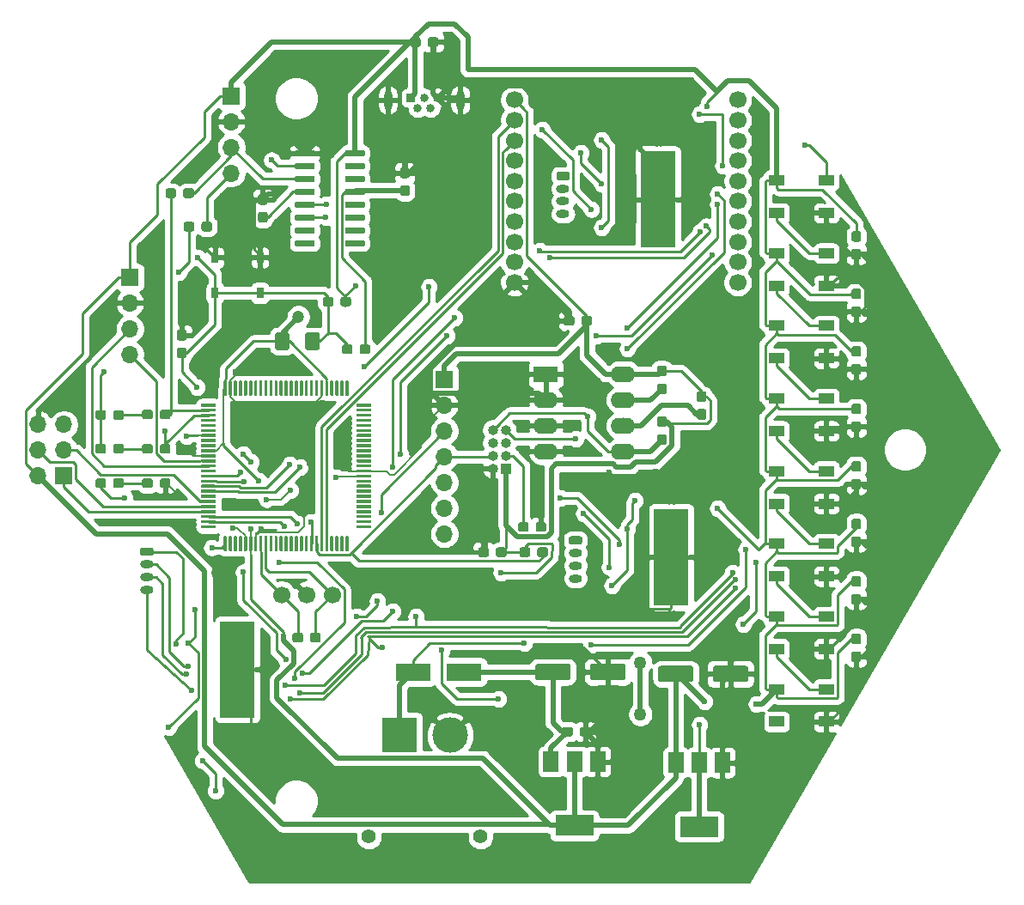
<source format=gbr>
G04 #@! TF.GenerationSoftware,KiCad,Pcbnew,(5.1.5)-3*
G04 #@! TF.CreationDate,2020-03-29T09:55:59+08:00*
G04 #@! TF.ProjectId,Misaka,4d697361-6b61-42e6-9b69-6361645f7063,rev?*
G04 #@! TF.SameCoordinates,Original*
G04 #@! TF.FileFunction,Copper,L1,Top*
G04 #@! TF.FilePolarity,Positive*
%FSLAX46Y46*%
G04 Gerber Fmt 4.6, Leading zero omitted, Abs format (unit mm)*
G04 Created by KiCad (PCBNEW (5.1.5)-3) date 2020-03-29 09:55:59*
%MOMM*%
%LPD*%
G04 APERTURE LIST*
%ADD10R,0.698500X1.099820*%
%ADD11C,1.700000*%
%ADD12O,2.400000X1.600000*%
%ADD13R,2.400000X1.600000*%
%ADD14R,1.500000X2.000000*%
%ADD15R,3.800000X2.000000*%
%ADD16C,0.100000*%
%ADD17R,3.400000X9.500000*%
%ADD18C,0.600000*%
%ADD19O,1.700000X1.700000*%
%ADD20R,1.700000X1.700000*%
%ADD21O,1.000000X1.000000*%
%ADD22R,1.000000X1.000000*%
%ADD23O,0.850000X1.850000*%
%ADD24C,0.840000*%
%ADD25R,0.840000X0.840000*%
%ADD26O,1.300000X0.800000*%
%ADD27C,3.500000*%
%ADD28R,3.500000X3.500000*%
%ADD29C,1.400000*%
%ADD30R,1.500000X1.000000*%
%ADD31R,3.500000X1.800000*%
%ADD32C,1.270000*%
%ADD33C,1.200000*%
%ADD34C,0.254000*%
%ADD35C,0.500000*%
%ADD36C,0.508000*%
%ADD37C,0.127000*%
G04 APERTURE END LIST*
D10*
X46977500Y-56052480D03*
X46977500Y-59547520D03*
X51422500Y-59547520D03*
X51422500Y-56052480D03*
D11*
X53540000Y-89330000D03*
X56040000Y-89330000D03*
X58540000Y-89330000D03*
D12*
X87220000Y-67564000D03*
X79600000Y-75184000D03*
X87220000Y-70104000D03*
X79600000Y-72644000D03*
X87220000Y-72644000D03*
X79600000Y-70104000D03*
X87220000Y-75184000D03*
D13*
X79600000Y-67564000D03*
D14*
X97000000Y-105860000D03*
X92400000Y-105860000D03*
X94700000Y-105860000D03*
D15*
X94700000Y-112160000D03*
D14*
X84700000Y-105760000D03*
X80100000Y-105760000D03*
X82400000Y-105760000D03*
D15*
X82400000Y-112060000D03*
G04 #@! TA.AperFunction,SMDPad,CuDef*
D16*
G36*
X61614703Y-45455722D02*
G01*
X61629264Y-45457882D01*
X61643543Y-45461459D01*
X61657403Y-45466418D01*
X61670710Y-45472712D01*
X61683336Y-45480280D01*
X61695159Y-45489048D01*
X61706066Y-45498934D01*
X61715952Y-45509841D01*
X61724720Y-45521664D01*
X61732288Y-45534290D01*
X61738582Y-45547597D01*
X61743541Y-45561457D01*
X61747118Y-45575736D01*
X61749278Y-45590297D01*
X61750000Y-45605000D01*
X61750000Y-45905000D01*
X61749278Y-45919703D01*
X61747118Y-45934264D01*
X61743541Y-45948543D01*
X61738582Y-45962403D01*
X61732288Y-45975710D01*
X61724720Y-45988336D01*
X61715952Y-46000159D01*
X61706066Y-46011066D01*
X61695159Y-46020952D01*
X61683336Y-46029720D01*
X61670710Y-46037288D01*
X61657403Y-46043582D01*
X61643543Y-46048541D01*
X61629264Y-46052118D01*
X61614703Y-46054278D01*
X61600000Y-46055000D01*
X59950000Y-46055000D01*
X59935297Y-46054278D01*
X59920736Y-46052118D01*
X59906457Y-46048541D01*
X59892597Y-46043582D01*
X59879290Y-46037288D01*
X59866664Y-46029720D01*
X59854841Y-46020952D01*
X59843934Y-46011066D01*
X59834048Y-46000159D01*
X59825280Y-45988336D01*
X59817712Y-45975710D01*
X59811418Y-45962403D01*
X59806459Y-45948543D01*
X59802882Y-45934264D01*
X59800722Y-45919703D01*
X59800000Y-45905000D01*
X59800000Y-45605000D01*
X59800722Y-45590297D01*
X59802882Y-45575736D01*
X59806459Y-45561457D01*
X59811418Y-45547597D01*
X59817712Y-45534290D01*
X59825280Y-45521664D01*
X59834048Y-45509841D01*
X59843934Y-45498934D01*
X59854841Y-45489048D01*
X59866664Y-45480280D01*
X59879290Y-45472712D01*
X59892597Y-45466418D01*
X59906457Y-45461459D01*
X59920736Y-45457882D01*
X59935297Y-45455722D01*
X59950000Y-45455000D01*
X61600000Y-45455000D01*
X61614703Y-45455722D01*
G37*
G04 #@! TD.AperFunction*
G04 #@! TA.AperFunction,SMDPad,CuDef*
G36*
X61614703Y-46725722D02*
G01*
X61629264Y-46727882D01*
X61643543Y-46731459D01*
X61657403Y-46736418D01*
X61670710Y-46742712D01*
X61683336Y-46750280D01*
X61695159Y-46759048D01*
X61706066Y-46768934D01*
X61715952Y-46779841D01*
X61724720Y-46791664D01*
X61732288Y-46804290D01*
X61738582Y-46817597D01*
X61743541Y-46831457D01*
X61747118Y-46845736D01*
X61749278Y-46860297D01*
X61750000Y-46875000D01*
X61750000Y-47175000D01*
X61749278Y-47189703D01*
X61747118Y-47204264D01*
X61743541Y-47218543D01*
X61738582Y-47232403D01*
X61732288Y-47245710D01*
X61724720Y-47258336D01*
X61715952Y-47270159D01*
X61706066Y-47281066D01*
X61695159Y-47290952D01*
X61683336Y-47299720D01*
X61670710Y-47307288D01*
X61657403Y-47313582D01*
X61643543Y-47318541D01*
X61629264Y-47322118D01*
X61614703Y-47324278D01*
X61600000Y-47325000D01*
X59950000Y-47325000D01*
X59935297Y-47324278D01*
X59920736Y-47322118D01*
X59906457Y-47318541D01*
X59892597Y-47313582D01*
X59879290Y-47307288D01*
X59866664Y-47299720D01*
X59854841Y-47290952D01*
X59843934Y-47281066D01*
X59834048Y-47270159D01*
X59825280Y-47258336D01*
X59817712Y-47245710D01*
X59811418Y-47232403D01*
X59806459Y-47218543D01*
X59802882Y-47204264D01*
X59800722Y-47189703D01*
X59800000Y-47175000D01*
X59800000Y-46875000D01*
X59800722Y-46860297D01*
X59802882Y-46845736D01*
X59806459Y-46831457D01*
X59811418Y-46817597D01*
X59817712Y-46804290D01*
X59825280Y-46791664D01*
X59834048Y-46779841D01*
X59843934Y-46768934D01*
X59854841Y-46759048D01*
X59866664Y-46750280D01*
X59879290Y-46742712D01*
X59892597Y-46736418D01*
X59906457Y-46731459D01*
X59920736Y-46727882D01*
X59935297Y-46725722D01*
X59950000Y-46725000D01*
X61600000Y-46725000D01*
X61614703Y-46725722D01*
G37*
G04 #@! TD.AperFunction*
G04 #@! TA.AperFunction,SMDPad,CuDef*
G36*
X61614703Y-47995722D02*
G01*
X61629264Y-47997882D01*
X61643543Y-48001459D01*
X61657403Y-48006418D01*
X61670710Y-48012712D01*
X61683336Y-48020280D01*
X61695159Y-48029048D01*
X61706066Y-48038934D01*
X61715952Y-48049841D01*
X61724720Y-48061664D01*
X61732288Y-48074290D01*
X61738582Y-48087597D01*
X61743541Y-48101457D01*
X61747118Y-48115736D01*
X61749278Y-48130297D01*
X61750000Y-48145000D01*
X61750000Y-48445000D01*
X61749278Y-48459703D01*
X61747118Y-48474264D01*
X61743541Y-48488543D01*
X61738582Y-48502403D01*
X61732288Y-48515710D01*
X61724720Y-48528336D01*
X61715952Y-48540159D01*
X61706066Y-48551066D01*
X61695159Y-48560952D01*
X61683336Y-48569720D01*
X61670710Y-48577288D01*
X61657403Y-48583582D01*
X61643543Y-48588541D01*
X61629264Y-48592118D01*
X61614703Y-48594278D01*
X61600000Y-48595000D01*
X59950000Y-48595000D01*
X59935297Y-48594278D01*
X59920736Y-48592118D01*
X59906457Y-48588541D01*
X59892597Y-48583582D01*
X59879290Y-48577288D01*
X59866664Y-48569720D01*
X59854841Y-48560952D01*
X59843934Y-48551066D01*
X59834048Y-48540159D01*
X59825280Y-48528336D01*
X59817712Y-48515710D01*
X59811418Y-48502403D01*
X59806459Y-48488543D01*
X59802882Y-48474264D01*
X59800722Y-48459703D01*
X59800000Y-48445000D01*
X59800000Y-48145000D01*
X59800722Y-48130297D01*
X59802882Y-48115736D01*
X59806459Y-48101457D01*
X59811418Y-48087597D01*
X59817712Y-48074290D01*
X59825280Y-48061664D01*
X59834048Y-48049841D01*
X59843934Y-48038934D01*
X59854841Y-48029048D01*
X59866664Y-48020280D01*
X59879290Y-48012712D01*
X59892597Y-48006418D01*
X59906457Y-48001459D01*
X59920736Y-47997882D01*
X59935297Y-47995722D01*
X59950000Y-47995000D01*
X61600000Y-47995000D01*
X61614703Y-47995722D01*
G37*
G04 #@! TD.AperFunction*
G04 #@! TA.AperFunction,SMDPad,CuDef*
G36*
X61614703Y-49265722D02*
G01*
X61629264Y-49267882D01*
X61643543Y-49271459D01*
X61657403Y-49276418D01*
X61670710Y-49282712D01*
X61683336Y-49290280D01*
X61695159Y-49299048D01*
X61706066Y-49308934D01*
X61715952Y-49319841D01*
X61724720Y-49331664D01*
X61732288Y-49344290D01*
X61738582Y-49357597D01*
X61743541Y-49371457D01*
X61747118Y-49385736D01*
X61749278Y-49400297D01*
X61750000Y-49415000D01*
X61750000Y-49715000D01*
X61749278Y-49729703D01*
X61747118Y-49744264D01*
X61743541Y-49758543D01*
X61738582Y-49772403D01*
X61732288Y-49785710D01*
X61724720Y-49798336D01*
X61715952Y-49810159D01*
X61706066Y-49821066D01*
X61695159Y-49830952D01*
X61683336Y-49839720D01*
X61670710Y-49847288D01*
X61657403Y-49853582D01*
X61643543Y-49858541D01*
X61629264Y-49862118D01*
X61614703Y-49864278D01*
X61600000Y-49865000D01*
X59950000Y-49865000D01*
X59935297Y-49864278D01*
X59920736Y-49862118D01*
X59906457Y-49858541D01*
X59892597Y-49853582D01*
X59879290Y-49847288D01*
X59866664Y-49839720D01*
X59854841Y-49830952D01*
X59843934Y-49821066D01*
X59834048Y-49810159D01*
X59825280Y-49798336D01*
X59817712Y-49785710D01*
X59811418Y-49772403D01*
X59806459Y-49758543D01*
X59802882Y-49744264D01*
X59800722Y-49729703D01*
X59800000Y-49715000D01*
X59800000Y-49415000D01*
X59800722Y-49400297D01*
X59802882Y-49385736D01*
X59806459Y-49371457D01*
X59811418Y-49357597D01*
X59817712Y-49344290D01*
X59825280Y-49331664D01*
X59834048Y-49319841D01*
X59843934Y-49308934D01*
X59854841Y-49299048D01*
X59866664Y-49290280D01*
X59879290Y-49282712D01*
X59892597Y-49276418D01*
X59906457Y-49271459D01*
X59920736Y-49267882D01*
X59935297Y-49265722D01*
X59950000Y-49265000D01*
X61600000Y-49265000D01*
X61614703Y-49265722D01*
G37*
G04 #@! TD.AperFunction*
G04 #@! TA.AperFunction,SMDPad,CuDef*
G36*
X61614703Y-50535722D02*
G01*
X61629264Y-50537882D01*
X61643543Y-50541459D01*
X61657403Y-50546418D01*
X61670710Y-50552712D01*
X61683336Y-50560280D01*
X61695159Y-50569048D01*
X61706066Y-50578934D01*
X61715952Y-50589841D01*
X61724720Y-50601664D01*
X61732288Y-50614290D01*
X61738582Y-50627597D01*
X61743541Y-50641457D01*
X61747118Y-50655736D01*
X61749278Y-50670297D01*
X61750000Y-50685000D01*
X61750000Y-50985000D01*
X61749278Y-50999703D01*
X61747118Y-51014264D01*
X61743541Y-51028543D01*
X61738582Y-51042403D01*
X61732288Y-51055710D01*
X61724720Y-51068336D01*
X61715952Y-51080159D01*
X61706066Y-51091066D01*
X61695159Y-51100952D01*
X61683336Y-51109720D01*
X61670710Y-51117288D01*
X61657403Y-51123582D01*
X61643543Y-51128541D01*
X61629264Y-51132118D01*
X61614703Y-51134278D01*
X61600000Y-51135000D01*
X59950000Y-51135000D01*
X59935297Y-51134278D01*
X59920736Y-51132118D01*
X59906457Y-51128541D01*
X59892597Y-51123582D01*
X59879290Y-51117288D01*
X59866664Y-51109720D01*
X59854841Y-51100952D01*
X59843934Y-51091066D01*
X59834048Y-51080159D01*
X59825280Y-51068336D01*
X59817712Y-51055710D01*
X59811418Y-51042403D01*
X59806459Y-51028543D01*
X59802882Y-51014264D01*
X59800722Y-50999703D01*
X59800000Y-50985000D01*
X59800000Y-50685000D01*
X59800722Y-50670297D01*
X59802882Y-50655736D01*
X59806459Y-50641457D01*
X59811418Y-50627597D01*
X59817712Y-50614290D01*
X59825280Y-50601664D01*
X59834048Y-50589841D01*
X59843934Y-50578934D01*
X59854841Y-50569048D01*
X59866664Y-50560280D01*
X59879290Y-50552712D01*
X59892597Y-50546418D01*
X59906457Y-50541459D01*
X59920736Y-50537882D01*
X59935297Y-50535722D01*
X59950000Y-50535000D01*
X61600000Y-50535000D01*
X61614703Y-50535722D01*
G37*
G04 #@! TD.AperFunction*
G04 #@! TA.AperFunction,SMDPad,CuDef*
G36*
X61614703Y-51805722D02*
G01*
X61629264Y-51807882D01*
X61643543Y-51811459D01*
X61657403Y-51816418D01*
X61670710Y-51822712D01*
X61683336Y-51830280D01*
X61695159Y-51839048D01*
X61706066Y-51848934D01*
X61715952Y-51859841D01*
X61724720Y-51871664D01*
X61732288Y-51884290D01*
X61738582Y-51897597D01*
X61743541Y-51911457D01*
X61747118Y-51925736D01*
X61749278Y-51940297D01*
X61750000Y-51955000D01*
X61750000Y-52255000D01*
X61749278Y-52269703D01*
X61747118Y-52284264D01*
X61743541Y-52298543D01*
X61738582Y-52312403D01*
X61732288Y-52325710D01*
X61724720Y-52338336D01*
X61715952Y-52350159D01*
X61706066Y-52361066D01*
X61695159Y-52370952D01*
X61683336Y-52379720D01*
X61670710Y-52387288D01*
X61657403Y-52393582D01*
X61643543Y-52398541D01*
X61629264Y-52402118D01*
X61614703Y-52404278D01*
X61600000Y-52405000D01*
X59950000Y-52405000D01*
X59935297Y-52404278D01*
X59920736Y-52402118D01*
X59906457Y-52398541D01*
X59892597Y-52393582D01*
X59879290Y-52387288D01*
X59866664Y-52379720D01*
X59854841Y-52370952D01*
X59843934Y-52361066D01*
X59834048Y-52350159D01*
X59825280Y-52338336D01*
X59817712Y-52325710D01*
X59811418Y-52312403D01*
X59806459Y-52298543D01*
X59802882Y-52284264D01*
X59800722Y-52269703D01*
X59800000Y-52255000D01*
X59800000Y-51955000D01*
X59800722Y-51940297D01*
X59802882Y-51925736D01*
X59806459Y-51911457D01*
X59811418Y-51897597D01*
X59817712Y-51884290D01*
X59825280Y-51871664D01*
X59834048Y-51859841D01*
X59843934Y-51848934D01*
X59854841Y-51839048D01*
X59866664Y-51830280D01*
X59879290Y-51822712D01*
X59892597Y-51816418D01*
X59906457Y-51811459D01*
X59920736Y-51807882D01*
X59935297Y-51805722D01*
X59950000Y-51805000D01*
X61600000Y-51805000D01*
X61614703Y-51805722D01*
G37*
G04 #@! TD.AperFunction*
G04 #@! TA.AperFunction,SMDPad,CuDef*
G36*
X61614703Y-53075722D02*
G01*
X61629264Y-53077882D01*
X61643543Y-53081459D01*
X61657403Y-53086418D01*
X61670710Y-53092712D01*
X61683336Y-53100280D01*
X61695159Y-53109048D01*
X61706066Y-53118934D01*
X61715952Y-53129841D01*
X61724720Y-53141664D01*
X61732288Y-53154290D01*
X61738582Y-53167597D01*
X61743541Y-53181457D01*
X61747118Y-53195736D01*
X61749278Y-53210297D01*
X61750000Y-53225000D01*
X61750000Y-53525000D01*
X61749278Y-53539703D01*
X61747118Y-53554264D01*
X61743541Y-53568543D01*
X61738582Y-53582403D01*
X61732288Y-53595710D01*
X61724720Y-53608336D01*
X61715952Y-53620159D01*
X61706066Y-53631066D01*
X61695159Y-53640952D01*
X61683336Y-53649720D01*
X61670710Y-53657288D01*
X61657403Y-53663582D01*
X61643543Y-53668541D01*
X61629264Y-53672118D01*
X61614703Y-53674278D01*
X61600000Y-53675000D01*
X59950000Y-53675000D01*
X59935297Y-53674278D01*
X59920736Y-53672118D01*
X59906457Y-53668541D01*
X59892597Y-53663582D01*
X59879290Y-53657288D01*
X59866664Y-53649720D01*
X59854841Y-53640952D01*
X59843934Y-53631066D01*
X59834048Y-53620159D01*
X59825280Y-53608336D01*
X59817712Y-53595710D01*
X59811418Y-53582403D01*
X59806459Y-53568543D01*
X59802882Y-53554264D01*
X59800722Y-53539703D01*
X59800000Y-53525000D01*
X59800000Y-53225000D01*
X59800722Y-53210297D01*
X59802882Y-53195736D01*
X59806459Y-53181457D01*
X59811418Y-53167597D01*
X59817712Y-53154290D01*
X59825280Y-53141664D01*
X59834048Y-53129841D01*
X59843934Y-53118934D01*
X59854841Y-53109048D01*
X59866664Y-53100280D01*
X59879290Y-53092712D01*
X59892597Y-53086418D01*
X59906457Y-53081459D01*
X59920736Y-53077882D01*
X59935297Y-53075722D01*
X59950000Y-53075000D01*
X61600000Y-53075000D01*
X61614703Y-53075722D01*
G37*
G04 #@! TD.AperFunction*
G04 #@! TA.AperFunction,SMDPad,CuDef*
G36*
X61614703Y-54345722D02*
G01*
X61629264Y-54347882D01*
X61643543Y-54351459D01*
X61657403Y-54356418D01*
X61670710Y-54362712D01*
X61683336Y-54370280D01*
X61695159Y-54379048D01*
X61706066Y-54388934D01*
X61715952Y-54399841D01*
X61724720Y-54411664D01*
X61732288Y-54424290D01*
X61738582Y-54437597D01*
X61743541Y-54451457D01*
X61747118Y-54465736D01*
X61749278Y-54480297D01*
X61750000Y-54495000D01*
X61750000Y-54795000D01*
X61749278Y-54809703D01*
X61747118Y-54824264D01*
X61743541Y-54838543D01*
X61738582Y-54852403D01*
X61732288Y-54865710D01*
X61724720Y-54878336D01*
X61715952Y-54890159D01*
X61706066Y-54901066D01*
X61695159Y-54910952D01*
X61683336Y-54919720D01*
X61670710Y-54927288D01*
X61657403Y-54933582D01*
X61643543Y-54938541D01*
X61629264Y-54942118D01*
X61614703Y-54944278D01*
X61600000Y-54945000D01*
X59950000Y-54945000D01*
X59935297Y-54944278D01*
X59920736Y-54942118D01*
X59906457Y-54938541D01*
X59892597Y-54933582D01*
X59879290Y-54927288D01*
X59866664Y-54919720D01*
X59854841Y-54910952D01*
X59843934Y-54901066D01*
X59834048Y-54890159D01*
X59825280Y-54878336D01*
X59817712Y-54865710D01*
X59811418Y-54852403D01*
X59806459Y-54838543D01*
X59802882Y-54824264D01*
X59800722Y-54809703D01*
X59800000Y-54795000D01*
X59800000Y-54495000D01*
X59800722Y-54480297D01*
X59802882Y-54465736D01*
X59806459Y-54451457D01*
X59811418Y-54437597D01*
X59817712Y-54424290D01*
X59825280Y-54411664D01*
X59834048Y-54399841D01*
X59843934Y-54388934D01*
X59854841Y-54379048D01*
X59866664Y-54370280D01*
X59879290Y-54362712D01*
X59892597Y-54356418D01*
X59906457Y-54351459D01*
X59920736Y-54347882D01*
X59935297Y-54345722D01*
X59950000Y-54345000D01*
X61600000Y-54345000D01*
X61614703Y-54345722D01*
G37*
G04 #@! TD.AperFunction*
G04 #@! TA.AperFunction,SMDPad,CuDef*
G36*
X56664703Y-54345722D02*
G01*
X56679264Y-54347882D01*
X56693543Y-54351459D01*
X56707403Y-54356418D01*
X56720710Y-54362712D01*
X56733336Y-54370280D01*
X56745159Y-54379048D01*
X56756066Y-54388934D01*
X56765952Y-54399841D01*
X56774720Y-54411664D01*
X56782288Y-54424290D01*
X56788582Y-54437597D01*
X56793541Y-54451457D01*
X56797118Y-54465736D01*
X56799278Y-54480297D01*
X56800000Y-54495000D01*
X56800000Y-54795000D01*
X56799278Y-54809703D01*
X56797118Y-54824264D01*
X56793541Y-54838543D01*
X56788582Y-54852403D01*
X56782288Y-54865710D01*
X56774720Y-54878336D01*
X56765952Y-54890159D01*
X56756066Y-54901066D01*
X56745159Y-54910952D01*
X56733336Y-54919720D01*
X56720710Y-54927288D01*
X56707403Y-54933582D01*
X56693543Y-54938541D01*
X56679264Y-54942118D01*
X56664703Y-54944278D01*
X56650000Y-54945000D01*
X55000000Y-54945000D01*
X54985297Y-54944278D01*
X54970736Y-54942118D01*
X54956457Y-54938541D01*
X54942597Y-54933582D01*
X54929290Y-54927288D01*
X54916664Y-54919720D01*
X54904841Y-54910952D01*
X54893934Y-54901066D01*
X54884048Y-54890159D01*
X54875280Y-54878336D01*
X54867712Y-54865710D01*
X54861418Y-54852403D01*
X54856459Y-54838543D01*
X54852882Y-54824264D01*
X54850722Y-54809703D01*
X54850000Y-54795000D01*
X54850000Y-54495000D01*
X54850722Y-54480297D01*
X54852882Y-54465736D01*
X54856459Y-54451457D01*
X54861418Y-54437597D01*
X54867712Y-54424290D01*
X54875280Y-54411664D01*
X54884048Y-54399841D01*
X54893934Y-54388934D01*
X54904841Y-54379048D01*
X54916664Y-54370280D01*
X54929290Y-54362712D01*
X54942597Y-54356418D01*
X54956457Y-54351459D01*
X54970736Y-54347882D01*
X54985297Y-54345722D01*
X55000000Y-54345000D01*
X56650000Y-54345000D01*
X56664703Y-54345722D01*
G37*
G04 #@! TD.AperFunction*
G04 #@! TA.AperFunction,SMDPad,CuDef*
G36*
X56664703Y-53075722D02*
G01*
X56679264Y-53077882D01*
X56693543Y-53081459D01*
X56707403Y-53086418D01*
X56720710Y-53092712D01*
X56733336Y-53100280D01*
X56745159Y-53109048D01*
X56756066Y-53118934D01*
X56765952Y-53129841D01*
X56774720Y-53141664D01*
X56782288Y-53154290D01*
X56788582Y-53167597D01*
X56793541Y-53181457D01*
X56797118Y-53195736D01*
X56799278Y-53210297D01*
X56800000Y-53225000D01*
X56800000Y-53525000D01*
X56799278Y-53539703D01*
X56797118Y-53554264D01*
X56793541Y-53568543D01*
X56788582Y-53582403D01*
X56782288Y-53595710D01*
X56774720Y-53608336D01*
X56765952Y-53620159D01*
X56756066Y-53631066D01*
X56745159Y-53640952D01*
X56733336Y-53649720D01*
X56720710Y-53657288D01*
X56707403Y-53663582D01*
X56693543Y-53668541D01*
X56679264Y-53672118D01*
X56664703Y-53674278D01*
X56650000Y-53675000D01*
X55000000Y-53675000D01*
X54985297Y-53674278D01*
X54970736Y-53672118D01*
X54956457Y-53668541D01*
X54942597Y-53663582D01*
X54929290Y-53657288D01*
X54916664Y-53649720D01*
X54904841Y-53640952D01*
X54893934Y-53631066D01*
X54884048Y-53620159D01*
X54875280Y-53608336D01*
X54867712Y-53595710D01*
X54861418Y-53582403D01*
X54856459Y-53568543D01*
X54852882Y-53554264D01*
X54850722Y-53539703D01*
X54850000Y-53525000D01*
X54850000Y-53225000D01*
X54850722Y-53210297D01*
X54852882Y-53195736D01*
X54856459Y-53181457D01*
X54861418Y-53167597D01*
X54867712Y-53154290D01*
X54875280Y-53141664D01*
X54884048Y-53129841D01*
X54893934Y-53118934D01*
X54904841Y-53109048D01*
X54916664Y-53100280D01*
X54929290Y-53092712D01*
X54942597Y-53086418D01*
X54956457Y-53081459D01*
X54970736Y-53077882D01*
X54985297Y-53075722D01*
X55000000Y-53075000D01*
X56650000Y-53075000D01*
X56664703Y-53075722D01*
G37*
G04 #@! TD.AperFunction*
G04 #@! TA.AperFunction,SMDPad,CuDef*
G36*
X56664703Y-51805722D02*
G01*
X56679264Y-51807882D01*
X56693543Y-51811459D01*
X56707403Y-51816418D01*
X56720710Y-51822712D01*
X56733336Y-51830280D01*
X56745159Y-51839048D01*
X56756066Y-51848934D01*
X56765952Y-51859841D01*
X56774720Y-51871664D01*
X56782288Y-51884290D01*
X56788582Y-51897597D01*
X56793541Y-51911457D01*
X56797118Y-51925736D01*
X56799278Y-51940297D01*
X56800000Y-51955000D01*
X56800000Y-52255000D01*
X56799278Y-52269703D01*
X56797118Y-52284264D01*
X56793541Y-52298543D01*
X56788582Y-52312403D01*
X56782288Y-52325710D01*
X56774720Y-52338336D01*
X56765952Y-52350159D01*
X56756066Y-52361066D01*
X56745159Y-52370952D01*
X56733336Y-52379720D01*
X56720710Y-52387288D01*
X56707403Y-52393582D01*
X56693543Y-52398541D01*
X56679264Y-52402118D01*
X56664703Y-52404278D01*
X56650000Y-52405000D01*
X55000000Y-52405000D01*
X54985297Y-52404278D01*
X54970736Y-52402118D01*
X54956457Y-52398541D01*
X54942597Y-52393582D01*
X54929290Y-52387288D01*
X54916664Y-52379720D01*
X54904841Y-52370952D01*
X54893934Y-52361066D01*
X54884048Y-52350159D01*
X54875280Y-52338336D01*
X54867712Y-52325710D01*
X54861418Y-52312403D01*
X54856459Y-52298543D01*
X54852882Y-52284264D01*
X54850722Y-52269703D01*
X54850000Y-52255000D01*
X54850000Y-51955000D01*
X54850722Y-51940297D01*
X54852882Y-51925736D01*
X54856459Y-51911457D01*
X54861418Y-51897597D01*
X54867712Y-51884290D01*
X54875280Y-51871664D01*
X54884048Y-51859841D01*
X54893934Y-51848934D01*
X54904841Y-51839048D01*
X54916664Y-51830280D01*
X54929290Y-51822712D01*
X54942597Y-51816418D01*
X54956457Y-51811459D01*
X54970736Y-51807882D01*
X54985297Y-51805722D01*
X55000000Y-51805000D01*
X56650000Y-51805000D01*
X56664703Y-51805722D01*
G37*
G04 #@! TD.AperFunction*
G04 #@! TA.AperFunction,SMDPad,CuDef*
G36*
X56664703Y-50535722D02*
G01*
X56679264Y-50537882D01*
X56693543Y-50541459D01*
X56707403Y-50546418D01*
X56720710Y-50552712D01*
X56733336Y-50560280D01*
X56745159Y-50569048D01*
X56756066Y-50578934D01*
X56765952Y-50589841D01*
X56774720Y-50601664D01*
X56782288Y-50614290D01*
X56788582Y-50627597D01*
X56793541Y-50641457D01*
X56797118Y-50655736D01*
X56799278Y-50670297D01*
X56800000Y-50685000D01*
X56800000Y-50985000D01*
X56799278Y-50999703D01*
X56797118Y-51014264D01*
X56793541Y-51028543D01*
X56788582Y-51042403D01*
X56782288Y-51055710D01*
X56774720Y-51068336D01*
X56765952Y-51080159D01*
X56756066Y-51091066D01*
X56745159Y-51100952D01*
X56733336Y-51109720D01*
X56720710Y-51117288D01*
X56707403Y-51123582D01*
X56693543Y-51128541D01*
X56679264Y-51132118D01*
X56664703Y-51134278D01*
X56650000Y-51135000D01*
X55000000Y-51135000D01*
X54985297Y-51134278D01*
X54970736Y-51132118D01*
X54956457Y-51128541D01*
X54942597Y-51123582D01*
X54929290Y-51117288D01*
X54916664Y-51109720D01*
X54904841Y-51100952D01*
X54893934Y-51091066D01*
X54884048Y-51080159D01*
X54875280Y-51068336D01*
X54867712Y-51055710D01*
X54861418Y-51042403D01*
X54856459Y-51028543D01*
X54852882Y-51014264D01*
X54850722Y-50999703D01*
X54850000Y-50985000D01*
X54850000Y-50685000D01*
X54850722Y-50670297D01*
X54852882Y-50655736D01*
X54856459Y-50641457D01*
X54861418Y-50627597D01*
X54867712Y-50614290D01*
X54875280Y-50601664D01*
X54884048Y-50589841D01*
X54893934Y-50578934D01*
X54904841Y-50569048D01*
X54916664Y-50560280D01*
X54929290Y-50552712D01*
X54942597Y-50546418D01*
X54956457Y-50541459D01*
X54970736Y-50537882D01*
X54985297Y-50535722D01*
X55000000Y-50535000D01*
X56650000Y-50535000D01*
X56664703Y-50535722D01*
G37*
G04 #@! TD.AperFunction*
G04 #@! TA.AperFunction,SMDPad,CuDef*
G36*
X56664703Y-49265722D02*
G01*
X56679264Y-49267882D01*
X56693543Y-49271459D01*
X56707403Y-49276418D01*
X56720710Y-49282712D01*
X56733336Y-49290280D01*
X56745159Y-49299048D01*
X56756066Y-49308934D01*
X56765952Y-49319841D01*
X56774720Y-49331664D01*
X56782288Y-49344290D01*
X56788582Y-49357597D01*
X56793541Y-49371457D01*
X56797118Y-49385736D01*
X56799278Y-49400297D01*
X56800000Y-49415000D01*
X56800000Y-49715000D01*
X56799278Y-49729703D01*
X56797118Y-49744264D01*
X56793541Y-49758543D01*
X56788582Y-49772403D01*
X56782288Y-49785710D01*
X56774720Y-49798336D01*
X56765952Y-49810159D01*
X56756066Y-49821066D01*
X56745159Y-49830952D01*
X56733336Y-49839720D01*
X56720710Y-49847288D01*
X56707403Y-49853582D01*
X56693543Y-49858541D01*
X56679264Y-49862118D01*
X56664703Y-49864278D01*
X56650000Y-49865000D01*
X55000000Y-49865000D01*
X54985297Y-49864278D01*
X54970736Y-49862118D01*
X54956457Y-49858541D01*
X54942597Y-49853582D01*
X54929290Y-49847288D01*
X54916664Y-49839720D01*
X54904841Y-49830952D01*
X54893934Y-49821066D01*
X54884048Y-49810159D01*
X54875280Y-49798336D01*
X54867712Y-49785710D01*
X54861418Y-49772403D01*
X54856459Y-49758543D01*
X54852882Y-49744264D01*
X54850722Y-49729703D01*
X54850000Y-49715000D01*
X54850000Y-49415000D01*
X54850722Y-49400297D01*
X54852882Y-49385736D01*
X54856459Y-49371457D01*
X54861418Y-49357597D01*
X54867712Y-49344290D01*
X54875280Y-49331664D01*
X54884048Y-49319841D01*
X54893934Y-49308934D01*
X54904841Y-49299048D01*
X54916664Y-49290280D01*
X54929290Y-49282712D01*
X54942597Y-49276418D01*
X54956457Y-49271459D01*
X54970736Y-49267882D01*
X54985297Y-49265722D01*
X55000000Y-49265000D01*
X56650000Y-49265000D01*
X56664703Y-49265722D01*
G37*
G04 #@! TD.AperFunction*
G04 #@! TA.AperFunction,SMDPad,CuDef*
G36*
X56664703Y-47995722D02*
G01*
X56679264Y-47997882D01*
X56693543Y-48001459D01*
X56707403Y-48006418D01*
X56720710Y-48012712D01*
X56733336Y-48020280D01*
X56745159Y-48029048D01*
X56756066Y-48038934D01*
X56765952Y-48049841D01*
X56774720Y-48061664D01*
X56782288Y-48074290D01*
X56788582Y-48087597D01*
X56793541Y-48101457D01*
X56797118Y-48115736D01*
X56799278Y-48130297D01*
X56800000Y-48145000D01*
X56800000Y-48445000D01*
X56799278Y-48459703D01*
X56797118Y-48474264D01*
X56793541Y-48488543D01*
X56788582Y-48502403D01*
X56782288Y-48515710D01*
X56774720Y-48528336D01*
X56765952Y-48540159D01*
X56756066Y-48551066D01*
X56745159Y-48560952D01*
X56733336Y-48569720D01*
X56720710Y-48577288D01*
X56707403Y-48583582D01*
X56693543Y-48588541D01*
X56679264Y-48592118D01*
X56664703Y-48594278D01*
X56650000Y-48595000D01*
X55000000Y-48595000D01*
X54985297Y-48594278D01*
X54970736Y-48592118D01*
X54956457Y-48588541D01*
X54942597Y-48583582D01*
X54929290Y-48577288D01*
X54916664Y-48569720D01*
X54904841Y-48560952D01*
X54893934Y-48551066D01*
X54884048Y-48540159D01*
X54875280Y-48528336D01*
X54867712Y-48515710D01*
X54861418Y-48502403D01*
X54856459Y-48488543D01*
X54852882Y-48474264D01*
X54850722Y-48459703D01*
X54850000Y-48445000D01*
X54850000Y-48145000D01*
X54850722Y-48130297D01*
X54852882Y-48115736D01*
X54856459Y-48101457D01*
X54861418Y-48087597D01*
X54867712Y-48074290D01*
X54875280Y-48061664D01*
X54884048Y-48049841D01*
X54893934Y-48038934D01*
X54904841Y-48029048D01*
X54916664Y-48020280D01*
X54929290Y-48012712D01*
X54942597Y-48006418D01*
X54956457Y-48001459D01*
X54970736Y-47997882D01*
X54985297Y-47995722D01*
X55000000Y-47995000D01*
X56650000Y-47995000D01*
X56664703Y-47995722D01*
G37*
G04 #@! TD.AperFunction*
G04 #@! TA.AperFunction,SMDPad,CuDef*
G36*
X56664703Y-46725722D02*
G01*
X56679264Y-46727882D01*
X56693543Y-46731459D01*
X56707403Y-46736418D01*
X56720710Y-46742712D01*
X56733336Y-46750280D01*
X56745159Y-46759048D01*
X56756066Y-46768934D01*
X56765952Y-46779841D01*
X56774720Y-46791664D01*
X56782288Y-46804290D01*
X56788582Y-46817597D01*
X56793541Y-46831457D01*
X56797118Y-46845736D01*
X56799278Y-46860297D01*
X56800000Y-46875000D01*
X56800000Y-47175000D01*
X56799278Y-47189703D01*
X56797118Y-47204264D01*
X56793541Y-47218543D01*
X56788582Y-47232403D01*
X56782288Y-47245710D01*
X56774720Y-47258336D01*
X56765952Y-47270159D01*
X56756066Y-47281066D01*
X56745159Y-47290952D01*
X56733336Y-47299720D01*
X56720710Y-47307288D01*
X56707403Y-47313582D01*
X56693543Y-47318541D01*
X56679264Y-47322118D01*
X56664703Y-47324278D01*
X56650000Y-47325000D01*
X55000000Y-47325000D01*
X54985297Y-47324278D01*
X54970736Y-47322118D01*
X54956457Y-47318541D01*
X54942597Y-47313582D01*
X54929290Y-47307288D01*
X54916664Y-47299720D01*
X54904841Y-47290952D01*
X54893934Y-47281066D01*
X54884048Y-47270159D01*
X54875280Y-47258336D01*
X54867712Y-47245710D01*
X54861418Y-47232403D01*
X54856459Y-47218543D01*
X54852882Y-47204264D01*
X54850722Y-47189703D01*
X54850000Y-47175000D01*
X54850000Y-46875000D01*
X54850722Y-46860297D01*
X54852882Y-46845736D01*
X54856459Y-46831457D01*
X54861418Y-46817597D01*
X54867712Y-46804290D01*
X54875280Y-46791664D01*
X54884048Y-46779841D01*
X54893934Y-46768934D01*
X54904841Y-46759048D01*
X54916664Y-46750280D01*
X54929290Y-46742712D01*
X54942597Y-46736418D01*
X54956457Y-46731459D01*
X54970736Y-46727882D01*
X54985297Y-46725722D01*
X55000000Y-46725000D01*
X56650000Y-46725000D01*
X56664703Y-46725722D01*
G37*
G04 #@! TD.AperFunction*
G04 #@! TA.AperFunction,SMDPad,CuDef*
G36*
X56664703Y-45455722D02*
G01*
X56679264Y-45457882D01*
X56693543Y-45461459D01*
X56707403Y-45466418D01*
X56720710Y-45472712D01*
X56733336Y-45480280D01*
X56745159Y-45489048D01*
X56756066Y-45498934D01*
X56765952Y-45509841D01*
X56774720Y-45521664D01*
X56782288Y-45534290D01*
X56788582Y-45547597D01*
X56793541Y-45561457D01*
X56797118Y-45575736D01*
X56799278Y-45590297D01*
X56800000Y-45605000D01*
X56800000Y-45905000D01*
X56799278Y-45919703D01*
X56797118Y-45934264D01*
X56793541Y-45948543D01*
X56788582Y-45962403D01*
X56782288Y-45975710D01*
X56774720Y-45988336D01*
X56765952Y-46000159D01*
X56756066Y-46011066D01*
X56745159Y-46020952D01*
X56733336Y-46029720D01*
X56720710Y-46037288D01*
X56707403Y-46043582D01*
X56693543Y-46048541D01*
X56679264Y-46052118D01*
X56664703Y-46054278D01*
X56650000Y-46055000D01*
X55000000Y-46055000D01*
X54985297Y-46054278D01*
X54970736Y-46052118D01*
X54956457Y-46048541D01*
X54942597Y-46043582D01*
X54929290Y-46037288D01*
X54916664Y-46029720D01*
X54904841Y-46020952D01*
X54893934Y-46011066D01*
X54884048Y-46000159D01*
X54875280Y-45988336D01*
X54867712Y-45975710D01*
X54861418Y-45962403D01*
X54856459Y-45948543D01*
X54852882Y-45934264D01*
X54850722Y-45919703D01*
X54850000Y-45905000D01*
X54850000Y-45605000D01*
X54850722Y-45590297D01*
X54852882Y-45575736D01*
X54856459Y-45561457D01*
X54861418Y-45547597D01*
X54867712Y-45534290D01*
X54875280Y-45521664D01*
X54884048Y-45509841D01*
X54893934Y-45498934D01*
X54904841Y-45489048D01*
X54916664Y-45480280D01*
X54929290Y-45472712D01*
X54942597Y-45466418D01*
X54956457Y-45461459D01*
X54970736Y-45457882D01*
X54985297Y-45455722D01*
X55000000Y-45455000D01*
X56650000Y-45455000D01*
X56664703Y-45455722D01*
G37*
G04 #@! TD.AperFunction*
D17*
X91948000Y-85598000D03*
D18*
X90648000Y-81148000D03*
X91948000Y-81148000D03*
X93248000Y-81148000D03*
X90648000Y-82928000D03*
X91948000Y-82928000D03*
X93248000Y-82928000D03*
X90648000Y-84708000D03*
X91948000Y-84708000D03*
X93248000Y-84708000D03*
X90648000Y-86488000D03*
X91948000Y-86488000D03*
X93248000Y-86488000D03*
X90648000Y-88268000D03*
X91948000Y-88268000D03*
X93248000Y-88268000D03*
X93248000Y-90048000D03*
X91948000Y-90048000D03*
X90648000Y-90048000D03*
D17*
X90660000Y-50300000D03*
D18*
X89360000Y-45850000D03*
X90660000Y-45850000D03*
X91960000Y-45850000D03*
X89360000Y-47630000D03*
X90660000Y-47630000D03*
X91960000Y-47630000D03*
X89360000Y-49410000D03*
X90660000Y-49410000D03*
X91960000Y-49410000D03*
X89360000Y-51190000D03*
X90660000Y-51190000D03*
X91960000Y-51190000D03*
X89360000Y-52970000D03*
X90660000Y-52970000D03*
X91960000Y-52970000D03*
X91960000Y-54750000D03*
X90660000Y-54750000D03*
X89360000Y-54750000D03*
G04 #@! TA.AperFunction,SMDPad,CuDef*
D16*
G36*
X48082351Y-68200361D02*
G01*
X48089632Y-68201441D01*
X48096771Y-68203229D01*
X48103701Y-68205709D01*
X48110355Y-68208856D01*
X48116668Y-68212640D01*
X48122579Y-68217024D01*
X48128033Y-68221967D01*
X48132976Y-68227421D01*
X48137360Y-68233332D01*
X48141144Y-68239645D01*
X48144291Y-68246299D01*
X48146771Y-68253229D01*
X48148559Y-68260368D01*
X48149639Y-68267649D01*
X48150000Y-68275000D01*
X48150000Y-69600000D01*
X48149639Y-69607351D01*
X48148559Y-69614632D01*
X48146771Y-69621771D01*
X48144291Y-69628701D01*
X48141144Y-69635355D01*
X48137360Y-69641668D01*
X48132976Y-69647579D01*
X48128033Y-69653033D01*
X48122579Y-69657976D01*
X48116668Y-69662360D01*
X48110355Y-69666144D01*
X48103701Y-69669291D01*
X48096771Y-69671771D01*
X48089632Y-69673559D01*
X48082351Y-69674639D01*
X48075000Y-69675000D01*
X47925000Y-69675000D01*
X47917649Y-69674639D01*
X47910368Y-69673559D01*
X47903229Y-69671771D01*
X47896299Y-69669291D01*
X47889645Y-69666144D01*
X47883332Y-69662360D01*
X47877421Y-69657976D01*
X47871967Y-69653033D01*
X47867024Y-69647579D01*
X47862640Y-69641668D01*
X47858856Y-69635355D01*
X47855709Y-69628701D01*
X47853229Y-69621771D01*
X47851441Y-69614632D01*
X47850361Y-69607351D01*
X47850000Y-69600000D01*
X47850000Y-68275000D01*
X47850361Y-68267649D01*
X47851441Y-68260368D01*
X47853229Y-68253229D01*
X47855709Y-68246299D01*
X47858856Y-68239645D01*
X47862640Y-68233332D01*
X47867024Y-68227421D01*
X47871967Y-68221967D01*
X47877421Y-68217024D01*
X47883332Y-68212640D01*
X47889645Y-68208856D01*
X47896299Y-68205709D01*
X47903229Y-68203229D01*
X47910368Y-68201441D01*
X47917649Y-68200361D01*
X47925000Y-68200000D01*
X48075000Y-68200000D01*
X48082351Y-68200361D01*
G37*
G04 #@! TD.AperFunction*
G04 #@! TA.AperFunction,SMDPad,CuDef*
G36*
X48582351Y-68200361D02*
G01*
X48589632Y-68201441D01*
X48596771Y-68203229D01*
X48603701Y-68205709D01*
X48610355Y-68208856D01*
X48616668Y-68212640D01*
X48622579Y-68217024D01*
X48628033Y-68221967D01*
X48632976Y-68227421D01*
X48637360Y-68233332D01*
X48641144Y-68239645D01*
X48644291Y-68246299D01*
X48646771Y-68253229D01*
X48648559Y-68260368D01*
X48649639Y-68267649D01*
X48650000Y-68275000D01*
X48650000Y-69600000D01*
X48649639Y-69607351D01*
X48648559Y-69614632D01*
X48646771Y-69621771D01*
X48644291Y-69628701D01*
X48641144Y-69635355D01*
X48637360Y-69641668D01*
X48632976Y-69647579D01*
X48628033Y-69653033D01*
X48622579Y-69657976D01*
X48616668Y-69662360D01*
X48610355Y-69666144D01*
X48603701Y-69669291D01*
X48596771Y-69671771D01*
X48589632Y-69673559D01*
X48582351Y-69674639D01*
X48575000Y-69675000D01*
X48425000Y-69675000D01*
X48417649Y-69674639D01*
X48410368Y-69673559D01*
X48403229Y-69671771D01*
X48396299Y-69669291D01*
X48389645Y-69666144D01*
X48383332Y-69662360D01*
X48377421Y-69657976D01*
X48371967Y-69653033D01*
X48367024Y-69647579D01*
X48362640Y-69641668D01*
X48358856Y-69635355D01*
X48355709Y-69628701D01*
X48353229Y-69621771D01*
X48351441Y-69614632D01*
X48350361Y-69607351D01*
X48350000Y-69600000D01*
X48350000Y-68275000D01*
X48350361Y-68267649D01*
X48351441Y-68260368D01*
X48353229Y-68253229D01*
X48355709Y-68246299D01*
X48358856Y-68239645D01*
X48362640Y-68233332D01*
X48367024Y-68227421D01*
X48371967Y-68221967D01*
X48377421Y-68217024D01*
X48383332Y-68212640D01*
X48389645Y-68208856D01*
X48396299Y-68205709D01*
X48403229Y-68203229D01*
X48410368Y-68201441D01*
X48417649Y-68200361D01*
X48425000Y-68200000D01*
X48575000Y-68200000D01*
X48582351Y-68200361D01*
G37*
G04 #@! TD.AperFunction*
G04 #@! TA.AperFunction,SMDPad,CuDef*
G36*
X49082351Y-68200361D02*
G01*
X49089632Y-68201441D01*
X49096771Y-68203229D01*
X49103701Y-68205709D01*
X49110355Y-68208856D01*
X49116668Y-68212640D01*
X49122579Y-68217024D01*
X49128033Y-68221967D01*
X49132976Y-68227421D01*
X49137360Y-68233332D01*
X49141144Y-68239645D01*
X49144291Y-68246299D01*
X49146771Y-68253229D01*
X49148559Y-68260368D01*
X49149639Y-68267649D01*
X49150000Y-68275000D01*
X49150000Y-69600000D01*
X49149639Y-69607351D01*
X49148559Y-69614632D01*
X49146771Y-69621771D01*
X49144291Y-69628701D01*
X49141144Y-69635355D01*
X49137360Y-69641668D01*
X49132976Y-69647579D01*
X49128033Y-69653033D01*
X49122579Y-69657976D01*
X49116668Y-69662360D01*
X49110355Y-69666144D01*
X49103701Y-69669291D01*
X49096771Y-69671771D01*
X49089632Y-69673559D01*
X49082351Y-69674639D01*
X49075000Y-69675000D01*
X48925000Y-69675000D01*
X48917649Y-69674639D01*
X48910368Y-69673559D01*
X48903229Y-69671771D01*
X48896299Y-69669291D01*
X48889645Y-69666144D01*
X48883332Y-69662360D01*
X48877421Y-69657976D01*
X48871967Y-69653033D01*
X48867024Y-69647579D01*
X48862640Y-69641668D01*
X48858856Y-69635355D01*
X48855709Y-69628701D01*
X48853229Y-69621771D01*
X48851441Y-69614632D01*
X48850361Y-69607351D01*
X48850000Y-69600000D01*
X48850000Y-68275000D01*
X48850361Y-68267649D01*
X48851441Y-68260368D01*
X48853229Y-68253229D01*
X48855709Y-68246299D01*
X48858856Y-68239645D01*
X48862640Y-68233332D01*
X48867024Y-68227421D01*
X48871967Y-68221967D01*
X48877421Y-68217024D01*
X48883332Y-68212640D01*
X48889645Y-68208856D01*
X48896299Y-68205709D01*
X48903229Y-68203229D01*
X48910368Y-68201441D01*
X48917649Y-68200361D01*
X48925000Y-68200000D01*
X49075000Y-68200000D01*
X49082351Y-68200361D01*
G37*
G04 #@! TD.AperFunction*
G04 #@! TA.AperFunction,SMDPad,CuDef*
G36*
X49582351Y-68200361D02*
G01*
X49589632Y-68201441D01*
X49596771Y-68203229D01*
X49603701Y-68205709D01*
X49610355Y-68208856D01*
X49616668Y-68212640D01*
X49622579Y-68217024D01*
X49628033Y-68221967D01*
X49632976Y-68227421D01*
X49637360Y-68233332D01*
X49641144Y-68239645D01*
X49644291Y-68246299D01*
X49646771Y-68253229D01*
X49648559Y-68260368D01*
X49649639Y-68267649D01*
X49650000Y-68275000D01*
X49650000Y-69600000D01*
X49649639Y-69607351D01*
X49648559Y-69614632D01*
X49646771Y-69621771D01*
X49644291Y-69628701D01*
X49641144Y-69635355D01*
X49637360Y-69641668D01*
X49632976Y-69647579D01*
X49628033Y-69653033D01*
X49622579Y-69657976D01*
X49616668Y-69662360D01*
X49610355Y-69666144D01*
X49603701Y-69669291D01*
X49596771Y-69671771D01*
X49589632Y-69673559D01*
X49582351Y-69674639D01*
X49575000Y-69675000D01*
X49425000Y-69675000D01*
X49417649Y-69674639D01*
X49410368Y-69673559D01*
X49403229Y-69671771D01*
X49396299Y-69669291D01*
X49389645Y-69666144D01*
X49383332Y-69662360D01*
X49377421Y-69657976D01*
X49371967Y-69653033D01*
X49367024Y-69647579D01*
X49362640Y-69641668D01*
X49358856Y-69635355D01*
X49355709Y-69628701D01*
X49353229Y-69621771D01*
X49351441Y-69614632D01*
X49350361Y-69607351D01*
X49350000Y-69600000D01*
X49350000Y-68275000D01*
X49350361Y-68267649D01*
X49351441Y-68260368D01*
X49353229Y-68253229D01*
X49355709Y-68246299D01*
X49358856Y-68239645D01*
X49362640Y-68233332D01*
X49367024Y-68227421D01*
X49371967Y-68221967D01*
X49377421Y-68217024D01*
X49383332Y-68212640D01*
X49389645Y-68208856D01*
X49396299Y-68205709D01*
X49403229Y-68203229D01*
X49410368Y-68201441D01*
X49417649Y-68200361D01*
X49425000Y-68200000D01*
X49575000Y-68200000D01*
X49582351Y-68200361D01*
G37*
G04 #@! TD.AperFunction*
G04 #@! TA.AperFunction,SMDPad,CuDef*
G36*
X50082351Y-68200361D02*
G01*
X50089632Y-68201441D01*
X50096771Y-68203229D01*
X50103701Y-68205709D01*
X50110355Y-68208856D01*
X50116668Y-68212640D01*
X50122579Y-68217024D01*
X50128033Y-68221967D01*
X50132976Y-68227421D01*
X50137360Y-68233332D01*
X50141144Y-68239645D01*
X50144291Y-68246299D01*
X50146771Y-68253229D01*
X50148559Y-68260368D01*
X50149639Y-68267649D01*
X50150000Y-68275000D01*
X50150000Y-69600000D01*
X50149639Y-69607351D01*
X50148559Y-69614632D01*
X50146771Y-69621771D01*
X50144291Y-69628701D01*
X50141144Y-69635355D01*
X50137360Y-69641668D01*
X50132976Y-69647579D01*
X50128033Y-69653033D01*
X50122579Y-69657976D01*
X50116668Y-69662360D01*
X50110355Y-69666144D01*
X50103701Y-69669291D01*
X50096771Y-69671771D01*
X50089632Y-69673559D01*
X50082351Y-69674639D01*
X50075000Y-69675000D01*
X49925000Y-69675000D01*
X49917649Y-69674639D01*
X49910368Y-69673559D01*
X49903229Y-69671771D01*
X49896299Y-69669291D01*
X49889645Y-69666144D01*
X49883332Y-69662360D01*
X49877421Y-69657976D01*
X49871967Y-69653033D01*
X49867024Y-69647579D01*
X49862640Y-69641668D01*
X49858856Y-69635355D01*
X49855709Y-69628701D01*
X49853229Y-69621771D01*
X49851441Y-69614632D01*
X49850361Y-69607351D01*
X49850000Y-69600000D01*
X49850000Y-68275000D01*
X49850361Y-68267649D01*
X49851441Y-68260368D01*
X49853229Y-68253229D01*
X49855709Y-68246299D01*
X49858856Y-68239645D01*
X49862640Y-68233332D01*
X49867024Y-68227421D01*
X49871967Y-68221967D01*
X49877421Y-68217024D01*
X49883332Y-68212640D01*
X49889645Y-68208856D01*
X49896299Y-68205709D01*
X49903229Y-68203229D01*
X49910368Y-68201441D01*
X49917649Y-68200361D01*
X49925000Y-68200000D01*
X50075000Y-68200000D01*
X50082351Y-68200361D01*
G37*
G04 #@! TD.AperFunction*
G04 #@! TA.AperFunction,SMDPad,CuDef*
G36*
X50582351Y-68200361D02*
G01*
X50589632Y-68201441D01*
X50596771Y-68203229D01*
X50603701Y-68205709D01*
X50610355Y-68208856D01*
X50616668Y-68212640D01*
X50622579Y-68217024D01*
X50628033Y-68221967D01*
X50632976Y-68227421D01*
X50637360Y-68233332D01*
X50641144Y-68239645D01*
X50644291Y-68246299D01*
X50646771Y-68253229D01*
X50648559Y-68260368D01*
X50649639Y-68267649D01*
X50650000Y-68275000D01*
X50650000Y-69600000D01*
X50649639Y-69607351D01*
X50648559Y-69614632D01*
X50646771Y-69621771D01*
X50644291Y-69628701D01*
X50641144Y-69635355D01*
X50637360Y-69641668D01*
X50632976Y-69647579D01*
X50628033Y-69653033D01*
X50622579Y-69657976D01*
X50616668Y-69662360D01*
X50610355Y-69666144D01*
X50603701Y-69669291D01*
X50596771Y-69671771D01*
X50589632Y-69673559D01*
X50582351Y-69674639D01*
X50575000Y-69675000D01*
X50425000Y-69675000D01*
X50417649Y-69674639D01*
X50410368Y-69673559D01*
X50403229Y-69671771D01*
X50396299Y-69669291D01*
X50389645Y-69666144D01*
X50383332Y-69662360D01*
X50377421Y-69657976D01*
X50371967Y-69653033D01*
X50367024Y-69647579D01*
X50362640Y-69641668D01*
X50358856Y-69635355D01*
X50355709Y-69628701D01*
X50353229Y-69621771D01*
X50351441Y-69614632D01*
X50350361Y-69607351D01*
X50350000Y-69600000D01*
X50350000Y-68275000D01*
X50350361Y-68267649D01*
X50351441Y-68260368D01*
X50353229Y-68253229D01*
X50355709Y-68246299D01*
X50358856Y-68239645D01*
X50362640Y-68233332D01*
X50367024Y-68227421D01*
X50371967Y-68221967D01*
X50377421Y-68217024D01*
X50383332Y-68212640D01*
X50389645Y-68208856D01*
X50396299Y-68205709D01*
X50403229Y-68203229D01*
X50410368Y-68201441D01*
X50417649Y-68200361D01*
X50425000Y-68200000D01*
X50575000Y-68200000D01*
X50582351Y-68200361D01*
G37*
G04 #@! TD.AperFunction*
G04 #@! TA.AperFunction,SMDPad,CuDef*
G36*
X51082351Y-68200361D02*
G01*
X51089632Y-68201441D01*
X51096771Y-68203229D01*
X51103701Y-68205709D01*
X51110355Y-68208856D01*
X51116668Y-68212640D01*
X51122579Y-68217024D01*
X51128033Y-68221967D01*
X51132976Y-68227421D01*
X51137360Y-68233332D01*
X51141144Y-68239645D01*
X51144291Y-68246299D01*
X51146771Y-68253229D01*
X51148559Y-68260368D01*
X51149639Y-68267649D01*
X51150000Y-68275000D01*
X51150000Y-69600000D01*
X51149639Y-69607351D01*
X51148559Y-69614632D01*
X51146771Y-69621771D01*
X51144291Y-69628701D01*
X51141144Y-69635355D01*
X51137360Y-69641668D01*
X51132976Y-69647579D01*
X51128033Y-69653033D01*
X51122579Y-69657976D01*
X51116668Y-69662360D01*
X51110355Y-69666144D01*
X51103701Y-69669291D01*
X51096771Y-69671771D01*
X51089632Y-69673559D01*
X51082351Y-69674639D01*
X51075000Y-69675000D01*
X50925000Y-69675000D01*
X50917649Y-69674639D01*
X50910368Y-69673559D01*
X50903229Y-69671771D01*
X50896299Y-69669291D01*
X50889645Y-69666144D01*
X50883332Y-69662360D01*
X50877421Y-69657976D01*
X50871967Y-69653033D01*
X50867024Y-69647579D01*
X50862640Y-69641668D01*
X50858856Y-69635355D01*
X50855709Y-69628701D01*
X50853229Y-69621771D01*
X50851441Y-69614632D01*
X50850361Y-69607351D01*
X50850000Y-69600000D01*
X50850000Y-68275000D01*
X50850361Y-68267649D01*
X50851441Y-68260368D01*
X50853229Y-68253229D01*
X50855709Y-68246299D01*
X50858856Y-68239645D01*
X50862640Y-68233332D01*
X50867024Y-68227421D01*
X50871967Y-68221967D01*
X50877421Y-68217024D01*
X50883332Y-68212640D01*
X50889645Y-68208856D01*
X50896299Y-68205709D01*
X50903229Y-68203229D01*
X50910368Y-68201441D01*
X50917649Y-68200361D01*
X50925000Y-68200000D01*
X51075000Y-68200000D01*
X51082351Y-68200361D01*
G37*
G04 #@! TD.AperFunction*
G04 #@! TA.AperFunction,SMDPad,CuDef*
G36*
X51582351Y-68200361D02*
G01*
X51589632Y-68201441D01*
X51596771Y-68203229D01*
X51603701Y-68205709D01*
X51610355Y-68208856D01*
X51616668Y-68212640D01*
X51622579Y-68217024D01*
X51628033Y-68221967D01*
X51632976Y-68227421D01*
X51637360Y-68233332D01*
X51641144Y-68239645D01*
X51644291Y-68246299D01*
X51646771Y-68253229D01*
X51648559Y-68260368D01*
X51649639Y-68267649D01*
X51650000Y-68275000D01*
X51650000Y-69600000D01*
X51649639Y-69607351D01*
X51648559Y-69614632D01*
X51646771Y-69621771D01*
X51644291Y-69628701D01*
X51641144Y-69635355D01*
X51637360Y-69641668D01*
X51632976Y-69647579D01*
X51628033Y-69653033D01*
X51622579Y-69657976D01*
X51616668Y-69662360D01*
X51610355Y-69666144D01*
X51603701Y-69669291D01*
X51596771Y-69671771D01*
X51589632Y-69673559D01*
X51582351Y-69674639D01*
X51575000Y-69675000D01*
X51425000Y-69675000D01*
X51417649Y-69674639D01*
X51410368Y-69673559D01*
X51403229Y-69671771D01*
X51396299Y-69669291D01*
X51389645Y-69666144D01*
X51383332Y-69662360D01*
X51377421Y-69657976D01*
X51371967Y-69653033D01*
X51367024Y-69647579D01*
X51362640Y-69641668D01*
X51358856Y-69635355D01*
X51355709Y-69628701D01*
X51353229Y-69621771D01*
X51351441Y-69614632D01*
X51350361Y-69607351D01*
X51350000Y-69600000D01*
X51350000Y-68275000D01*
X51350361Y-68267649D01*
X51351441Y-68260368D01*
X51353229Y-68253229D01*
X51355709Y-68246299D01*
X51358856Y-68239645D01*
X51362640Y-68233332D01*
X51367024Y-68227421D01*
X51371967Y-68221967D01*
X51377421Y-68217024D01*
X51383332Y-68212640D01*
X51389645Y-68208856D01*
X51396299Y-68205709D01*
X51403229Y-68203229D01*
X51410368Y-68201441D01*
X51417649Y-68200361D01*
X51425000Y-68200000D01*
X51575000Y-68200000D01*
X51582351Y-68200361D01*
G37*
G04 #@! TD.AperFunction*
G04 #@! TA.AperFunction,SMDPad,CuDef*
G36*
X52082351Y-68200361D02*
G01*
X52089632Y-68201441D01*
X52096771Y-68203229D01*
X52103701Y-68205709D01*
X52110355Y-68208856D01*
X52116668Y-68212640D01*
X52122579Y-68217024D01*
X52128033Y-68221967D01*
X52132976Y-68227421D01*
X52137360Y-68233332D01*
X52141144Y-68239645D01*
X52144291Y-68246299D01*
X52146771Y-68253229D01*
X52148559Y-68260368D01*
X52149639Y-68267649D01*
X52150000Y-68275000D01*
X52150000Y-69600000D01*
X52149639Y-69607351D01*
X52148559Y-69614632D01*
X52146771Y-69621771D01*
X52144291Y-69628701D01*
X52141144Y-69635355D01*
X52137360Y-69641668D01*
X52132976Y-69647579D01*
X52128033Y-69653033D01*
X52122579Y-69657976D01*
X52116668Y-69662360D01*
X52110355Y-69666144D01*
X52103701Y-69669291D01*
X52096771Y-69671771D01*
X52089632Y-69673559D01*
X52082351Y-69674639D01*
X52075000Y-69675000D01*
X51925000Y-69675000D01*
X51917649Y-69674639D01*
X51910368Y-69673559D01*
X51903229Y-69671771D01*
X51896299Y-69669291D01*
X51889645Y-69666144D01*
X51883332Y-69662360D01*
X51877421Y-69657976D01*
X51871967Y-69653033D01*
X51867024Y-69647579D01*
X51862640Y-69641668D01*
X51858856Y-69635355D01*
X51855709Y-69628701D01*
X51853229Y-69621771D01*
X51851441Y-69614632D01*
X51850361Y-69607351D01*
X51850000Y-69600000D01*
X51850000Y-68275000D01*
X51850361Y-68267649D01*
X51851441Y-68260368D01*
X51853229Y-68253229D01*
X51855709Y-68246299D01*
X51858856Y-68239645D01*
X51862640Y-68233332D01*
X51867024Y-68227421D01*
X51871967Y-68221967D01*
X51877421Y-68217024D01*
X51883332Y-68212640D01*
X51889645Y-68208856D01*
X51896299Y-68205709D01*
X51903229Y-68203229D01*
X51910368Y-68201441D01*
X51917649Y-68200361D01*
X51925000Y-68200000D01*
X52075000Y-68200000D01*
X52082351Y-68200361D01*
G37*
G04 #@! TD.AperFunction*
G04 #@! TA.AperFunction,SMDPad,CuDef*
G36*
X52582351Y-68200361D02*
G01*
X52589632Y-68201441D01*
X52596771Y-68203229D01*
X52603701Y-68205709D01*
X52610355Y-68208856D01*
X52616668Y-68212640D01*
X52622579Y-68217024D01*
X52628033Y-68221967D01*
X52632976Y-68227421D01*
X52637360Y-68233332D01*
X52641144Y-68239645D01*
X52644291Y-68246299D01*
X52646771Y-68253229D01*
X52648559Y-68260368D01*
X52649639Y-68267649D01*
X52650000Y-68275000D01*
X52650000Y-69600000D01*
X52649639Y-69607351D01*
X52648559Y-69614632D01*
X52646771Y-69621771D01*
X52644291Y-69628701D01*
X52641144Y-69635355D01*
X52637360Y-69641668D01*
X52632976Y-69647579D01*
X52628033Y-69653033D01*
X52622579Y-69657976D01*
X52616668Y-69662360D01*
X52610355Y-69666144D01*
X52603701Y-69669291D01*
X52596771Y-69671771D01*
X52589632Y-69673559D01*
X52582351Y-69674639D01*
X52575000Y-69675000D01*
X52425000Y-69675000D01*
X52417649Y-69674639D01*
X52410368Y-69673559D01*
X52403229Y-69671771D01*
X52396299Y-69669291D01*
X52389645Y-69666144D01*
X52383332Y-69662360D01*
X52377421Y-69657976D01*
X52371967Y-69653033D01*
X52367024Y-69647579D01*
X52362640Y-69641668D01*
X52358856Y-69635355D01*
X52355709Y-69628701D01*
X52353229Y-69621771D01*
X52351441Y-69614632D01*
X52350361Y-69607351D01*
X52350000Y-69600000D01*
X52350000Y-68275000D01*
X52350361Y-68267649D01*
X52351441Y-68260368D01*
X52353229Y-68253229D01*
X52355709Y-68246299D01*
X52358856Y-68239645D01*
X52362640Y-68233332D01*
X52367024Y-68227421D01*
X52371967Y-68221967D01*
X52377421Y-68217024D01*
X52383332Y-68212640D01*
X52389645Y-68208856D01*
X52396299Y-68205709D01*
X52403229Y-68203229D01*
X52410368Y-68201441D01*
X52417649Y-68200361D01*
X52425000Y-68200000D01*
X52575000Y-68200000D01*
X52582351Y-68200361D01*
G37*
G04 #@! TD.AperFunction*
G04 #@! TA.AperFunction,SMDPad,CuDef*
G36*
X53082351Y-68200361D02*
G01*
X53089632Y-68201441D01*
X53096771Y-68203229D01*
X53103701Y-68205709D01*
X53110355Y-68208856D01*
X53116668Y-68212640D01*
X53122579Y-68217024D01*
X53128033Y-68221967D01*
X53132976Y-68227421D01*
X53137360Y-68233332D01*
X53141144Y-68239645D01*
X53144291Y-68246299D01*
X53146771Y-68253229D01*
X53148559Y-68260368D01*
X53149639Y-68267649D01*
X53150000Y-68275000D01*
X53150000Y-69600000D01*
X53149639Y-69607351D01*
X53148559Y-69614632D01*
X53146771Y-69621771D01*
X53144291Y-69628701D01*
X53141144Y-69635355D01*
X53137360Y-69641668D01*
X53132976Y-69647579D01*
X53128033Y-69653033D01*
X53122579Y-69657976D01*
X53116668Y-69662360D01*
X53110355Y-69666144D01*
X53103701Y-69669291D01*
X53096771Y-69671771D01*
X53089632Y-69673559D01*
X53082351Y-69674639D01*
X53075000Y-69675000D01*
X52925000Y-69675000D01*
X52917649Y-69674639D01*
X52910368Y-69673559D01*
X52903229Y-69671771D01*
X52896299Y-69669291D01*
X52889645Y-69666144D01*
X52883332Y-69662360D01*
X52877421Y-69657976D01*
X52871967Y-69653033D01*
X52867024Y-69647579D01*
X52862640Y-69641668D01*
X52858856Y-69635355D01*
X52855709Y-69628701D01*
X52853229Y-69621771D01*
X52851441Y-69614632D01*
X52850361Y-69607351D01*
X52850000Y-69600000D01*
X52850000Y-68275000D01*
X52850361Y-68267649D01*
X52851441Y-68260368D01*
X52853229Y-68253229D01*
X52855709Y-68246299D01*
X52858856Y-68239645D01*
X52862640Y-68233332D01*
X52867024Y-68227421D01*
X52871967Y-68221967D01*
X52877421Y-68217024D01*
X52883332Y-68212640D01*
X52889645Y-68208856D01*
X52896299Y-68205709D01*
X52903229Y-68203229D01*
X52910368Y-68201441D01*
X52917649Y-68200361D01*
X52925000Y-68200000D01*
X53075000Y-68200000D01*
X53082351Y-68200361D01*
G37*
G04 #@! TD.AperFunction*
G04 #@! TA.AperFunction,SMDPad,CuDef*
G36*
X53582351Y-68200361D02*
G01*
X53589632Y-68201441D01*
X53596771Y-68203229D01*
X53603701Y-68205709D01*
X53610355Y-68208856D01*
X53616668Y-68212640D01*
X53622579Y-68217024D01*
X53628033Y-68221967D01*
X53632976Y-68227421D01*
X53637360Y-68233332D01*
X53641144Y-68239645D01*
X53644291Y-68246299D01*
X53646771Y-68253229D01*
X53648559Y-68260368D01*
X53649639Y-68267649D01*
X53650000Y-68275000D01*
X53650000Y-69600000D01*
X53649639Y-69607351D01*
X53648559Y-69614632D01*
X53646771Y-69621771D01*
X53644291Y-69628701D01*
X53641144Y-69635355D01*
X53637360Y-69641668D01*
X53632976Y-69647579D01*
X53628033Y-69653033D01*
X53622579Y-69657976D01*
X53616668Y-69662360D01*
X53610355Y-69666144D01*
X53603701Y-69669291D01*
X53596771Y-69671771D01*
X53589632Y-69673559D01*
X53582351Y-69674639D01*
X53575000Y-69675000D01*
X53425000Y-69675000D01*
X53417649Y-69674639D01*
X53410368Y-69673559D01*
X53403229Y-69671771D01*
X53396299Y-69669291D01*
X53389645Y-69666144D01*
X53383332Y-69662360D01*
X53377421Y-69657976D01*
X53371967Y-69653033D01*
X53367024Y-69647579D01*
X53362640Y-69641668D01*
X53358856Y-69635355D01*
X53355709Y-69628701D01*
X53353229Y-69621771D01*
X53351441Y-69614632D01*
X53350361Y-69607351D01*
X53350000Y-69600000D01*
X53350000Y-68275000D01*
X53350361Y-68267649D01*
X53351441Y-68260368D01*
X53353229Y-68253229D01*
X53355709Y-68246299D01*
X53358856Y-68239645D01*
X53362640Y-68233332D01*
X53367024Y-68227421D01*
X53371967Y-68221967D01*
X53377421Y-68217024D01*
X53383332Y-68212640D01*
X53389645Y-68208856D01*
X53396299Y-68205709D01*
X53403229Y-68203229D01*
X53410368Y-68201441D01*
X53417649Y-68200361D01*
X53425000Y-68200000D01*
X53575000Y-68200000D01*
X53582351Y-68200361D01*
G37*
G04 #@! TD.AperFunction*
G04 #@! TA.AperFunction,SMDPad,CuDef*
G36*
X54082351Y-68200361D02*
G01*
X54089632Y-68201441D01*
X54096771Y-68203229D01*
X54103701Y-68205709D01*
X54110355Y-68208856D01*
X54116668Y-68212640D01*
X54122579Y-68217024D01*
X54128033Y-68221967D01*
X54132976Y-68227421D01*
X54137360Y-68233332D01*
X54141144Y-68239645D01*
X54144291Y-68246299D01*
X54146771Y-68253229D01*
X54148559Y-68260368D01*
X54149639Y-68267649D01*
X54150000Y-68275000D01*
X54150000Y-69600000D01*
X54149639Y-69607351D01*
X54148559Y-69614632D01*
X54146771Y-69621771D01*
X54144291Y-69628701D01*
X54141144Y-69635355D01*
X54137360Y-69641668D01*
X54132976Y-69647579D01*
X54128033Y-69653033D01*
X54122579Y-69657976D01*
X54116668Y-69662360D01*
X54110355Y-69666144D01*
X54103701Y-69669291D01*
X54096771Y-69671771D01*
X54089632Y-69673559D01*
X54082351Y-69674639D01*
X54075000Y-69675000D01*
X53925000Y-69675000D01*
X53917649Y-69674639D01*
X53910368Y-69673559D01*
X53903229Y-69671771D01*
X53896299Y-69669291D01*
X53889645Y-69666144D01*
X53883332Y-69662360D01*
X53877421Y-69657976D01*
X53871967Y-69653033D01*
X53867024Y-69647579D01*
X53862640Y-69641668D01*
X53858856Y-69635355D01*
X53855709Y-69628701D01*
X53853229Y-69621771D01*
X53851441Y-69614632D01*
X53850361Y-69607351D01*
X53850000Y-69600000D01*
X53850000Y-68275000D01*
X53850361Y-68267649D01*
X53851441Y-68260368D01*
X53853229Y-68253229D01*
X53855709Y-68246299D01*
X53858856Y-68239645D01*
X53862640Y-68233332D01*
X53867024Y-68227421D01*
X53871967Y-68221967D01*
X53877421Y-68217024D01*
X53883332Y-68212640D01*
X53889645Y-68208856D01*
X53896299Y-68205709D01*
X53903229Y-68203229D01*
X53910368Y-68201441D01*
X53917649Y-68200361D01*
X53925000Y-68200000D01*
X54075000Y-68200000D01*
X54082351Y-68200361D01*
G37*
G04 #@! TD.AperFunction*
G04 #@! TA.AperFunction,SMDPad,CuDef*
G36*
X54582351Y-68200361D02*
G01*
X54589632Y-68201441D01*
X54596771Y-68203229D01*
X54603701Y-68205709D01*
X54610355Y-68208856D01*
X54616668Y-68212640D01*
X54622579Y-68217024D01*
X54628033Y-68221967D01*
X54632976Y-68227421D01*
X54637360Y-68233332D01*
X54641144Y-68239645D01*
X54644291Y-68246299D01*
X54646771Y-68253229D01*
X54648559Y-68260368D01*
X54649639Y-68267649D01*
X54650000Y-68275000D01*
X54650000Y-69600000D01*
X54649639Y-69607351D01*
X54648559Y-69614632D01*
X54646771Y-69621771D01*
X54644291Y-69628701D01*
X54641144Y-69635355D01*
X54637360Y-69641668D01*
X54632976Y-69647579D01*
X54628033Y-69653033D01*
X54622579Y-69657976D01*
X54616668Y-69662360D01*
X54610355Y-69666144D01*
X54603701Y-69669291D01*
X54596771Y-69671771D01*
X54589632Y-69673559D01*
X54582351Y-69674639D01*
X54575000Y-69675000D01*
X54425000Y-69675000D01*
X54417649Y-69674639D01*
X54410368Y-69673559D01*
X54403229Y-69671771D01*
X54396299Y-69669291D01*
X54389645Y-69666144D01*
X54383332Y-69662360D01*
X54377421Y-69657976D01*
X54371967Y-69653033D01*
X54367024Y-69647579D01*
X54362640Y-69641668D01*
X54358856Y-69635355D01*
X54355709Y-69628701D01*
X54353229Y-69621771D01*
X54351441Y-69614632D01*
X54350361Y-69607351D01*
X54350000Y-69600000D01*
X54350000Y-68275000D01*
X54350361Y-68267649D01*
X54351441Y-68260368D01*
X54353229Y-68253229D01*
X54355709Y-68246299D01*
X54358856Y-68239645D01*
X54362640Y-68233332D01*
X54367024Y-68227421D01*
X54371967Y-68221967D01*
X54377421Y-68217024D01*
X54383332Y-68212640D01*
X54389645Y-68208856D01*
X54396299Y-68205709D01*
X54403229Y-68203229D01*
X54410368Y-68201441D01*
X54417649Y-68200361D01*
X54425000Y-68200000D01*
X54575000Y-68200000D01*
X54582351Y-68200361D01*
G37*
G04 #@! TD.AperFunction*
G04 #@! TA.AperFunction,SMDPad,CuDef*
G36*
X55082351Y-68200361D02*
G01*
X55089632Y-68201441D01*
X55096771Y-68203229D01*
X55103701Y-68205709D01*
X55110355Y-68208856D01*
X55116668Y-68212640D01*
X55122579Y-68217024D01*
X55128033Y-68221967D01*
X55132976Y-68227421D01*
X55137360Y-68233332D01*
X55141144Y-68239645D01*
X55144291Y-68246299D01*
X55146771Y-68253229D01*
X55148559Y-68260368D01*
X55149639Y-68267649D01*
X55150000Y-68275000D01*
X55150000Y-69600000D01*
X55149639Y-69607351D01*
X55148559Y-69614632D01*
X55146771Y-69621771D01*
X55144291Y-69628701D01*
X55141144Y-69635355D01*
X55137360Y-69641668D01*
X55132976Y-69647579D01*
X55128033Y-69653033D01*
X55122579Y-69657976D01*
X55116668Y-69662360D01*
X55110355Y-69666144D01*
X55103701Y-69669291D01*
X55096771Y-69671771D01*
X55089632Y-69673559D01*
X55082351Y-69674639D01*
X55075000Y-69675000D01*
X54925000Y-69675000D01*
X54917649Y-69674639D01*
X54910368Y-69673559D01*
X54903229Y-69671771D01*
X54896299Y-69669291D01*
X54889645Y-69666144D01*
X54883332Y-69662360D01*
X54877421Y-69657976D01*
X54871967Y-69653033D01*
X54867024Y-69647579D01*
X54862640Y-69641668D01*
X54858856Y-69635355D01*
X54855709Y-69628701D01*
X54853229Y-69621771D01*
X54851441Y-69614632D01*
X54850361Y-69607351D01*
X54850000Y-69600000D01*
X54850000Y-68275000D01*
X54850361Y-68267649D01*
X54851441Y-68260368D01*
X54853229Y-68253229D01*
X54855709Y-68246299D01*
X54858856Y-68239645D01*
X54862640Y-68233332D01*
X54867024Y-68227421D01*
X54871967Y-68221967D01*
X54877421Y-68217024D01*
X54883332Y-68212640D01*
X54889645Y-68208856D01*
X54896299Y-68205709D01*
X54903229Y-68203229D01*
X54910368Y-68201441D01*
X54917649Y-68200361D01*
X54925000Y-68200000D01*
X55075000Y-68200000D01*
X55082351Y-68200361D01*
G37*
G04 #@! TD.AperFunction*
G04 #@! TA.AperFunction,SMDPad,CuDef*
G36*
X55582351Y-68200361D02*
G01*
X55589632Y-68201441D01*
X55596771Y-68203229D01*
X55603701Y-68205709D01*
X55610355Y-68208856D01*
X55616668Y-68212640D01*
X55622579Y-68217024D01*
X55628033Y-68221967D01*
X55632976Y-68227421D01*
X55637360Y-68233332D01*
X55641144Y-68239645D01*
X55644291Y-68246299D01*
X55646771Y-68253229D01*
X55648559Y-68260368D01*
X55649639Y-68267649D01*
X55650000Y-68275000D01*
X55650000Y-69600000D01*
X55649639Y-69607351D01*
X55648559Y-69614632D01*
X55646771Y-69621771D01*
X55644291Y-69628701D01*
X55641144Y-69635355D01*
X55637360Y-69641668D01*
X55632976Y-69647579D01*
X55628033Y-69653033D01*
X55622579Y-69657976D01*
X55616668Y-69662360D01*
X55610355Y-69666144D01*
X55603701Y-69669291D01*
X55596771Y-69671771D01*
X55589632Y-69673559D01*
X55582351Y-69674639D01*
X55575000Y-69675000D01*
X55425000Y-69675000D01*
X55417649Y-69674639D01*
X55410368Y-69673559D01*
X55403229Y-69671771D01*
X55396299Y-69669291D01*
X55389645Y-69666144D01*
X55383332Y-69662360D01*
X55377421Y-69657976D01*
X55371967Y-69653033D01*
X55367024Y-69647579D01*
X55362640Y-69641668D01*
X55358856Y-69635355D01*
X55355709Y-69628701D01*
X55353229Y-69621771D01*
X55351441Y-69614632D01*
X55350361Y-69607351D01*
X55350000Y-69600000D01*
X55350000Y-68275000D01*
X55350361Y-68267649D01*
X55351441Y-68260368D01*
X55353229Y-68253229D01*
X55355709Y-68246299D01*
X55358856Y-68239645D01*
X55362640Y-68233332D01*
X55367024Y-68227421D01*
X55371967Y-68221967D01*
X55377421Y-68217024D01*
X55383332Y-68212640D01*
X55389645Y-68208856D01*
X55396299Y-68205709D01*
X55403229Y-68203229D01*
X55410368Y-68201441D01*
X55417649Y-68200361D01*
X55425000Y-68200000D01*
X55575000Y-68200000D01*
X55582351Y-68200361D01*
G37*
G04 #@! TD.AperFunction*
G04 #@! TA.AperFunction,SMDPad,CuDef*
G36*
X56082351Y-68200361D02*
G01*
X56089632Y-68201441D01*
X56096771Y-68203229D01*
X56103701Y-68205709D01*
X56110355Y-68208856D01*
X56116668Y-68212640D01*
X56122579Y-68217024D01*
X56128033Y-68221967D01*
X56132976Y-68227421D01*
X56137360Y-68233332D01*
X56141144Y-68239645D01*
X56144291Y-68246299D01*
X56146771Y-68253229D01*
X56148559Y-68260368D01*
X56149639Y-68267649D01*
X56150000Y-68275000D01*
X56150000Y-69600000D01*
X56149639Y-69607351D01*
X56148559Y-69614632D01*
X56146771Y-69621771D01*
X56144291Y-69628701D01*
X56141144Y-69635355D01*
X56137360Y-69641668D01*
X56132976Y-69647579D01*
X56128033Y-69653033D01*
X56122579Y-69657976D01*
X56116668Y-69662360D01*
X56110355Y-69666144D01*
X56103701Y-69669291D01*
X56096771Y-69671771D01*
X56089632Y-69673559D01*
X56082351Y-69674639D01*
X56075000Y-69675000D01*
X55925000Y-69675000D01*
X55917649Y-69674639D01*
X55910368Y-69673559D01*
X55903229Y-69671771D01*
X55896299Y-69669291D01*
X55889645Y-69666144D01*
X55883332Y-69662360D01*
X55877421Y-69657976D01*
X55871967Y-69653033D01*
X55867024Y-69647579D01*
X55862640Y-69641668D01*
X55858856Y-69635355D01*
X55855709Y-69628701D01*
X55853229Y-69621771D01*
X55851441Y-69614632D01*
X55850361Y-69607351D01*
X55850000Y-69600000D01*
X55850000Y-68275000D01*
X55850361Y-68267649D01*
X55851441Y-68260368D01*
X55853229Y-68253229D01*
X55855709Y-68246299D01*
X55858856Y-68239645D01*
X55862640Y-68233332D01*
X55867024Y-68227421D01*
X55871967Y-68221967D01*
X55877421Y-68217024D01*
X55883332Y-68212640D01*
X55889645Y-68208856D01*
X55896299Y-68205709D01*
X55903229Y-68203229D01*
X55910368Y-68201441D01*
X55917649Y-68200361D01*
X55925000Y-68200000D01*
X56075000Y-68200000D01*
X56082351Y-68200361D01*
G37*
G04 #@! TD.AperFunction*
G04 #@! TA.AperFunction,SMDPad,CuDef*
G36*
X56582351Y-68200361D02*
G01*
X56589632Y-68201441D01*
X56596771Y-68203229D01*
X56603701Y-68205709D01*
X56610355Y-68208856D01*
X56616668Y-68212640D01*
X56622579Y-68217024D01*
X56628033Y-68221967D01*
X56632976Y-68227421D01*
X56637360Y-68233332D01*
X56641144Y-68239645D01*
X56644291Y-68246299D01*
X56646771Y-68253229D01*
X56648559Y-68260368D01*
X56649639Y-68267649D01*
X56650000Y-68275000D01*
X56650000Y-69600000D01*
X56649639Y-69607351D01*
X56648559Y-69614632D01*
X56646771Y-69621771D01*
X56644291Y-69628701D01*
X56641144Y-69635355D01*
X56637360Y-69641668D01*
X56632976Y-69647579D01*
X56628033Y-69653033D01*
X56622579Y-69657976D01*
X56616668Y-69662360D01*
X56610355Y-69666144D01*
X56603701Y-69669291D01*
X56596771Y-69671771D01*
X56589632Y-69673559D01*
X56582351Y-69674639D01*
X56575000Y-69675000D01*
X56425000Y-69675000D01*
X56417649Y-69674639D01*
X56410368Y-69673559D01*
X56403229Y-69671771D01*
X56396299Y-69669291D01*
X56389645Y-69666144D01*
X56383332Y-69662360D01*
X56377421Y-69657976D01*
X56371967Y-69653033D01*
X56367024Y-69647579D01*
X56362640Y-69641668D01*
X56358856Y-69635355D01*
X56355709Y-69628701D01*
X56353229Y-69621771D01*
X56351441Y-69614632D01*
X56350361Y-69607351D01*
X56350000Y-69600000D01*
X56350000Y-68275000D01*
X56350361Y-68267649D01*
X56351441Y-68260368D01*
X56353229Y-68253229D01*
X56355709Y-68246299D01*
X56358856Y-68239645D01*
X56362640Y-68233332D01*
X56367024Y-68227421D01*
X56371967Y-68221967D01*
X56377421Y-68217024D01*
X56383332Y-68212640D01*
X56389645Y-68208856D01*
X56396299Y-68205709D01*
X56403229Y-68203229D01*
X56410368Y-68201441D01*
X56417649Y-68200361D01*
X56425000Y-68200000D01*
X56575000Y-68200000D01*
X56582351Y-68200361D01*
G37*
G04 #@! TD.AperFunction*
G04 #@! TA.AperFunction,SMDPad,CuDef*
G36*
X57082351Y-68200361D02*
G01*
X57089632Y-68201441D01*
X57096771Y-68203229D01*
X57103701Y-68205709D01*
X57110355Y-68208856D01*
X57116668Y-68212640D01*
X57122579Y-68217024D01*
X57128033Y-68221967D01*
X57132976Y-68227421D01*
X57137360Y-68233332D01*
X57141144Y-68239645D01*
X57144291Y-68246299D01*
X57146771Y-68253229D01*
X57148559Y-68260368D01*
X57149639Y-68267649D01*
X57150000Y-68275000D01*
X57150000Y-69600000D01*
X57149639Y-69607351D01*
X57148559Y-69614632D01*
X57146771Y-69621771D01*
X57144291Y-69628701D01*
X57141144Y-69635355D01*
X57137360Y-69641668D01*
X57132976Y-69647579D01*
X57128033Y-69653033D01*
X57122579Y-69657976D01*
X57116668Y-69662360D01*
X57110355Y-69666144D01*
X57103701Y-69669291D01*
X57096771Y-69671771D01*
X57089632Y-69673559D01*
X57082351Y-69674639D01*
X57075000Y-69675000D01*
X56925000Y-69675000D01*
X56917649Y-69674639D01*
X56910368Y-69673559D01*
X56903229Y-69671771D01*
X56896299Y-69669291D01*
X56889645Y-69666144D01*
X56883332Y-69662360D01*
X56877421Y-69657976D01*
X56871967Y-69653033D01*
X56867024Y-69647579D01*
X56862640Y-69641668D01*
X56858856Y-69635355D01*
X56855709Y-69628701D01*
X56853229Y-69621771D01*
X56851441Y-69614632D01*
X56850361Y-69607351D01*
X56850000Y-69600000D01*
X56850000Y-68275000D01*
X56850361Y-68267649D01*
X56851441Y-68260368D01*
X56853229Y-68253229D01*
X56855709Y-68246299D01*
X56858856Y-68239645D01*
X56862640Y-68233332D01*
X56867024Y-68227421D01*
X56871967Y-68221967D01*
X56877421Y-68217024D01*
X56883332Y-68212640D01*
X56889645Y-68208856D01*
X56896299Y-68205709D01*
X56903229Y-68203229D01*
X56910368Y-68201441D01*
X56917649Y-68200361D01*
X56925000Y-68200000D01*
X57075000Y-68200000D01*
X57082351Y-68200361D01*
G37*
G04 #@! TD.AperFunction*
G04 #@! TA.AperFunction,SMDPad,CuDef*
G36*
X57582351Y-68200361D02*
G01*
X57589632Y-68201441D01*
X57596771Y-68203229D01*
X57603701Y-68205709D01*
X57610355Y-68208856D01*
X57616668Y-68212640D01*
X57622579Y-68217024D01*
X57628033Y-68221967D01*
X57632976Y-68227421D01*
X57637360Y-68233332D01*
X57641144Y-68239645D01*
X57644291Y-68246299D01*
X57646771Y-68253229D01*
X57648559Y-68260368D01*
X57649639Y-68267649D01*
X57650000Y-68275000D01*
X57650000Y-69600000D01*
X57649639Y-69607351D01*
X57648559Y-69614632D01*
X57646771Y-69621771D01*
X57644291Y-69628701D01*
X57641144Y-69635355D01*
X57637360Y-69641668D01*
X57632976Y-69647579D01*
X57628033Y-69653033D01*
X57622579Y-69657976D01*
X57616668Y-69662360D01*
X57610355Y-69666144D01*
X57603701Y-69669291D01*
X57596771Y-69671771D01*
X57589632Y-69673559D01*
X57582351Y-69674639D01*
X57575000Y-69675000D01*
X57425000Y-69675000D01*
X57417649Y-69674639D01*
X57410368Y-69673559D01*
X57403229Y-69671771D01*
X57396299Y-69669291D01*
X57389645Y-69666144D01*
X57383332Y-69662360D01*
X57377421Y-69657976D01*
X57371967Y-69653033D01*
X57367024Y-69647579D01*
X57362640Y-69641668D01*
X57358856Y-69635355D01*
X57355709Y-69628701D01*
X57353229Y-69621771D01*
X57351441Y-69614632D01*
X57350361Y-69607351D01*
X57350000Y-69600000D01*
X57350000Y-68275000D01*
X57350361Y-68267649D01*
X57351441Y-68260368D01*
X57353229Y-68253229D01*
X57355709Y-68246299D01*
X57358856Y-68239645D01*
X57362640Y-68233332D01*
X57367024Y-68227421D01*
X57371967Y-68221967D01*
X57377421Y-68217024D01*
X57383332Y-68212640D01*
X57389645Y-68208856D01*
X57396299Y-68205709D01*
X57403229Y-68203229D01*
X57410368Y-68201441D01*
X57417649Y-68200361D01*
X57425000Y-68200000D01*
X57575000Y-68200000D01*
X57582351Y-68200361D01*
G37*
G04 #@! TD.AperFunction*
G04 #@! TA.AperFunction,SMDPad,CuDef*
G36*
X58082351Y-68200361D02*
G01*
X58089632Y-68201441D01*
X58096771Y-68203229D01*
X58103701Y-68205709D01*
X58110355Y-68208856D01*
X58116668Y-68212640D01*
X58122579Y-68217024D01*
X58128033Y-68221967D01*
X58132976Y-68227421D01*
X58137360Y-68233332D01*
X58141144Y-68239645D01*
X58144291Y-68246299D01*
X58146771Y-68253229D01*
X58148559Y-68260368D01*
X58149639Y-68267649D01*
X58150000Y-68275000D01*
X58150000Y-69600000D01*
X58149639Y-69607351D01*
X58148559Y-69614632D01*
X58146771Y-69621771D01*
X58144291Y-69628701D01*
X58141144Y-69635355D01*
X58137360Y-69641668D01*
X58132976Y-69647579D01*
X58128033Y-69653033D01*
X58122579Y-69657976D01*
X58116668Y-69662360D01*
X58110355Y-69666144D01*
X58103701Y-69669291D01*
X58096771Y-69671771D01*
X58089632Y-69673559D01*
X58082351Y-69674639D01*
X58075000Y-69675000D01*
X57925000Y-69675000D01*
X57917649Y-69674639D01*
X57910368Y-69673559D01*
X57903229Y-69671771D01*
X57896299Y-69669291D01*
X57889645Y-69666144D01*
X57883332Y-69662360D01*
X57877421Y-69657976D01*
X57871967Y-69653033D01*
X57867024Y-69647579D01*
X57862640Y-69641668D01*
X57858856Y-69635355D01*
X57855709Y-69628701D01*
X57853229Y-69621771D01*
X57851441Y-69614632D01*
X57850361Y-69607351D01*
X57850000Y-69600000D01*
X57850000Y-68275000D01*
X57850361Y-68267649D01*
X57851441Y-68260368D01*
X57853229Y-68253229D01*
X57855709Y-68246299D01*
X57858856Y-68239645D01*
X57862640Y-68233332D01*
X57867024Y-68227421D01*
X57871967Y-68221967D01*
X57877421Y-68217024D01*
X57883332Y-68212640D01*
X57889645Y-68208856D01*
X57896299Y-68205709D01*
X57903229Y-68203229D01*
X57910368Y-68201441D01*
X57917649Y-68200361D01*
X57925000Y-68200000D01*
X58075000Y-68200000D01*
X58082351Y-68200361D01*
G37*
G04 #@! TD.AperFunction*
G04 #@! TA.AperFunction,SMDPad,CuDef*
G36*
X58582351Y-68200361D02*
G01*
X58589632Y-68201441D01*
X58596771Y-68203229D01*
X58603701Y-68205709D01*
X58610355Y-68208856D01*
X58616668Y-68212640D01*
X58622579Y-68217024D01*
X58628033Y-68221967D01*
X58632976Y-68227421D01*
X58637360Y-68233332D01*
X58641144Y-68239645D01*
X58644291Y-68246299D01*
X58646771Y-68253229D01*
X58648559Y-68260368D01*
X58649639Y-68267649D01*
X58650000Y-68275000D01*
X58650000Y-69600000D01*
X58649639Y-69607351D01*
X58648559Y-69614632D01*
X58646771Y-69621771D01*
X58644291Y-69628701D01*
X58641144Y-69635355D01*
X58637360Y-69641668D01*
X58632976Y-69647579D01*
X58628033Y-69653033D01*
X58622579Y-69657976D01*
X58616668Y-69662360D01*
X58610355Y-69666144D01*
X58603701Y-69669291D01*
X58596771Y-69671771D01*
X58589632Y-69673559D01*
X58582351Y-69674639D01*
X58575000Y-69675000D01*
X58425000Y-69675000D01*
X58417649Y-69674639D01*
X58410368Y-69673559D01*
X58403229Y-69671771D01*
X58396299Y-69669291D01*
X58389645Y-69666144D01*
X58383332Y-69662360D01*
X58377421Y-69657976D01*
X58371967Y-69653033D01*
X58367024Y-69647579D01*
X58362640Y-69641668D01*
X58358856Y-69635355D01*
X58355709Y-69628701D01*
X58353229Y-69621771D01*
X58351441Y-69614632D01*
X58350361Y-69607351D01*
X58350000Y-69600000D01*
X58350000Y-68275000D01*
X58350361Y-68267649D01*
X58351441Y-68260368D01*
X58353229Y-68253229D01*
X58355709Y-68246299D01*
X58358856Y-68239645D01*
X58362640Y-68233332D01*
X58367024Y-68227421D01*
X58371967Y-68221967D01*
X58377421Y-68217024D01*
X58383332Y-68212640D01*
X58389645Y-68208856D01*
X58396299Y-68205709D01*
X58403229Y-68203229D01*
X58410368Y-68201441D01*
X58417649Y-68200361D01*
X58425000Y-68200000D01*
X58575000Y-68200000D01*
X58582351Y-68200361D01*
G37*
G04 #@! TD.AperFunction*
G04 #@! TA.AperFunction,SMDPad,CuDef*
G36*
X59082351Y-68200361D02*
G01*
X59089632Y-68201441D01*
X59096771Y-68203229D01*
X59103701Y-68205709D01*
X59110355Y-68208856D01*
X59116668Y-68212640D01*
X59122579Y-68217024D01*
X59128033Y-68221967D01*
X59132976Y-68227421D01*
X59137360Y-68233332D01*
X59141144Y-68239645D01*
X59144291Y-68246299D01*
X59146771Y-68253229D01*
X59148559Y-68260368D01*
X59149639Y-68267649D01*
X59150000Y-68275000D01*
X59150000Y-69600000D01*
X59149639Y-69607351D01*
X59148559Y-69614632D01*
X59146771Y-69621771D01*
X59144291Y-69628701D01*
X59141144Y-69635355D01*
X59137360Y-69641668D01*
X59132976Y-69647579D01*
X59128033Y-69653033D01*
X59122579Y-69657976D01*
X59116668Y-69662360D01*
X59110355Y-69666144D01*
X59103701Y-69669291D01*
X59096771Y-69671771D01*
X59089632Y-69673559D01*
X59082351Y-69674639D01*
X59075000Y-69675000D01*
X58925000Y-69675000D01*
X58917649Y-69674639D01*
X58910368Y-69673559D01*
X58903229Y-69671771D01*
X58896299Y-69669291D01*
X58889645Y-69666144D01*
X58883332Y-69662360D01*
X58877421Y-69657976D01*
X58871967Y-69653033D01*
X58867024Y-69647579D01*
X58862640Y-69641668D01*
X58858856Y-69635355D01*
X58855709Y-69628701D01*
X58853229Y-69621771D01*
X58851441Y-69614632D01*
X58850361Y-69607351D01*
X58850000Y-69600000D01*
X58850000Y-68275000D01*
X58850361Y-68267649D01*
X58851441Y-68260368D01*
X58853229Y-68253229D01*
X58855709Y-68246299D01*
X58858856Y-68239645D01*
X58862640Y-68233332D01*
X58867024Y-68227421D01*
X58871967Y-68221967D01*
X58877421Y-68217024D01*
X58883332Y-68212640D01*
X58889645Y-68208856D01*
X58896299Y-68205709D01*
X58903229Y-68203229D01*
X58910368Y-68201441D01*
X58917649Y-68200361D01*
X58925000Y-68200000D01*
X59075000Y-68200000D01*
X59082351Y-68200361D01*
G37*
G04 #@! TD.AperFunction*
G04 #@! TA.AperFunction,SMDPad,CuDef*
G36*
X59582351Y-68200361D02*
G01*
X59589632Y-68201441D01*
X59596771Y-68203229D01*
X59603701Y-68205709D01*
X59610355Y-68208856D01*
X59616668Y-68212640D01*
X59622579Y-68217024D01*
X59628033Y-68221967D01*
X59632976Y-68227421D01*
X59637360Y-68233332D01*
X59641144Y-68239645D01*
X59644291Y-68246299D01*
X59646771Y-68253229D01*
X59648559Y-68260368D01*
X59649639Y-68267649D01*
X59650000Y-68275000D01*
X59650000Y-69600000D01*
X59649639Y-69607351D01*
X59648559Y-69614632D01*
X59646771Y-69621771D01*
X59644291Y-69628701D01*
X59641144Y-69635355D01*
X59637360Y-69641668D01*
X59632976Y-69647579D01*
X59628033Y-69653033D01*
X59622579Y-69657976D01*
X59616668Y-69662360D01*
X59610355Y-69666144D01*
X59603701Y-69669291D01*
X59596771Y-69671771D01*
X59589632Y-69673559D01*
X59582351Y-69674639D01*
X59575000Y-69675000D01*
X59425000Y-69675000D01*
X59417649Y-69674639D01*
X59410368Y-69673559D01*
X59403229Y-69671771D01*
X59396299Y-69669291D01*
X59389645Y-69666144D01*
X59383332Y-69662360D01*
X59377421Y-69657976D01*
X59371967Y-69653033D01*
X59367024Y-69647579D01*
X59362640Y-69641668D01*
X59358856Y-69635355D01*
X59355709Y-69628701D01*
X59353229Y-69621771D01*
X59351441Y-69614632D01*
X59350361Y-69607351D01*
X59350000Y-69600000D01*
X59350000Y-68275000D01*
X59350361Y-68267649D01*
X59351441Y-68260368D01*
X59353229Y-68253229D01*
X59355709Y-68246299D01*
X59358856Y-68239645D01*
X59362640Y-68233332D01*
X59367024Y-68227421D01*
X59371967Y-68221967D01*
X59377421Y-68217024D01*
X59383332Y-68212640D01*
X59389645Y-68208856D01*
X59396299Y-68205709D01*
X59403229Y-68203229D01*
X59410368Y-68201441D01*
X59417649Y-68200361D01*
X59425000Y-68200000D01*
X59575000Y-68200000D01*
X59582351Y-68200361D01*
G37*
G04 #@! TD.AperFunction*
G04 #@! TA.AperFunction,SMDPad,CuDef*
G36*
X60082351Y-68200361D02*
G01*
X60089632Y-68201441D01*
X60096771Y-68203229D01*
X60103701Y-68205709D01*
X60110355Y-68208856D01*
X60116668Y-68212640D01*
X60122579Y-68217024D01*
X60128033Y-68221967D01*
X60132976Y-68227421D01*
X60137360Y-68233332D01*
X60141144Y-68239645D01*
X60144291Y-68246299D01*
X60146771Y-68253229D01*
X60148559Y-68260368D01*
X60149639Y-68267649D01*
X60150000Y-68275000D01*
X60150000Y-69600000D01*
X60149639Y-69607351D01*
X60148559Y-69614632D01*
X60146771Y-69621771D01*
X60144291Y-69628701D01*
X60141144Y-69635355D01*
X60137360Y-69641668D01*
X60132976Y-69647579D01*
X60128033Y-69653033D01*
X60122579Y-69657976D01*
X60116668Y-69662360D01*
X60110355Y-69666144D01*
X60103701Y-69669291D01*
X60096771Y-69671771D01*
X60089632Y-69673559D01*
X60082351Y-69674639D01*
X60075000Y-69675000D01*
X59925000Y-69675000D01*
X59917649Y-69674639D01*
X59910368Y-69673559D01*
X59903229Y-69671771D01*
X59896299Y-69669291D01*
X59889645Y-69666144D01*
X59883332Y-69662360D01*
X59877421Y-69657976D01*
X59871967Y-69653033D01*
X59867024Y-69647579D01*
X59862640Y-69641668D01*
X59858856Y-69635355D01*
X59855709Y-69628701D01*
X59853229Y-69621771D01*
X59851441Y-69614632D01*
X59850361Y-69607351D01*
X59850000Y-69600000D01*
X59850000Y-68275000D01*
X59850361Y-68267649D01*
X59851441Y-68260368D01*
X59853229Y-68253229D01*
X59855709Y-68246299D01*
X59858856Y-68239645D01*
X59862640Y-68233332D01*
X59867024Y-68227421D01*
X59871967Y-68221967D01*
X59877421Y-68217024D01*
X59883332Y-68212640D01*
X59889645Y-68208856D01*
X59896299Y-68205709D01*
X59903229Y-68203229D01*
X59910368Y-68201441D01*
X59917649Y-68200361D01*
X59925000Y-68200000D01*
X60075000Y-68200000D01*
X60082351Y-68200361D01*
G37*
G04 #@! TD.AperFunction*
G04 #@! TA.AperFunction,SMDPad,CuDef*
G36*
X62332351Y-70450361D02*
G01*
X62339632Y-70451441D01*
X62346771Y-70453229D01*
X62353701Y-70455709D01*
X62360355Y-70458856D01*
X62366668Y-70462640D01*
X62372579Y-70467024D01*
X62378033Y-70471967D01*
X62382976Y-70477421D01*
X62387360Y-70483332D01*
X62391144Y-70489645D01*
X62394291Y-70496299D01*
X62396771Y-70503229D01*
X62398559Y-70510368D01*
X62399639Y-70517649D01*
X62400000Y-70525000D01*
X62400000Y-70675000D01*
X62399639Y-70682351D01*
X62398559Y-70689632D01*
X62396771Y-70696771D01*
X62394291Y-70703701D01*
X62391144Y-70710355D01*
X62387360Y-70716668D01*
X62382976Y-70722579D01*
X62378033Y-70728033D01*
X62372579Y-70732976D01*
X62366668Y-70737360D01*
X62360355Y-70741144D01*
X62353701Y-70744291D01*
X62346771Y-70746771D01*
X62339632Y-70748559D01*
X62332351Y-70749639D01*
X62325000Y-70750000D01*
X61000000Y-70750000D01*
X60992649Y-70749639D01*
X60985368Y-70748559D01*
X60978229Y-70746771D01*
X60971299Y-70744291D01*
X60964645Y-70741144D01*
X60958332Y-70737360D01*
X60952421Y-70732976D01*
X60946967Y-70728033D01*
X60942024Y-70722579D01*
X60937640Y-70716668D01*
X60933856Y-70710355D01*
X60930709Y-70703701D01*
X60928229Y-70696771D01*
X60926441Y-70689632D01*
X60925361Y-70682351D01*
X60925000Y-70675000D01*
X60925000Y-70525000D01*
X60925361Y-70517649D01*
X60926441Y-70510368D01*
X60928229Y-70503229D01*
X60930709Y-70496299D01*
X60933856Y-70489645D01*
X60937640Y-70483332D01*
X60942024Y-70477421D01*
X60946967Y-70471967D01*
X60952421Y-70467024D01*
X60958332Y-70462640D01*
X60964645Y-70458856D01*
X60971299Y-70455709D01*
X60978229Y-70453229D01*
X60985368Y-70451441D01*
X60992649Y-70450361D01*
X61000000Y-70450000D01*
X62325000Y-70450000D01*
X62332351Y-70450361D01*
G37*
G04 #@! TD.AperFunction*
G04 #@! TA.AperFunction,SMDPad,CuDef*
G36*
X62332351Y-70950361D02*
G01*
X62339632Y-70951441D01*
X62346771Y-70953229D01*
X62353701Y-70955709D01*
X62360355Y-70958856D01*
X62366668Y-70962640D01*
X62372579Y-70967024D01*
X62378033Y-70971967D01*
X62382976Y-70977421D01*
X62387360Y-70983332D01*
X62391144Y-70989645D01*
X62394291Y-70996299D01*
X62396771Y-71003229D01*
X62398559Y-71010368D01*
X62399639Y-71017649D01*
X62400000Y-71025000D01*
X62400000Y-71175000D01*
X62399639Y-71182351D01*
X62398559Y-71189632D01*
X62396771Y-71196771D01*
X62394291Y-71203701D01*
X62391144Y-71210355D01*
X62387360Y-71216668D01*
X62382976Y-71222579D01*
X62378033Y-71228033D01*
X62372579Y-71232976D01*
X62366668Y-71237360D01*
X62360355Y-71241144D01*
X62353701Y-71244291D01*
X62346771Y-71246771D01*
X62339632Y-71248559D01*
X62332351Y-71249639D01*
X62325000Y-71250000D01*
X61000000Y-71250000D01*
X60992649Y-71249639D01*
X60985368Y-71248559D01*
X60978229Y-71246771D01*
X60971299Y-71244291D01*
X60964645Y-71241144D01*
X60958332Y-71237360D01*
X60952421Y-71232976D01*
X60946967Y-71228033D01*
X60942024Y-71222579D01*
X60937640Y-71216668D01*
X60933856Y-71210355D01*
X60930709Y-71203701D01*
X60928229Y-71196771D01*
X60926441Y-71189632D01*
X60925361Y-71182351D01*
X60925000Y-71175000D01*
X60925000Y-71025000D01*
X60925361Y-71017649D01*
X60926441Y-71010368D01*
X60928229Y-71003229D01*
X60930709Y-70996299D01*
X60933856Y-70989645D01*
X60937640Y-70983332D01*
X60942024Y-70977421D01*
X60946967Y-70971967D01*
X60952421Y-70967024D01*
X60958332Y-70962640D01*
X60964645Y-70958856D01*
X60971299Y-70955709D01*
X60978229Y-70953229D01*
X60985368Y-70951441D01*
X60992649Y-70950361D01*
X61000000Y-70950000D01*
X62325000Y-70950000D01*
X62332351Y-70950361D01*
G37*
G04 #@! TD.AperFunction*
G04 #@! TA.AperFunction,SMDPad,CuDef*
G36*
X62332351Y-71450361D02*
G01*
X62339632Y-71451441D01*
X62346771Y-71453229D01*
X62353701Y-71455709D01*
X62360355Y-71458856D01*
X62366668Y-71462640D01*
X62372579Y-71467024D01*
X62378033Y-71471967D01*
X62382976Y-71477421D01*
X62387360Y-71483332D01*
X62391144Y-71489645D01*
X62394291Y-71496299D01*
X62396771Y-71503229D01*
X62398559Y-71510368D01*
X62399639Y-71517649D01*
X62400000Y-71525000D01*
X62400000Y-71675000D01*
X62399639Y-71682351D01*
X62398559Y-71689632D01*
X62396771Y-71696771D01*
X62394291Y-71703701D01*
X62391144Y-71710355D01*
X62387360Y-71716668D01*
X62382976Y-71722579D01*
X62378033Y-71728033D01*
X62372579Y-71732976D01*
X62366668Y-71737360D01*
X62360355Y-71741144D01*
X62353701Y-71744291D01*
X62346771Y-71746771D01*
X62339632Y-71748559D01*
X62332351Y-71749639D01*
X62325000Y-71750000D01*
X61000000Y-71750000D01*
X60992649Y-71749639D01*
X60985368Y-71748559D01*
X60978229Y-71746771D01*
X60971299Y-71744291D01*
X60964645Y-71741144D01*
X60958332Y-71737360D01*
X60952421Y-71732976D01*
X60946967Y-71728033D01*
X60942024Y-71722579D01*
X60937640Y-71716668D01*
X60933856Y-71710355D01*
X60930709Y-71703701D01*
X60928229Y-71696771D01*
X60926441Y-71689632D01*
X60925361Y-71682351D01*
X60925000Y-71675000D01*
X60925000Y-71525000D01*
X60925361Y-71517649D01*
X60926441Y-71510368D01*
X60928229Y-71503229D01*
X60930709Y-71496299D01*
X60933856Y-71489645D01*
X60937640Y-71483332D01*
X60942024Y-71477421D01*
X60946967Y-71471967D01*
X60952421Y-71467024D01*
X60958332Y-71462640D01*
X60964645Y-71458856D01*
X60971299Y-71455709D01*
X60978229Y-71453229D01*
X60985368Y-71451441D01*
X60992649Y-71450361D01*
X61000000Y-71450000D01*
X62325000Y-71450000D01*
X62332351Y-71450361D01*
G37*
G04 #@! TD.AperFunction*
G04 #@! TA.AperFunction,SMDPad,CuDef*
G36*
X62332351Y-71950361D02*
G01*
X62339632Y-71951441D01*
X62346771Y-71953229D01*
X62353701Y-71955709D01*
X62360355Y-71958856D01*
X62366668Y-71962640D01*
X62372579Y-71967024D01*
X62378033Y-71971967D01*
X62382976Y-71977421D01*
X62387360Y-71983332D01*
X62391144Y-71989645D01*
X62394291Y-71996299D01*
X62396771Y-72003229D01*
X62398559Y-72010368D01*
X62399639Y-72017649D01*
X62400000Y-72025000D01*
X62400000Y-72175000D01*
X62399639Y-72182351D01*
X62398559Y-72189632D01*
X62396771Y-72196771D01*
X62394291Y-72203701D01*
X62391144Y-72210355D01*
X62387360Y-72216668D01*
X62382976Y-72222579D01*
X62378033Y-72228033D01*
X62372579Y-72232976D01*
X62366668Y-72237360D01*
X62360355Y-72241144D01*
X62353701Y-72244291D01*
X62346771Y-72246771D01*
X62339632Y-72248559D01*
X62332351Y-72249639D01*
X62325000Y-72250000D01*
X61000000Y-72250000D01*
X60992649Y-72249639D01*
X60985368Y-72248559D01*
X60978229Y-72246771D01*
X60971299Y-72244291D01*
X60964645Y-72241144D01*
X60958332Y-72237360D01*
X60952421Y-72232976D01*
X60946967Y-72228033D01*
X60942024Y-72222579D01*
X60937640Y-72216668D01*
X60933856Y-72210355D01*
X60930709Y-72203701D01*
X60928229Y-72196771D01*
X60926441Y-72189632D01*
X60925361Y-72182351D01*
X60925000Y-72175000D01*
X60925000Y-72025000D01*
X60925361Y-72017649D01*
X60926441Y-72010368D01*
X60928229Y-72003229D01*
X60930709Y-71996299D01*
X60933856Y-71989645D01*
X60937640Y-71983332D01*
X60942024Y-71977421D01*
X60946967Y-71971967D01*
X60952421Y-71967024D01*
X60958332Y-71962640D01*
X60964645Y-71958856D01*
X60971299Y-71955709D01*
X60978229Y-71953229D01*
X60985368Y-71951441D01*
X60992649Y-71950361D01*
X61000000Y-71950000D01*
X62325000Y-71950000D01*
X62332351Y-71950361D01*
G37*
G04 #@! TD.AperFunction*
G04 #@! TA.AperFunction,SMDPad,CuDef*
G36*
X62332351Y-72450361D02*
G01*
X62339632Y-72451441D01*
X62346771Y-72453229D01*
X62353701Y-72455709D01*
X62360355Y-72458856D01*
X62366668Y-72462640D01*
X62372579Y-72467024D01*
X62378033Y-72471967D01*
X62382976Y-72477421D01*
X62387360Y-72483332D01*
X62391144Y-72489645D01*
X62394291Y-72496299D01*
X62396771Y-72503229D01*
X62398559Y-72510368D01*
X62399639Y-72517649D01*
X62400000Y-72525000D01*
X62400000Y-72675000D01*
X62399639Y-72682351D01*
X62398559Y-72689632D01*
X62396771Y-72696771D01*
X62394291Y-72703701D01*
X62391144Y-72710355D01*
X62387360Y-72716668D01*
X62382976Y-72722579D01*
X62378033Y-72728033D01*
X62372579Y-72732976D01*
X62366668Y-72737360D01*
X62360355Y-72741144D01*
X62353701Y-72744291D01*
X62346771Y-72746771D01*
X62339632Y-72748559D01*
X62332351Y-72749639D01*
X62325000Y-72750000D01*
X61000000Y-72750000D01*
X60992649Y-72749639D01*
X60985368Y-72748559D01*
X60978229Y-72746771D01*
X60971299Y-72744291D01*
X60964645Y-72741144D01*
X60958332Y-72737360D01*
X60952421Y-72732976D01*
X60946967Y-72728033D01*
X60942024Y-72722579D01*
X60937640Y-72716668D01*
X60933856Y-72710355D01*
X60930709Y-72703701D01*
X60928229Y-72696771D01*
X60926441Y-72689632D01*
X60925361Y-72682351D01*
X60925000Y-72675000D01*
X60925000Y-72525000D01*
X60925361Y-72517649D01*
X60926441Y-72510368D01*
X60928229Y-72503229D01*
X60930709Y-72496299D01*
X60933856Y-72489645D01*
X60937640Y-72483332D01*
X60942024Y-72477421D01*
X60946967Y-72471967D01*
X60952421Y-72467024D01*
X60958332Y-72462640D01*
X60964645Y-72458856D01*
X60971299Y-72455709D01*
X60978229Y-72453229D01*
X60985368Y-72451441D01*
X60992649Y-72450361D01*
X61000000Y-72450000D01*
X62325000Y-72450000D01*
X62332351Y-72450361D01*
G37*
G04 #@! TD.AperFunction*
G04 #@! TA.AperFunction,SMDPad,CuDef*
G36*
X62332351Y-72950361D02*
G01*
X62339632Y-72951441D01*
X62346771Y-72953229D01*
X62353701Y-72955709D01*
X62360355Y-72958856D01*
X62366668Y-72962640D01*
X62372579Y-72967024D01*
X62378033Y-72971967D01*
X62382976Y-72977421D01*
X62387360Y-72983332D01*
X62391144Y-72989645D01*
X62394291Y-72996299D01*
X62396771Y-73003229D01*
X62398559Y-73010368D01*
X62399639Y-73017649D01*
X62400000Y-73025000D01*
X62400000Y-73175000D01*
X62399639Y-73182351D01*
X62398559Y-73189632D01*
X62396771Y-73196771D01*
X62394291Y-73203701D01*
X62391144Y-73210355D01*
X62387360Y-73216668D01*
X62382976Y-73222579D01*
X62378033Y-73228033D01*
X62372579Y-73232976D01*
X62366668Y-73237360D01*
X62360355Y-73241144D01*
X62353701Y-73244291D01*
X62346771Y-73246771D01*
X62339632Y-73248559D01*
X62332351Y-73249639D01*
X62325000Y-73250000D01*
X61000000Y-73250000D01*
X60992649Y-73249639D01*
X60985368Y-73248559D01*
X60978229Y-73246771D01*
X60971299Y-73244291D01*
X60964645Y-73241144D01*
X60958332Y-73237360D01*
X60952421Y-73232976D01*
X60946967Y-73228033D01*
X60942024Y-73222579D01*
X60937640Y-73216668D01*
X60933856Y-73210355D01*
X60930709Y-73203701D01*
X60928229Y-73196771D01*
X60926441Y-73189632D01*
X60925361Y-73182351D01*
X60925000Y-73175000D01*
X60925000Y-73025000D01*
X60925361Y-73017649D01*
X60926441Y-73010368D01*
X60928229Y-73003229D01*
X60930709Y-72996299D01*
X60933856Y-72989645D01*
X60937640Y-72983332D01*
X60942024Y-72977421D01*
X60946967Y-72971967D01*
X60952421Y-72967024D01*
X60958332Y-72962640D01*
X60964645Y-72958856D01*
X60971299Y-72955709D01*
X60978229Y-72953229D01*
X60985368Y-72951441D01*
X60992649Y-72950361D01*
X61000000Y-72950000D01*
X62325000Y-72950000D01*
X62332351Y-72950361D01*
G37*
G04 #@! TD.AperFunction*
G04 #@! TA.AperFunction,SMDPad,CuDef*
G36*
X62332351Y-73450361D02*
G01*
X62339632Y-73451441D01*
X62346771Y-73453229D01*
X62353701Y-73455709D01*
X62360355Y-73458856D01*
X62366668Y-73462640D01*
X62372579Y-73467024D01*
X62378033Y-73471967D01*
X62382976Y-73477421D01*
X62387360Y-73483332D01*
X62391144Y-73489645D01*
X62394291Y-73496299D01*
X62396771Y-73503229D01*
X62398559Y-73510368D01*
X62399639Y-73517649D01*
X62400000Y-73525000D01*
X62400000Y-73675000D01*
X62399639Y-73682351D01*
X62398559Y-73689632D01*
X62396771Y-73696771D01*
X62394291Y-73703701D01*
X62391144Y-73710355D01*
X62387360Y-73716668D01*
X62382976Y-73722579D01*
X62378033Y-73728033D01*
X62372579Y-73732976D01*
X62366668Y-73737360D01*
X62360355Y-73741144D01*
X62353701Y-73744291D01*
X62346771Y-73746771D01*
X62339632Y-73748559D01*
X62332351Y-73749639D01*
X62325000Y-73750000D01*
X61000000Y-73750000D01*
X60992649Y-73749639D01*
X60985368Y-73748559D01*
X60978229Y-73746771D01*
X60971299Y-73744291D01*
X60964645Y-73741144D01*
X60958332Y-73737360D01*
X60952421Y-73732976D01*
X60946967Y-73728033D01*
X60942024Y-73722579D01*
X60937640Y-73716668D01*
X60933856Y-73710355D01*
X60930709Y-73703701D01*
X60928229Y-73696771D01*
X60926441Y-73689632D01*
X60925361Y-73682351D01*
X60925000Y-73675000D01*
X60925000Y-73525000D01*
X60925361Y-73517649D01*
X60926441Y-73510368D01*
X60928229Y-73503229D01*
X60930709Y-73496299D01*
X60933856Y-73489645D01*
X60937640Y-73483332D01*
X60942024Y-73477421D01*
X60946967Y-73471967D01*
X60952421Y-73467024D01*
X60958332Y-73462640D01*
X60964645Y-73458856D01*
X60971299Y-73455709D01*
X60978229Y-73453229D01*
X60985368Y-73451441D01*
X60992649Y-73450361D01*
X61000000Y-73450000D01*
X62325000Y-73450000D01*
X62332351Y-73450361D01*
G37*
G04 #@! TD.AperFunction*
G04 #@! TA.AperFunction,SMDPad,CuDef*
G36*
X62332351Y-73950361D02*
G01*
X62339632Y-73951441D01*
X62346771Y-73953229D01*
X62353701Y-73955709D01*
X62360355Y-73958856D01*
X62366668Y-73962640D01*
X62372579Y-73967024D01*
X62378033Y-73971967D01*
X62382976Y-73977421D01*
X62387360Y-73983332D01*
X62391144Y-73989645D01*
X62394291Y-73996299D01*
X62396771Y-74003229D01*
X62398559Y-74010368D01*
X62399639Y-74017649D01*
X62400000Y-74025000D01*
X62400000Y-74175000D01*
X62399639Y-74182351D01*
X62398559Y-74189632D01*
X62396771Y-74196771D01*
X62394291Y-74203701D01*
X62391144Y-74210355D01*
X62387360Y-74216668D01*
X62382976Y-74222579D01*
X62378033Y-74228033D01*
X62372579Y-74232976D01*
X62366668Y-74237360D01*
X62360355Y-74241144D01*
X62353701Y-74244291D01*
X62346771Y-74246771D01*
X62339632Y-74248559D01*
X62332351Y-74249639D01*
X62325000Y-74250000D01*
X61000000Y-74250000D01*
X60992649Y-74249639D01*
X60985368Y-74248559D01*
X60978229Y-74246771D01*
X60971299Y-74244291D01*
X60964645Y-74241144D01*
X60958332Y-74237360D01*
X60952421Y-74232976D01*
X60946967Y-74228033D01*
X60942024Y-74222579D01*
X60937640Y-74216668D01*
X60933856Y-74210355D01*
X60930709Y-74203701D01*
X60928229Y-74196771D01*
X60926441Y-74189632D01*
X60925361Y-74182351D01*
X60925000Y-74175000D01*
X60925000Y-74025000D01*
X60925361Y-74017649D01*
X60926441Y-74010368D01*
X60928229Y-74003229D01*
X60930709Y-73996299D01*
X60933856Y-73989645D01*
X60937640Y-73983332D01*
X60942024Y-73977421D01*
X60946967Y-73971967D01*
X60952421Y-73967024D01*
X60958332Y-73962640D01*
X60964645Y-73958856D01*
X60971299Y-73955709D01*
X60978229Y-73953229D01*
X60985368Y-73951441D01*
X60992649Y-73950361D01*
X61000000Y-73950000D01*
X62325000Y-73950000D01*
X62332351Y-73950361D01*
G37*
G04 #@! TD.AperFunction*
G04 #@! TA.AperFunction,SMDPad,CuDef*
G36*
X62332351Y-74450361D02*
G01*
X62339632Y-74451441D01*
X62346771Y-74453229D01*
X62353701Y-74455709D01*
X62360355Y-74458856D01*
X62366668Y-74462640D01*
X62372579Y-74467024D01*
X62378033Y-74471967D01*
X62382976Y-74477421D01*
X62387360Y-74483332D01*
X62391144Y-74489645D01*
X62394291Y-74496299D01*
X62396771Y-74503229D01*
X62398559Y-74510368D01*
X62399639Y-74517649D01*
X62400000Y-74525000D01*
X62400000Y-74675000D01*
X62399639Y-74682351D01*
X62398559Y-74689632D01*
X62396771Y-74696771D01*
X62394291Y-74703701D01*
X62391144Y-74710355D01*
X62387360Y-74716668D01*
X62382976Y-74722579D01*
X62378033Y-74728033D01*
X62372579Y-74732976D01*
X62366668Y-74737360D01*
X62360355Y-74741144D01*
X62353701Y-74744291D01*
X62346771Y-74746771D01*
X62339632Y-74748559D01*
X62332351Y-74749639D01*
X62325000Y-74750000D01*
X61000000Y-74750000D01*
X60992649Y-74749639D01*
X60985368Y-74748559D01*
X60978229Y-74746771D01*
X60971299Y-74744291D01*
X60964645Y-74741144D01*
X60958332Y-74737360D01*
X60952421Y-74732976D01*
X60946967Y-74728033D01*
X60942024Y-74722579D01*
X60937640Y-74716668D01*
X60933856Y-74710355D01*
X60930709Y-74703701D01*
X60928229Y-74696771D01*
X60926441Y-74689632D01*
X60925361Y-74682351D01*
X60925000Y-74675000D01*
X60925000Y-74525000D01*
X60925361Y-74517649D01*
X60926441Y-74510368D01*
X60928229Y-74503229D01*
X60930709Y-74496299D01*
X60933856Y-74489645D01*
X60937640Y-74483332D01*
X60942024Y-74477421D01*
X60946967Y-74471967D01*
X60952421Y-74467024D01*
X60958332Y-74462640D01*
X60964645Y-74458856D01*
X60971299Y-74455709D01*
X60978229Y-74453229D01*
X60985368Y-74451441D01*
X60992649Y-74450361D01*
X61000000Y-74450000D01*
X62325000Y-74450000D01*
X62332351Y-74450361D01*
G37*
G04 #@! TD.AperFunction*
G04 #@! TA.AperFunction,SMDPad,CuDef*
G36*
X62332351Y-74950361D02*
G01*
X62339632Y-74951441D01*
X62346771Y-74953229D01*
X62353701Y-74955709D01*
X62360355Y-74958856D01*
X62366668Y-74962640D01*
X62372579Y-74967024D01*
X62378033Y-74971967D01*
X62382976Y-74977421D01*
X62387360Y-74983332D01*
X62391144Y-74989645D01*
X62394291Y-74996299D01*
X62396771Y-75003229D01*
X62398559Y-75010368D01*
X62399639Y-75017649D01*
X62400000Y-75025000D01*
X62400000Y-75175000D01*
X62399639Y-75182351D01*
X62398559Y-75189632D01*
X62396771Y-75196771D01*
X62394291Y-75203701D01*
X62391144Y-75210355D01*
X62387360Y-75216668D01*
X62382976Y-75222579D01*
X62378033Y-75228033D01*
X62372579Y-75232976D01*
X62366668Y-75237360D01*
X62360355Y-75241144D01*
X62353701Y-75244291D01*
X62346771Y-75246771D01*
X62339632Y-75248559D01*
X62332351Y-75249639D01*
X62325000Y-75250000D01*
X61000000Y-75250000D01*
X60992649Y-75249639D01*
X60985368Y-75248559D01*
X60978229Y-75246771D01*
X60971299Y-75244291D01*
X60964645Y-75241144D01*
X60958332Y-75237360D01*
X60952421Y-75232976D01*
X60946967Y-75228033D01*
X60942024Y-75222579D01*
X60937640Y-75216668D01*
X60933856Y-75210355D01*
X60930709Y-75203701D01*
X60928229Y-75196771D01*
X60926441Y-75189632D01*
X60925361Y-75182351D01*
X60925000Y-75175000D01*
X60925000Y-75025000D01*
X60925361Y-75017649D01*
X60926441Y-75010368D01*
X60928229Y-75003229D01*
X60930709Y-74996299D01*
X60933856Y-74989645D01*
X60937640Y-74983332D01*
X60942024Y-74977421D01*
X60946967Y-74971967D01*
X60952421Y-74967024D01*
X60958332Y-74962640D01*
X60964645Y-74958856D01*
X60971299Y-74955709D01*
X60978229Y-74953229D01*
X60985368Y-74951441D01*
X60992649Y-74950361D01*
X61000000Y-74950000D01*
X62325000Y-74950000D01*
X62332351Y-74950361D01*
G37*
G04 #@! TD.AperFunction*
G04 #@! TA.AperFunction,SMDPad,CuDef*
G36*
X62332351Y-75450361D02*
G01*
X62339632Y-75451441D01*
X62346771Y-75453229D01*
X62353701Y-75455709D01*
X62360355Y-75458856D01*
X62366668Y-75462640D01*
X62372579Y-75467024D01*
X62378033Y-75471967D01*
X62382976Y-75477421D01*
X62387360Y-75483332D01*
X62391144Y-75489645D01*
X62394291Y-75496299D01*
X62396771Y-75503229D01*
X62398559Y-75510368D01*
X62399639Y-75517649D01*
X62400000Y-75525000D01*
X62400000Y-75675000D01*
X62399639Y-75682351D01*
X62398559Y-75689632D01*
X62396771Y-75696771D01*
X62394291Y-75703701D01*
X62391144Y-75710355D01*
X62387360Y-75716668D01*
X62382976Y-75722579D01*
X62378033Y-75728033D01*
X62372579Y-75732976D01*
X62366668Y-75737360D01*
X62360355Y-75741144D01*
X62353701Y-75744291D01*
X62346771Y-75746771D01*
X62339632Y-75748559D01*
X62332351Y-75749639D01*
X62325000Y-75750000D01*
X61000000Y-75750000D01*
X60992649Y-75749639D01*
X60985368Y-75748559D01*
X60978229Y-75746771D01*
X60971299Y-75744291D01*
X60964645Y-75741144D01*
X60958332Y-75737360D01*
X60952421Y-75732976D01*
X60946967Y-75728033D01*
X60942024Y-75722579D01*
X60937640Y-75716668D01*
X60933856Y-75710355D01*
X60930709Y-75703701D01*
X60928229Y-75696771D01*
X60926441Y-75689632D01*
X60925361Y-75682351D01*
X60925000Y-75675000D01*
X60925000Y-75525000D01*
X60925361Y-75517649D01*
X60926441Y-75510368D01*
X60928229Y-75503229D01*
X60930709Y-75496299D01*
X60933856Y-75489645D01*
X60937640Y-75483332D01*
X60942024Y-75477421D01*
X60946967Y-75471967D01*
X60952421Y-75467024D01*
X60958332Y-75462640D01*
X60964645Y-75458856D01*
X60971299Y-75455709D01*
X60978229Y-75453229D01*
X60985368Y-75451441D01*
X60992649Y-75450361D01*
X61000000Y-75450000D01*
X62325000Y-75450000D01*
X62332351Y-75450361D01*
G37*
G04 #@! TD.AperFunction*
G04 #@! TA.AperFunction,SMDPad,CuDef*
G36*
X62332351Y-75950361D02*
G01*
X62339632Y-75951441D01*
X62346771Y-75953229D01*
X62353701Y-75955709D01*
X62360355Y-75958856D01*
X62366668Y-75962640D01*
X62372579Y-75967024D01*
X62378033Y-75971967D01*
X62382976Y-75977421D01*
X62387360Y-75983332D01*
X62391144Y-75989645D01*
X62394291Y-75996299D01*
X62396771Y-76003229D01*
X62398559Y-76010368D01*
X62399639Y-76017649D01*
X62400000Y-76025000D01*
X62400000Y-76175000D01*
X62399639Y-76182351D01*
X62398559Y-76189632D01*
X62396771Y-76196771D01*
X62394291Y-76203701D01*
X62391144Y-76210355D01*
X62387360Y-76216668D01*
X62382976Y-76222579D01*
X62378033Y-76228033D01*
X62372579Y-76232976D01*
X62366668Y-76237360D01*
X62360355Y-76241144D01*
X62353701Y-76244291D01*
X62346771Y-76246771D01*
X62339632Y-76248559D01*
X62332351Y-76249639D01*
X62325000Y-76250000D01*
X61000000Y-76250000D01*
X60992649Y-76249639D01*
X60985368Y-76248559D01*
X60978229Y-76246771D01*
X60971299Y-76244291D01*
X60964645Y-76241144D01*
X60958332Y-76237360D01*
X60952421Y-76232976D01*
X60946967Y-76228033D01*
X60942024Y-76222579D01*
X60937640Y-76216668D01*
X60933856Y-76210355D01*
X60930709Y-76203701D01*
X60928229Y-76196771D01*
X60926441Y-76189632D01*
X60925361Y-76182351D01*
X60925000Y-76175000D01*
X60925000Y-76025000D01*
X60925361Y-76017649D01*
X60926441Y-76010368D01*
X60928229Y-76003229D01*
X60930709Y-75996299D01*
X60933856Y-75989645D01*
X60937640Y-75983332D01*
X60942024Y-75977421D01*
X60946967Y-75971967D01*
X60952421Y-75967024D01*
X60958332Y-75962640D01*
X60964645Y-75958856D01*
X60971299Y-75955709D01*
X60978229Y-75953229D01*
X60985368Y-75951441D01*
X60992649Y-75950361D01*
X61000000Y-75950000D01*
X62325000Y-75950000D01*
X62332351Y-75950361D01*
G37*
G04 #@! TD.AperFunction*
G04 #@! TA.AperFunction,SMDPad,CuDef*
G36*
X62332351Y-76450361D02*
G01*
X62339632Y-76451441D01*
X62346771Y-76453229D01*
X62353701Y-76455709D01*
X62360355Y-76458856D01*
X62366668Y-76462640D01*
X62372579Y-76467024D01*
X62378033Y-76471967D01*
X62382976Y-76477421D01*
X62387360Y-76483332D01*
X62391144Y-76489645D01*
X62394291Y-76496299D01*
X62396771Y-76503229D01*
X62398559Y-76510368D01*
X62399639Y-76517649D01*
X62400000Y-76525000D01*
X62400000Y-76675000D01*
X62399639Y-76682351D01*
X62398559Y-76689632D01*
X62396771Y-76696771D01*
X62394291Y-76703701D01*
X62391144Y-76710355D01*
X62387360Y-76716668D01*
X62382976Y-76722579D01*
X62378033Y-76728033D01*
X62372579Y-76732976D01*
X62366668Y-76737360D01*
X62360355Y-76741144D01*
X62353701Y-76744291D01*
X62346771Y-76746771D01*
X62339632Y-76748559D01*
X62332351Y-76749639D01*
X62325000Y-76750000D01*
X61000000Y-76750000D01*
X60992649Y-76749639D01*
X60985368Y-76748559D01*
X60978229Y-76746771D01*
X60971299Y-76744291D01*
X60964645Y-76741144D01*
X60958332Y-76737360D01*
X60952421Y-76732976D01*
X60946967Y-76728033D01*
X60942024Y-76722579D01*
X60937640Y-76716668D01*
X60933856Y-76710355D01*
X60930709Y-76703701D01*
X60928229Y-76696771D01*
X60926441Y-76689632D01*
X60925361Y-76682351D01*
X60925000Y-76675000D01*
X60925000Y-76525000D01*
X60925361Y-76517649D01*
X60926441Y-76510368D01*
X60928229Y-76503229D01*
X60930709Y-76496299D01*
X60933856Y-76489645D01*
X60937640Y-76483332D01*
X60942024Y-76477421D01*
X60946967Y-76471967D01*
X60952421Y-76467024D01*
X60958332Y-76462640D01*
X60964645Y-76458856D01*
X60971299Y-76455709D01*
X60978229Y-76453229D01*
X60985368Y-76451441D01*
X60992649Y-76450361D01*
X61000000Y-76450000D01*
X62325000Y-76450000D01*
X62332351Y-76450361D01*
G37*
G04 #@! TD.AperFunction*
G04 #@! TA.AperFunction,SMDPad,CuDef*
G36*
X62332351Y-76950361D02*
G01*
X62339632Y-76951441D01*
X62346771Y-76953229D01*
X62353701Y-76955709D01*
X62360355Y-76958856D01*
X62366668Y-76962640D01*
X62372579Y-76967024D01*
X62378033Y-76971967D01*
X62382976Y-76977421D01*
X62387360Y-76983332D01*
X62391144Y-76989645D01*
X62394291Y-76996299D01*
X62396771Y-77003229D01*
X62398559Y-77010368D01*
X62399639Y-77017649D01*
X62400000Y-77025000D01*
X62400000Y-77175000D01*
X62399639Y-77182351D01*
X62398559Y-77189632D01*
X62396771Y-77196771D01*
X62394291Y-77203701D01*
X62391144Y-77210355D01*
X62387360Y-77216668D01*
X62382976Y-77222579D01*
X62378033Y-77228033D01*
X62372579Y-77232976D01*
X62366668Y-77237360D01*
X62360355Y-77241144D01*
X62353701Y-77244291D01*
X62346771Y-77246771D01*
X62339632Y-77248559D01*
X62332351Y-77249639D01*
X62325000Y-77250000D01*
X61000000Y-77250000D01*
X60992649Y-77249639D01*
X60985368Y-77248559D01*
X60978229Y-77246771D01*
X60971299Y-77244291D01*
X60964645Y-77241144D01*
X60958332Y-77237360D01*
X60952421Y-77232976D01*
X60946967Y-77228033D01*
X60942024Y-77222579D01*
X60937640Y-77216668D01*
X60933856Y-77210355D01*
X60930709Y-77203701D01*
X60928229Y-77196771D01*
X60926441Y-77189632D01*
X60925361Y-77182351D01*
X60925000Y-77175000D01*
X60925000Y-77025000D01*
X60925361Y-77017649D01*
X60926441Y-77010368D01*
X60928229Y-77003229D01*
X60930709Y-76996299D01*
X60933856Y-76989645D01*
X60937640Y-76983332D01*
X60942024Y-76977421D01*
X60946967Y-76971967D01*
X60952421Y-76967024D01*
X60958332Y-76962640D01*
X60964645Y-76958856D01*
X60971299Y-76955709D01*
X60978229Y-76953229D01*
X60985368Y-76951441D01*
X60992649Y-76950361D01*
X61000000Y-76950000D01*
X62325000Y-76950000D01*
X62332351Y-76950361D01*
G37*
G04 #@! TD.AperFunction*
G04 #@! TA.AperFunction,SMDPad,CuDef*
G36*
X62332351Y-77450361D02*
G01*
X62339632Y-77451441D01*
X62346771Y-77453229D01*
X62353701Y-77455709D01*
X62360355Y-77458856D01*
X62366668Y-77462640D01*
X62372579Y-77467024D01*
X62378033Y-77471967D01*
X62382976Y-77477421D01*
X62387360Y-77483332D01*
X62391144Y-77489645D01*
X62394291Y-77496299D01*
X62396771Y-77503229D01*
X62398559Y-77510368D01*
X62399639Y-77517649D01*
X62400000Y-77525000D01*
X62400000Y-77675000D01*
X62399639Y-77682351D01*
X62398559Y-77689632D01*
X62396771Y-77696771D01*
X62394291Y-77703701D01*
X62391144Y-77710355D01*
X62387360Y-77716668D01*
X62382976Y-77722579D01*
X62378033Y-77728033D01*
X62372579Y-77732976D01*
X62366668Y-77737360D01*
X62360355Y-77741144D01*
X62353701Y-77744291D01*
X62346771Y-77746771D01*
X62339632Y-77748559D01*
X62332351Y-77749639D01*
X62325000Y-77750000D01*
X61000000Y-77750000D01*
X60992649Y-77749639D01*
X60985368Y-77748559D01*
X60978229Y-77746771D01*
X60971299Y-77744291D01*
X60964645Y-77741144D01*
X60958332Y-77737360D01*
X60952421Y-77732976D01*
X60946967Y-77728033D01*
X60942024Y-77722579D01*
X60937640Y-77716668D01*
X60933856Y-77710355D01*
X60930709Y-77703701D01*
X60928229Y-77696771D01*
X60926441Y-77689632D01*
X60925361Y-77682351D01*
X60925000Y-77675000D01*
X60925000Y-77525000D01*
X60925361Y-77517649D01*
X60926441Y-77510368D01*
X60928229Y-77503229D01*
X60930709Y-77496299D01*
X60933856Y-77489645D01*
X60937640Y-77483332D01*
X60942024Y-77477421D01*
X60946967Y-77471967D01*
X60952421Y-77467024D01*
X60958332Y-77462640D01*
X60964645Y-77458856D01*
X60971299Y-77455709D01*
X60978229Y-77453229D01*
X60985368Y-77451441D01*
X60992649Y-77450361D01*
X61000000Y-77450000D01*
X62325000Y-77450000D01*
X62332351Y-77450361D01*
G37*
G04 #@! TD.AperFunction*
G04 #@! TA.AperFunction,SMDPad,CuDef*
G36*
X62332351Y-77950361D02*
G01*
X62339632Y-77951441D01*
X62346771Y-77953229D01*
X62353701Y-77955709D01*
X62360355Y-77958856D01*
X62366668Y-77962640D01*
X62372579Y-77967024D01*
X62378033Y-77971967D01*
X62382976Y-77977421D01*
X62387360Y-77983332D01*
X62391144Y-77989645D01*
X62394291Y-77996299D01*
X62396771Y-78003229D01*
X62398559Y-78010368D01*
X62399639Y-78017649D01*
X62400000Y-78025000D01*
X62400000Y-78175000D01*
X62399639Y-78182351D01*
X62398559Y-78189632D01*
X62396771Y-78196771D01*
X62394291Y-78203701D01*
X62391144Y-78210355D01*
X62387360Y-78216668D01*
X62382976Y-78222579D01*
X62378033Y-78228033D01*
X62372579Y-78232976D01*
X62366668Y-78237360D01*
X62360355Y-78241144D01*
X62353701Y-78244291D01*
X62346771Y-78246771D01*
X62339632Y-78248559D01*
X62332351Y-78249639D01*
X62325000Y-78250000D01*
X61000000Y-78250000D01*
X60992649Y-78249639D01*
X60985368Y-78248559D01*
X60978229Y-78246771D01*
X60971299Y-78244291D01*
X60964645Y-78241144D01*
X60958332Y-78237360D01*
X60952421Y-78232976D01*
X60946967Y-78228033D01*
X60942024Y-78222579D01*
X60937640Y-78216668D01*
X60933856Y-78210355D01*
X60930709Y-78203701D01*
X60928229Y-78196771D01*
X60926441Y-78189632D01*
X60925361Y-78182351D01*
X60925000Y-78175000D01*
X60925000Y-78025000D01*
X60925361Y-78017649D01*
X60926441Y-78010368D01*
X60928229Y-78003229D01*
X60930709Y-77996299D01*
X60933856Y-77989645D01*
X60937640Y-77983332D01*
X60942024Y-77977421D01*
X60946967Y-77971967D01*
X60952421Y-77967024D01*
X60958332Y-77962640D01*
X60964645Y-77958856D01*
X60971299Y-77955709D01*
X60978229Y-77953229D01*
X60985368Y-77951441D01*
X60992649Y-77950361D01*
X61000000Y-77950000D01*
X62325000Y-77950000D01*
X62332351Y-77950361D01*
G37*
G04 #@! TD.AperFunction*
G04 #@! TA.AperFunction,SMDPad,CuDef*
G36*
X62332351Y-78450361D02*
G01*
X62339632Y-78451441D01*
X62346771Y-78453229D01*
X62353701Y-78455709D01*
X62360355Y-78458856D01*
X62366668Y-78462640D01*
X62372579Y-78467024D01*
X62378033Y-78471967D01*
X62382976Y-78477421D01*
X62387360Y-78483332D01*
X62391144Y-78489645D01*
X62394291Y-78496299D01*
X62396771Y-78503229D01*
X62398559Y-78510368D01*
X62399639Y-78517649D01*
X62400000Y-78525000D01*
X62400000Y-78675000D01*
X62399639Y-78682351D01*
X62398559Y-78689632D01*
X62396771Y-78696771D01*
X62394291Y-78703701D01*
X62391144Y-78710355D01*
X62387360Y-78716668D01*
X62382976Y-78722579D01*
X62378033Y-78728033D01*
X62372579Y-78732976D01*
X62366668Y-78737360D01*
X62360355Y-78741144D01*
X62353701Y-78744291D01*
X62346771Y-78746771D01*
X62339632Y-78748559D01*
X62332351Y-78749639D01*
X62325000Y-78750000D01*
X61000000Y-78750000D01*
X60992649Y-78749639D01*
X60985368Y-78748559D01*
X60978229Y-78746771D01*
X60971299Y-78744291D01*
X60964645Y-78741144D01*
X60958332Y-78737360D01*
X60952421Y-78732976D01*
X60946967Y-78728033D01*
X60942024Y-78722579D01*
X60937640Y-78716668D01*
X60933856Y-78710355D01*
X60930709Y-78703701D01*
X60928229Y-78696771D01*
X60926441Y-78689632D01*
X60925361Y-78682351D01*
X60925000Y-78675000D01*
X60925000Y-78525000D01*
X60925361Y-78517649D01*
X60926441Y-78510368D01*
X60928229Y-78503229D01*
X60930709Y-78496299D01*
X60933856Y-78489645D01*
X60937640Y-78483332D01*
X60942024Y-78477421D01*
X60946967Y-78471967D01*
X60952421Y-78467024D01*
X60958332Y-78462640D01*
X60964645Y-78458856D01*
X60971299Y-78455709D01*
X60978229Y-78453229D01*
X60985368Y-78451441D01*
X60992649Y-78450361D01*
X61000000Y-78450000D01*
X62325000Y-78450000D01*
X62332351Y-78450361D01*
G37*
G04 #@! TD.AperFunction*
G04 #@! TA.AperFunction,SMDPad,CuDef*
G36*
X62332351Y-78950361D02*
G01*
X62339632Y-78951441D01*
X62346771Y-78953229D01*
X62353701Y-78955709D01*
X62360355Y-78958856D01*
X62366668Y-78962640D01*
X62372579Y-78967024D01*
X62378033Y-78971967D01*
X62382976Y-78977421D01*
X62387360Y-78983332D01*
X62391144Y-78989645D01*
X62394291Y-78996299D01*
X62396771Y-79003229D01*
X62398559Y-79010368D01*
X62399639Y-79017649D01*
X62400000Y-79025000D01*
X62400000Y-79175000D01*
X62399639Y-79182351D01*
X62398559Y-79189632D01*
X62396771Y-79196771D01*
X62394291Y-79203701D01*
X62391144Y-79210355D01*
X62387360Y-79216668D01*
X62382976Y-79222579D01*
X62378033Y-79228033D01*
X62372579Y-79232976D01*
X62366668Y-79237360D01*
X62360355Y-79241144D01*
X62353701Y-79244291D01*
X62346771Y-79246771D01*
X62339632Y-79248559D01*
X62332351Y-79249639D01*
X62325000Y-79250000D01*
X61000000Y-79250000D01*
X60992649Y-79249639D01*
X60985368Y-79248559D01*
X60978229Y-79246771D01*
X60971299Y-79244291D01*
X60964645Y-79241144D01*
X60958332Y-79237360D01*
X60952421Y-79232976D01*
X60946967Y-79228033D01*
X60942024Y-79222579D01*
X60937640Y-79216668D01*
X60933856Y-79210355D01*
X60930709Y-79203701D01*
X60928229Y-79196771D01*
X60926441Y-79189632D01*
X60925361Y-79182351D01*
X60925000Y-79175000D01*
X60925000Y-79025000D01*
X60925361Y-79017649D01*
X60926441Y-79010368D01*
X60928229Y-79003229D01*
X60930709Y-78996299D01*
X60933856Y-78989645D01*
X60937640Y-78983332D01*
X60942024Y-78977421D01*
X60946967Y-78971967D01*
X60952421Y-78967024D01*
X60958332Y-78962640D01*
X60964645Y-78958856D01*
X60971299Y-78955709D01*
X60978229Y-78953229D01*
X60985368Y-78951441D01*
X60992649Y-78950361D01*
X61000000Y-78950000D01*
X62325000Y-78950000D01*
X62332351Y-78950361D01*
G37*
G04 #@! TD.AperFunction*
G04 #@! TA.AperFunction,SMDPad,CuDef*
G36*
X62332351Y-79450361D02*
G01*
X62339632Y-79451441D01*
X62346771Y-79453229D01*
X62353701Y-79455709D01*
X62360355Y-79458856D01*
X62366668Y-79462640D01*
X62372579Y-79467024D01*
X62378033Y-79471967D01*
X62382976Y-79477421D01*
X62387360Y-79483332D01*
X62391144Y-79489645D01*
X62394291Y-79496299D01*
X62396771Y-79503229D01*
X62398559Y-79510368D01*
X62399639Y-79517649D01*
X62400000Y-79525000D01*
X62400000Y-79675000D01*
X62399639Y-79682351D01*
X62398559Y-79689632D01*
X62396771Y-79696771D01*
X62394291Y-79703701D01*
X62391144Y-79710355D01*
X62387360Y-79716668D01*
X62382976Y-79722579D01*
X62378033Y-79728033D01*
X62372579Y-79732976D01*
X62366668Y-79737360D01*
X62360355Y-79741144D01*
X62353701Y-79744291D01*
X62346771Y-79746771D01*
X62339632Y-79748559D01*
X62332351Y-79749639D01*
X62325000Y-79750000D01*
X61000000Y-79750000D01*
X60992649Y-79749639D01*
X60985368Y-79748559D01*
X60978229Y-79746771D01*
X60971299Y-79744291D01*
X60964645Y-79741144D01*
X60958332Y-79737360D01*
X60952421Y-79732976D01*
X60946967Y-79728033D01*
X60942024Y-79722579D01*
X60937640Y-79716668D01*
X60933856Y-79710355D01*
X60930709Y-79703701D01*
X60928229Y-79696771D01*
X60926441Y-79689632D01*
X60925361Y-79682351D01*
X60925000Y-79675000D01*
X60925000Y-79525000D01*
X60925361Y-79517649D01*
X60926441Y-79510368D01*
X60928229Y-79503229D01*
X60930709Y-79496299D01*
X60933856Y-79489645D01*
X60937640Y-79483332D01*
X60942024Y-79477421D01*
X60946967Y-79471967D01*
X60952421Y-79467024D01*
X60958332Y-79462640D01*
X60964645Y-79458856D01*
X60971299Y-79455709D01*
X60978229Y-79453229D01*
X60985368Y-79451441D01*
X60992649Y-79450361D01*
X61000000Y-79450000D01*
X62325000Y-79450000D01*
X62332351Y-79450361D01*
G37*
G04 #@! TD.AperFunction*
G04 #@! TA.AperFunction,SMDPad,CuDef*
G36*
X62332351Y-79950361D02*
G01*
X62339632Y-79951441D01*
X62346771Y-79953229D01*
X62353701Y-79955709D01*
X62360355Y-79958856D01*
X62366668Y-79962640D01*
X62372579Y-79967024D01*
X62378033Y-79971967D01*
X62382976Y-79977421D01*
X62387360Y-79983332D01*
X62391144Y-79989645D01*
X62394291Y-79996299D01*
X62396771Y-80003229D01*
X62398559Y-80010368D01*
X62399639Y-80017649D01*
X62400000Y-80025000D01*
X62400000Y-80175000D01*
X62399639Y-80182351D01*
X62398559Y-80189632D01*
X62396771Y-80196771D01*
X62394291Y-80203701D01*
X62391144Y-80210355D01*
X62387360Y-80216668D01*
X62382976Y-80222579D01*
X62378033Y-80228033D01*
X62372579Y-80232976D01*
X62366668Y-80237360D01*
X62360355Y-80241144D01*
X62353701Y-80244291D01*
X62346771Y-80246771D01*
X62339632Y-80248559D01*
X62332351Y-80249639D01*
X62325000Y-80250000D01*
X61000000Y-80250000D01*
X60992649Y-80249639D01*
X60985368Y-80248559D01*
X60978229Y-80246771D01*
X60971299Y-80244291D01*
X60964645Y-80241144D01*
X60958332Y-80237360D01*
X60952421Y-80232976D01*
X60946967Y-80228033D01*
X60942024Y-80222579D01*
X60937640Y-80216668D01*
X60933856Y-80210355D01*
X60930709Y-80203701D01*
X60928229Y-80196771D01*
X60926441Y-80189632D01*
X60925361Y-80182351D01*
X60925000Y-80175000D01*
X60925000Y-80025000D01*
X60925361Y-80017649D01*
X60926441Y-80010368D01*
X60928229Y-80003229D01*
X60930709Y-79996299D01*
X60933856Y-79989645D01*
X60937640Y-79983332D01*
X60942024Y-79977421D01*
X60946967Y-79971967D01*
X60952421Y-79967024D01*
X60958332Y-79962640D01*
X60964645Y-79958856D01*
X60971299Y-79955709D01*
X60978229Y-79953229D01*
X60985368Y-79951441D01*
X60992649Y-79950361D01*
X61000000Y-79950000D01*
X62325000Y-79950000D01*
X62332351Y-79950361D01*
G37*
G04 #@! TD.AperFunction*
G04 #@! TA.AperFunction,SMDPad,CuDef*
G36*
X62332351Y-80450361D02*
G01*
X62339632Y-80451441D01*
X62346771Y-80453229D01*
X62353701Y-80455709D01*
X62360355Y-80458856D01*
X62366668Y-80462640D01*
X62372579Y-80467024D01*
X62378033Y-80471967D01*
X62382976Y-80477421D01*
X62387360Y-80483332D01*
X62391144Y-80489645D01*
X62394291Y-80496299D01*
X62396771Y-80503229D01*
X62398559Y-80510368D01*
X62399639Y-80517649D01*
X62400000Y-80525000D01*
X62400000Y-80675000D01*
X62399639Y-80682351D01*
X62398559Y-80689632D01*
X62396771Y-80696771D01*
X62394291Y-80703701D01*
X62391144Y-80710355D01*
X62387360Y-80716668D01*
X62382976Y-80722579D01*
X62378033Y-80728033D01*
X62372579Y-80732976D01*
X62366668Y-80737360D01*
X62360355Y-80741144D01*
X62353701Y-80744291D01*
X62346771Y-80746771D01*
X62339632Y-80748559D01*
X62332351Y-80749639D01*
X62325000Y-80750000D01*
X61000000Y-80750000D01*
X60992649Y-80749639D01*
X60985368Y-80748559D01*
X60978229Y-80746771D01*
X60971299Y-80744291D01*
X60964645Y-80741144D01*
X60958332Y-80737360D01*
X60952421Y-80732976D01*
X60946967Y-80728033D01*
X60942024Y-80722579D01*
X60937640Y-80716668D01*
X60933856Y-80710355D01*
X60930709Y-80703701D01*
X60928229Y-80696771D01*
X60926441Y-80689632D01*
X60925361Y-80682351D01*
X60925000Y-80675000D01*
X60925000Y-80525000D01*
X60925361Y-80517649D01*
X60926441Y-80510368D01*
X60928229Y-80503229D01*
X60930709Y-80496299D01*
X60933856Y-80489645D01*
X60937640Y-80483332D01*
X60942024Y-80477421D01*
X60946967Y-80471967D01*
X60952421Y-80467024D01*
X60958332Y-80462640D01*
X60964645Y-80458856D01*
X60971299Y-80455709D01*
X60978229Y-80453229D01*
X60985368Y-80451441D01*
X60992649Y-80450361D01*
X61000000Y-80450000D01*
X62325000Y-80450000D01*
X62332351Y-80450361D01*
G37*
G04 #@! TD.AperFunction*
G04 #@! TA.AperFunction,SMDPad,CuDef*
G36*
X62332351Y-80950361D02*
G01*
X62339632Y-80951441D01*
X62346771Y-80953229D01*
X62353701Y-80955709D01*
X62360355Y-80958856D01*
X62366668Y-80962640D01*
X62372579Y-80967024D01*
X62378033Y-80971967D01*
X62382976Y-80977421D01*
X62387360Y-80983332D01*
X62391144Y-80989645D01*
X62394291Y-80996299D01*
X62396771Y-81003229D01*
X62398559Y-81010368D01*
X62399639Y-81017649D01*
X62400000Y-81025000D01*
X62400000Y-81175000D01*
X62399639Y-81182351D01*
X62398559Y-81189632D01*
X62396771Y-81196771D01*
X62394291Y-81203701D01*
X62391144Y-81210355D01*
X62387360Y-81216668D01*
X62382976Y-81222579D01*
X62378033Y-81228033D01*
X62372579Y-81232976D01*
X62366668Y-81237360D01*
X62360355Y-81241144D01*
X62353701Y-81244291D01*
X62346771Y-81246771D01*
X62339632Y-81248559D01*
X62332351Y-81249639D01*
X62325000Y-81250000D01*
X61000000Y-81250000D01*
X60992649Y-81249639D01*
X60985368Y-81248559D01*
X60978229Y-81246771D01*
X60971299Y-81244291D01*
X60964645Y-81241144D01*
X60958332Y-81237360D01*
X60952421Y-81232976D01*
X60946967Y-81228033D01*
X60942024Y-81222579D01*
X60937640Y-81216668D01*
X60933856Y-81210355D01*
X60930709Y-81203701D01*
X60928229Y-81196771D01*
X60926441Y-81189632D01*
X60925361Y-81182351D01*
X60925000Y-81175000D01*
X60925000Y-81025000D01*
X60925361Y-81017649D01*
X60926441Y-81010368D01*
X60928229Y-81003229D01*
X60930709Y-80996299D01*
X60933856Y-80989645D01*
X60937640Y-80983332D01*
X60942024Y-80977421D01*
X60946967Y-80971967D01*
X60952421Y-80967024D01*
X60958332Y-80962640D01*
X60964645Y-80958856D01*
X60971299Y-80955709D01*
X60978229Y-80953229D01*
X60985368Y-80951441D01*
X60992649Y-80950361D01*
X61000000Y-80950000D01*
X62325000Y-80950000D01*
X62332351Y-80950361D01*
G37*
G04 #@! TD.AperFunction*
G04 #@! TA.AperFunction,SMDPad,CuDef*
G36*
X62332351Y-81450361D02*
G01*
X62339632Y-81451441D01*
X62346771Y-81453229D01*
X62353701Y-81455709D01*
X62360355Y-81458856D01*
X62366668Y-81462640D01*
X62372579Y-81467024D01*
X62378033Y-81471967D01*
X62382976Y-81477421D01*
X62387360Y-81483332D01*
X62391144Y-81489645D01*
X62394291Y-81496299D01*
X62396771Y-81503229D01*
X62398559Y-81510368D01*
X62399639Y-81517649D01*
X62400000Y-81525000D01*
X62400000Y-81675000D01*
X62399639Y-81682351D01*
X62398559Y-81689632D01*
X62396771Y-81696771D01*
X62394291Y-81703701D01*
X62391144Y-81710355D01*
X62387360Y-81716668D01*
X62382976Y-81722579D01*
X62378033Y-81728033D01*
X62372579Y-81732976D01*
X62366668Y-81737360D01*
X62360355Y-81741144D01*
X62353701Y-81744291D01*
X62346771Y-81746771D01*
X62339632Y-81748559D01*
X62332351Y-81749639D01*
X62325000Y-81750000D01*
X61000000Y-81750000D01*
X60992649Y-81749639D01*
X60985368Y-81748559D01*
X60978229Y-81746771D01*
X60971299Y-81744291D01*
X60964645Y-81741144D01*
X60958332Y-81737360D01*
X60952421Y-81732976D01*
X60946967Y-81728033D01*
X60942024Y-81722579D01*
X60937640Y-81716668D01*
X60933856Y-81710355D01*
X60930709Y-81703701D01*
X60928229Y-81696771D01*
X60926441Y-81689632D01*
X60925361Y-81682351D01*
X60925000Y-81675000D01*
X60925000Y-81525000D01*
X60925361Y-81517649D01*
X60926441Y-81510368D01*
X60928229Y-81503229D01*
X60930709Y-81496299D01*
X60933856Y-81489645D01*
X60937640Y-81483332D01*
X60942024Y-81477421D01*
X60946967Y-81471967D01*
X60952421Y-81467024D01*
X60958332Y-81462640D01*
X60964645Y-81458856D01*
X60971299Y-81455709D01*
X60978229Y-81453229D01*
X60985368Y-81451441D01*
X60992649Y-81450361D01*
X61000000Y-81450000D01*
X62325000Y-81450000D01*
X62332351Y-81450361D01*
G37*
G04 #@! TD.AperFunction*
G04 #@! TA.AperFunction,SMDPad,CuDef*
G36*
X62332351Y-81950361D02*
G01*
X62339632Y-81951441D01*
X62346771Y-81953229D01*
X62353701Y-81955709D01*
X62360355Y-81958856D01*
X62366668Y-81962640D01*
X62372579Y-81967024D01*
X62378033Y-81971967D01*
X62382976Y-81977421D01*
X62387360Y-81983332D01*
X62391144Y-81989645D01*
X62394291Y-81996299D01*
X62396771Y-82003229D01*
X62398559Y-82010368D01*
X62399639Y-82017649D01*
X62400000Y-82025000D01*
X62400000Y-82175000D01*
X62399639Y-82182351D01*
X62398559Y-82189632D01*
X62396771Y-82196771D01*
X62394291Y-82203701D01*
X62391144Y-82210355D01*
X62387360Y-82216668D01*
X62382976Y-82222579D01*
X62378033Y-82228033D01*
X62372579Y-82232976D01*
X62366668Y-82237360D01*
X62360355Y-82241144D01*
X62353701Y-82244291D01*
X62346771Y-82246771D01*
X62339632Y-82248559D01*
X62332351Y-82249639D01*
X62325000Y-82250000D01*
X61000000Y-82250000D01*
X60992649Y-82249639D01*
X60985368Y-82248559D01*
X60978229Y-82246771D01*
X60971299Y-82244291D01*
X60964645Y-82241144D01*
X60958332Y-82237360D01*
X60952421Y-82232976D01*
X60946967Y-82228033D01*
X60942024Y-82222579D01*
X60937640Y-82216668D01*
X60933856Y-82210355D01*
X60930709Y-82203701D01*
X60928229Y-82196771D01*
X60926441Y-82189632D01*
X60925361Y-82182351D01*
X60925000Y-82175000D01*
X60925000Y-82025000D01*
X60925361Y-82017649D01*
X60926441Y-82010368D01*
X60928229Y-82003229D01*
X60930709Y-81996299D01*
X60933856Y-81989645D01*
X60937640Y-81983332D01*
X60942024Y-81977421D01*
X60946967Y-81971967D01*
X60952421Y-81967024D01*
X60958332Y-81962640D01*
X60964645Y-81958856D01*
X60971299Y-81955709D01*
X60978229Y-81953229D01*
X60985368Y-81951441D01*
X60992649Y-81950361D01*
X61000000Y-81950000D01*
X62325000Y-81950000D01*
X62332351Y-81950361D01*
G37*
G04 #@! TD.AperFunction*
G04 #@! TA.AperFunction,SMDPad,CuDef*
G36*
X62332351Y-82450361D02*
G01*
X62339632Y-82451441D01*
X62346771Y-82453229D01*
X62353701Y-82455709D01*
X62360355Y-82458856D01*
X62366668Y-82462640D01*
X62372579Y-82467024D01*
X62378033Y-82471967D01*
X62382976Y-82477421D01*
X62387360Y-82483332D01*
X62391144Y-82489645D01*
X62394291Y-82496299D01*
X62396771Y-82503229D01*
X62398559Y-82510368D01*
X62399639Y-82517649D01*
X62400000Y-82525000D01*
X62400000Y-82675000D01*
X62399639Y-82682351D01*
X62398559Y-82689632D01*
X62396771Y-82696771D01*
X62394291Y-82703701D01*
X62391144Y-82710355D01*
X62387360Y-82716668D01*
X62382976Y-82722579D01*
X62378033Y-82728033D01*
X62372579Y-82732976D01*
X62366668Y-82737360D01*
X62360355Y-82741144D01*
X62353701Y-82744291D01*
X62346771Y-82746771D01*
X62339632Y-82748559D01*
X62332351Y-82749639D01*
X62325000Y-82750000D01*
X61000000Y-82750000D01*
X60992649Y-82749639D01*
X60985368Y-82748559D01*
X60978229Y-82746771D01*
X60971299Y-82744291D01*
X60964645Y-82741144D01*
X60958332Y-82737360D01*
X60952421Y-82732976D01*
X60946967Y-82728033D01*
X60942024Y-82722579D01*
X60937640Y-82716668D01*
X60933856Y-82710355D01*
X60930709Y-82703701D01*
X60928229Y-82696771D01*
X60926441Y-82689632D01*
X60925361Y-82682351D01*
X60925000Y-82675000D01*
X60925000Y-82525000D01*
X60925361Y-82517649D01*
X60926441Y-82510368D01*
X60928229Y-82503229D01*
X60930709Y-82496299D01*
X60933856Y-82489645D01*
X60937640Y-82483332D01*
X60942024Y-82477421D01*
X60946967Y-82471967D01*
X60952421Y-82467024D01*
X60958332Y-82462640D01*
X60964645Y-82458856D01*
X60971299Y-82455709D01*
X60978229Y-82453229D01*
X60985368Y-82451441D01*
X60992649Y-82450361D01*
X61000000Y-82450000D01*
X62325000Y-82450000D01*
X62332351Y-82450361D01*
G37*
G04 #@! TD.AperFunction*
G04 #@! TA.AperFunction,SMDPad,CuDef*
G36*
X60082351Y-83525361D02*
G01*
X60089632Y-83526441D01*
X60096771Y-83528229D01*
X60103701Y-83530709D01*
X60110355Y-83533856D01*
X60116668Y-83537640D01*
X60122579Y-83542024D01*
X60128033Y-83546967D01*
X60132976Y-83552421D01*
X60137360Y-83558332D01*
X60141144Y-83564645D01*
X60144291Y-83571299D01*
X60146771Y-83578229D01*
X60148559Y-83585368D01*
X60149639Y-83592649D01*
X60150000Y-83600000D01*
X60150000Y-84925000D01*
X60149639Y-84932351D01*
X60148559Y-84939632D01*
X60146771Y-84946771D01*
X60144291Y-84953701D01*
X60141144Y-84960355D01*
X60137360Y-84966668D01*
X60132976Y-84972579D01*
X60128033Y-84978033D01*
X60122579Y-84982976D01*
X60116668Y-84987360D01*
X60110355Y-84991144D01*
X60103701Y-84994291D01*
X60096771Y-84996771D01*
X60089632Y-84998559D01*
X60082351Y-84999639D01*
X60075000Y-85000000D01*
X59925000Y-85000000D01*
X59917649Y-84999639D01*
X59910368Y-84998559D01*
X59903229Y-84996771D01*
X59896299Y-84994291D01*
X59889645Y-84991144D01*
X59883332Y-84987360D01*
X59877421Y-84982976D01*
X59871967Y-84978033D01*
X59867024Y-84972579D01*
X59862640Y-84966668D01*
X59858856Y-84960355D01*
X59855709Y-84953701D01*
X59853229Y-84946771D01*
X59851441Y-84939632D01*
X59850361Y-84932351D01*
X59850000Y-84925000D01*
X59850000Y-83600000D01*
X59850361Y-83592649D01*
X59851441Y-83585368D01*
X59853229Y-83578229D01*
X59855709Y-83571299D01*
X59858856Y-83564645D01*
X59862640Y-83558332D01*
X59867024Y-83552421D01*
X59871967Y-83546967D01*
X59877421Y-83542024D01*
X59883332Y-83537640D01*
X59889645Y-83533856D01*
X59896299Y-83530709D01*
X59903229Y-83528229D01*
X59910368Y-83526441D01*
X59917649Y-83525361D01*
X59925000Y-83525000D01*
X60075000Y-83525000D01*
X60082351Y-83525361D01*
G37*
G04 #@! TD.AperFunction*
G04 #@! TA.AperFunction,SMDPad,CuDef*
G36*
X59582351Y-83525361D02*
G01*
X59589632Y-83526441D01*
X59596771Y-83528229D01*
X59603701Y-83530709D01*
X59610355Y-83533856D01*
X59616668Y-83537640D01*
X59622579Y-83542024D01*
X59628033Y-83546967D01*
X59632976Y-83552421D01*
X59637360Y-83558332D01*
X59641144Y-83564645D01*
X59644291Y-83571299D01*
X59646771Y-83578229D01*
X59648559Y-83585368D01*
X59649639Y-83592649D01*
X59650000Y-83600000D01*
X59650000Y-84925000D01*
X59649639Y-84932351D01*
X59648559Y-84939632D01*
X59646771Y-84946771D01*
X59644291Y-84953701D01*
X59641144Y-84960355D01*
X59637360Y-84966668D01*
X59632976Y-84972579D01*
X59628033Y-84978033D01*
X59622579Y-84982976D01*
X59616668Y-84987360D01*
X59610355Y-84991144D01*
X59603701Y-84994291D01*
X59596771Y-84996771D01*
X59589632Y-84998559D01*
X59582351Y-84999639D01*
X59575000Y-85000000D01*
X59425000Y-85000000D01*
X59417649Y-84999639D01*
X59410368Y-84998559D01*
X59403229Y-84996771D01*
X59396299Y-84994291D01*
X59389645Y-84991144D01*
X59383332Y-84987360D01*
X59377421Y-84982976D01*
X59371967Y-84978033D01*
X59367024Y-84972579D01*
X59362640Y-84966668D01*
X59358856Y-84960355D01*
X59355709Y-84953701D01*
X59353229Y-84946771D01*
X59351441Y-84939632D01*
X59350361Y-84932351D01*
X59350000Y-84925000D01*
X59350000Y-83600000D01*
X59350361Y-83592649D01*
X59351441Y-83585368D01*
X59353229Y-83578229D01*
X59355709Y-83571299D01*
X59358856Y-83564645D01*
X59362640Y-83558332D01*
X59367024Y-83552421D01*
X59371967Y-83546967D01*
X59377421Y-83542024D01*
X59383332Y-83537640D01*
X59389645Y-83533856D01*
X59396299Y-83530709D01*
X59403229Y-83528229D01*
X59410368Y-83526441D01*
X59417649Y-83525361D01*
X59425000Y-83525000D01*
X59575000Y-83525000D01*
X59582351Y-83525361D01*
G37*
G04 #@! TD.AperFunction*
G04 #@! TA.AperFunction,SMDPad,CuDef*
G36*
X59082351Y-83525361D02*
G01*
X59089632Y-83526441D01*
X59096771Y-83528229D01*
X59103701Y-83530709D01*
X59110355Y-83533856D01*
X59116668Y-83537640D01*
X59122579Y-83542024D01*
X59128033Y-83546967D01*
X59132976Y-83552421D01*
X59137360Y-83558332D01*
X59141144Y-83564645D01*
X59144291Y-83571299D01*
X59146771Y-83578229D01*
X59148559Y-83585368D01*
X59149639Y-83592649D01*
X59150000Y-83600000D01*
X59150000Y-84925000D01*
X59149639Y-84932351D01*
X59148559Y-84939632D01*
X59146771Y-84946771D01*
X59144291Y-84953701D01*
X59141144Y-84960355D01*
X59137360Y-84966668D01*
X59132976Y-84972579D01*
X59128033Y-84978033D01*
X59122579Y-84982976D01*
X59116668Y-84987360D01*
X59110355Y-84991144D01*
X59103701Y-84994291D01*
X59096771Y-84996771D01*
X59089632Y-84998559D01*
X59082351Y-84999639D01*
X59075000Y-85000000D01*
X58925000Y-85000000D01*
X58917649Y-84999639D01*
X58910368Y-84998559D01*
X58903229Y-84996771D01*
X58896299Y-84994291D01*
X58889645Y-84991144D01*
X58883332Y-84987360D01*
X58877421Y-84982976D01*
X58871967Y-84978033D01*
X58867024Y-84972579D01*
X58862640Y-84966668D01*
X58858856Y-84960355D01*
X58855709Y-84953701D01*
X58853229Y-84946771D01*
X58851441Y-84939632D01*
X58850361Y-84932351D01*
X58850000Y-84925000D01*
X58850000Y-83600000D01*
X58850361Y-83592649D01*
X58851441Y-83585368D01*
X58853229Y-83578229D01*
X58855709Y-83571299D01*
X58858856Y-83564645D01*
X58862640Y-83558332D01*
X58867024Y-83552421D01*
X58871967Y-83546967D01*
X58877421Y-83542024D01*
X58883332Y-83537640D01*
X58889645Y-83533856D01*
X58896299Y-83530709D01*
X58903229Y-83528229D01*
X58910368Y-83526441D01*
X58917649Y-83525361D01*
X58925000Y-83525000D01*
X59075000Y-83525000D01*
X59082351Y-83525361D01*
G37*
G04 #@! TD.AperFunction*
G04 #@! TA.AperFunction,SMDPad,CuDef*
G36*
X58582351Y-83525361D02*
G01*
X58589632Y-83526441D01*
X58596771Y-83528229D01*
X58603701Y-83530709D01*
X58610355Y-83533856D01*
X58616668Y-83537640D01*
X58622579Y-83542024D01*
X58628033Y-83546967D01*
X58632976Y-83552421D01*
X58637360Y-83558332D01*
X58641144Y-83564645D01*
X58644291Y-83571299D01*
X58646771Y-83578229D01*
X58648559Y-83585368D01*
X58649639Y-83592649D01*
X58650000Y-83600000D01*
X58650000Y-84925000D01*
X58649639Y-84932351D01*
X58648559Y-84939632D01*
X58646771Y-84946771D01*
X58644291Y-84953701D01*
X58641144Y-84960355D01*
X58637360Y-84966668D01*
X58632976Y-84972579D01*
X58628033Y-84978033D01*
X58622579Y-84982976D01*
X58616668Y-84987360D01*
X58610355Y-84991144D01*
X58603701Y-84994291D01*
X58596771Y-84996771D01*
X58589632Y-84998559D01*
X58582351Y-84999639D01*
X58575000Y-85000000D01*
X58425000Y-85000000D01*
X58417649Y-84999639D01*
X58410368Y-84998559D01*
X58403229Y-84996771D01*
X58396299Y-84994291D01*
X58389645Y-84991144D01*
X58383332Y-84987360D01*
X58377421Y-84982976D01*
X58371967Y-84978033D01*
X58367024Y-84972579D01*
X58362640Y-84966668D01*
X58358856Y-84960355D01*
X58355709Y-84953701D01*
X58353229Y-84946771D01*
X58351441Y-84939632D01*
X58350361Y-84932351D01*
X58350000Y-84925000D01*
X58350000Y-83600000D01*
X58350361Y-83592649D01*
X58351441Y-83585368D01*
X58353229Y-83578229D01*
X58355709Y-83571299D01*
X58358856Y-83564645D01*
X58362640Y-83558332D01*
X58367024Y-83552421D01*
X58371967Y-83546967D01*
X58377421Y-83542024D01*
X58383332Y-83537640D01*
X58389645Y-83533856D01*
X58396299Y-83530709D01*
X58403229Y-83528229D01*
X58410368Y-83526441D01*
X58417649Y-83525361D01*
X58425000Y-83525000D01*
X58575000Y-83525000D01*
X58582351Y-83525361D01*
G37*
G04 #@! TD.AperFunction*
G04 #@! TA.AperFunction,SMDPad,CuDef*
G36*
X58082351Y-83525361D02*
G01*
X58089632Y-83526441D01*
X58096771Y-83528229D01*
X58103701Y-83530709D01*
X58110355Y-83533856D01*
X58116668Y-83537640D01*
X58122579Y-83542024D01*
X58128033Y-83546967D01*
X58132976Y-83552421D01*
X58137360Y-83558332D01*
X58141144Y-83564645D01*
X58144291Y-83571299D01*
X58146771Y-83578229D01*
X58148559Y-83585368D01*
X58149639Y-83592649D01*
X58150000Y-83600000D01*
X58150000Y-84925000D01*
X58149639Y-84932351D01*
X58148559Y-84939632D01*
X58146771Y-84946771D01*
X58144291Y-84953701D01*
X58141144Y-84960355D01*
X58137360Y-84966668D01*
X58132976Y-84972579D01*
X58128033Y-84978033D01*
X58122579Y-84982976D01*
X58116668Y-84987360D01*
X58110355Y-84991144D01*
X58103701Y-84994291D01*
X58096771Y-84996771D01*
X58089632Y-84998559D01*
X58082351Y-84999639D01*
X58075000Y-85000000D01*
X57925000Y-85000000D01*
X57917649Y-84999639D01*
X57910368Y-84998559D01*
X57903229Y-84996771D01*
X57896299Y-84994291D01*
X57889645Y-84991144D01*
X57883332Y-84987360D01*
X57877421Y-84982976D01*
X57871967Y-84978033D01*
X57867024Y-84972579D01*
X57862640Y-84966668D01*
X57858856Y-84960355D01*
X57855709Y-84953701D01*
X57853229Y-84946771D01*
X57851441Y-84939632D01*
X57850361Y-84932351D01*
X57850000Y-84925000D01*
X57850000Y-83600000D01*
X57850361Y-83592649D01*
X57851441Y-83585368D01*
X57853229Y-83578229D01*
X57855709Y-83571299D01*
X57858856Y-83564645D01*
X57862640Y-83558332D01*
X57867024Y-83552421D01*
X57871967Y-83546967D01*
X57877421Y-83542024D01*
X57883332Y-83537640D01*
X57889645Y-83533856D01*
X57896299Y-83530709D01*
X57903229Y-83528229D01*
X57910368Y-83526441D01*
X57917649Y-83525361D01*
X57925000Y-83525000D01*
X58075000Y-83525000D01*
X58082351Y-83525361D01*
G37*
G04 #@! TD.AperFunction*
G04 #@! TA.AperFunction,SMDPad,CuDef*
G36*
X57582351Y-83525361D02*
G01*
X57589632Y-83526441D01*
X57596771Y-83528229D01*
X57603701Y-83530709D01*
X57610355Y-83533856D01*
X57616668Y-83537640D01*
X57622579Y-83542024D01*
X57628033Y-83546967D01*
X57632976Y-83552421D01*
X57637360Y-83558332D01*
X57641144Y-83564645D01*
X57644291Y-83571299D01*
X57646771Y-83578229D01*
X57648559Y-83585368D01*
X57649639Y-83592649D01*
X57650000Y-83600000D01*
X57650000Y-84925000D01*
X57649639Y-84932351D01*
X57648559Y-84939632D01*
X57646771Y-84946771D01*
X57644291Y-84953701D01*
X57641144Y-84960355D01*
X57637360Y-84966668D01*
X57632976Y-84972579D01*
X57628033Y-84978033D01*
X57622579Y-84982976D01*
X57616668Y-84987360D01*
X57610355Y-84991144D01*
X57603701Y-84994291D01*
X57596771Y-84996771D01*
X57589632Y-84998559D01*
X57582351Y-84999639D01*
X57575000Y-85000000D01*
X57425000Y-85000000D01*
X57417649Y-84999639D01*
X57410368Y-84998559D01*
X57403229Y-84996771D01*
X57396299Y-84994291D01*
X57389645Y-84991144D01*
X57383332Y-84987360D01*
X57377421Y-84982976D01*
X57371967Y-84978033D01*
X57367024Y-84972579D01*
X57362640Y-84966668D01*
X57358856Y-84960355D01*
X57355709Y-84953701D01*
X57353229Y-84946771D01*
X57351441Y-84939632D01*
X57350361Y-84932351D01*
X57350000Y-84925000D01*
X57350000Y-83600000D01*
X57350361Y-83592649D01*
X57351441Y-83585368D01*
X57353229Y-83578229D01*
X57355709Y-83571299D01*
X57358856Y-83564645D01*
X57362640Y-83558332D01*
X57367024Y-83552421D01*
X57371967Y-83546967D01*
X57377421Y-83542024D01*
X57383332Y-83537640D01*
X57389645Y-83533856D01*
X57396299Y-83530709D01*
X57403229Y-83528229D01*
X57410368Y-83526441D01*
X57417649Y-83525361D01*
X57425000Y-83525000D01*
X57575000Y-83525000D01*
X57582351Y-83525361D01*
G37*
G04 #@! TD.AperFunction*
G04 #@! TA.AperFunction,SMDPad,CuDef*
G36*
X57082351Y-83525361D02*
G01*
X57089632Y-83526441D01*
X57096771Y-83528229D01*
X57103701Y-83530709D01*
X57110355Y-83533856D01*
X57116668Y-83537640D01*
X57122579Y-83542024D01*
X57128033Y-83546967D01*
X57132976Y-83552421D01*
X57137360Y-83558332D01*
X57141144Y-83564645D01*
X57144291Y-83571299D01*
X57146771Y-83578229D01*
X57148559Y-83585368D01*
X57149639Y-83592649D01*
X57150000Y-83600000D01*
X57150000Y-84925000D01*
X57149639Y-84932351D01*
X57148559Y-84939632D01*
X57146771Y-84946771D01*
X57144291Y-84953701D01*
X57141144Y-84960355D01*
X57137360Y-84966668D01*
X57132976Y-84972579D01*
X57128033Y-84978033D01*
X57122579Y-84982976D01*
X57116668Y-84987360D01*
X57110355Y-84991144D01*
X57103701Y-84994291D01*
X57096771Y-84996771D01*
X57089632Y-84998559D01*
X57082351Y-84999639D01*
X57075000Y-85000000D01*
X56925000Y-85000000D01*
X56917649Y-84999639D01*
X56910368Y-84998559D01*
X56903229Y-84996771D01*
X56896299Y-84994291D01*
X56889645Y-84991144D01*
X56883332Y-84987360D01*
X56877421Y-84982976D01*
X56871967Y-84978033D01*
X56867024Y-84972579D01*
X56862640Y-84966668D01*
X56858856Y-84960355D01*
X56855709Y-84953701D01*
X56853229Y-84946771D01*
X56851441Y-84939632D01*
X56850361Y-84932351D01*
X56850000Y-84925000D01*
X56850000Y-83600000D01*
X56850361Y-83592649D01*
X56851441Y-83585368D01*
X56853229Y-83578229D01*
X56855709Y-83571299D01*
X56858856Y-83564645D01*
X56862640Y-83558332D01*
X56867024Y-83552421D01*
X56871967Y-83546967D01*
X56877421Y-83542024D01*
X56883332Y-83537640D01*
X56889645Y-83533856D01*
X56896299Y-83530709D01*
X56903229Y-83528229D01*
X56910368Y-83526441D01*
X56917649Y-83525361D01*
X56925000Y-83525000D01*
X57075000Y-83525000D01*
X57082351Y-83525361D01*
G37*
G04 #@! TD.AperFunction*
G04 #@! TA.AperFunction,SMDPad,CuDef*
G36*
X56582351Y-83525361D02*
G01*
X56589632Y-83526441D01*
X56596771Y-83528229D01*
X56603701Y-83530709D01*
X56610355Y-83533856D01*
X56616668Y-83537640D01*
X56622579Y-83542024D01*
X56628033Y-83546967D01*
X56632976Y-83552421D01*
X56637360Y-83558332D01*
X56641144Y-83564645D01*
X56644291Y-83571299D01*
X56646771Y-83578229D01*
X56648559Y-83585368D01*
X56649639Y-83592649D01*
X56650000Y-83600000D01*
X56650000Y-84925000D01*
X56649639Y-84932351D01*
X56648559Y-84939632D01*
X56646771Y-84946771D01*
X56644291Y-84953701D01*
X56641144Y-84960355D01*
X56637360Y-84966668D01*
X56632976Y-84972579D01*
X56628033Y-84978033D01*
X56622579Y-84982976D01*
X56616668Y-84987360D01*
X56610355Y-84991144D01*
X56603701Y-84994291D01*
X56596771Y-84996771D01*
X56589632Y-84998559D01*
X56582351Y-84999639D01*
X56575000Y-85000000D01*
X56425000Y-85000000D01*
X56417649Y-84999639D01*
X56410368Y-84998559D01*
X56403229Y-84996771D01*
X56396299Y-84994291D01*
X56389645Y-84991144D01*
X56383332Y-84987360D01*
X56377421Y-84982976D01*
X56371967Y-84978033D01*
X56367024Y-84972579D01*
X56362640Y-84966668D01*
X56358856Y-84960355D01*
X56355709Y-84953701D01*
X56353229Y-84946771D01*
X56351441Y-84939632D01*
X56350361Y-84932351D01*
X56350000Y-84925000D01*
X56350000Y-83600000D01*
X56350361Y-83592649D01*
X56351441Y-83585368D01*
X56353229Y-83578229D01*
X56355709Y-83571299D01*
X56358856Y-83564645D01*
X56362640Y-83558332D01*
X56367024Y-83552421D01*
X56371967Y-83546967D01*
X56377421Y-83542024D01*
X56383332Y-83537640D01*
X56389645Y-83533856D01*
X56396299Y-83530709D01*
X56403229Y-83528229D01*
X56410368Y-83526441D01*
X56417649Y-83525361D01*
X56425000Y-83525000D01*
X56575000Y-83525000D01*
X56582351Y-83525361D01*
G37*
G04 #@! TD.AperFunction*
G04 #@! TA.AperFunction,SMDPad,CuDef*
G36*
X56082351Y-83525361D02*
G01*
X56089632Y-83526441D01*
X56096771Y-83528229D01*
X56103701Y-83530709D01*
X56110355Y-83533856D01*
X56116668Y-83537640D01*
X56122579Y-83542024D01*
X56128033Y-83546967D01*
X56132976Y-83552421D01*
X56137360Y-83558332D01*
X56141144Y-83564645D01*
X56144291Y-83571299D01*
X56146771Y-83578229D01*
X56148559Y-83585368D01*
X56149639Y-83592649D01*
X56150000Y-83600000D01*
X56150000Y-84925000D01*
X56149639Y-84932351D01*
X56148559Y-84939632D01*
X56146771Y-84946771D01*
X56144291Y-84953701D01*
X56141144Y-84960355D01*
X56137360Y-84966668D01*
X56132976Y-84972579D01*
X56128033Y-84978033D01*
X56122579Y-84982976D01*
X56116668Y-84987360D01*
X56110355Y-84991144D01*
X56103701Y-84994291D01*
X56096771Y-84996771D01*
X56089632Y-84998559D01*
X56082351Y-84999639D01*
X56075000Y-85000000D01*
X55925000Y-85000000D01*
X55917649Y-84999639D01*
X55910368Y-84998559D01*
X55903229Y-84996771D01*
X55896299Y-84994291D01*
X55889645Y-84991144D01*
X55883332Y-84987360D01*
X55877421Y-84982976D01*
X55871967Y-84978033D01*
X55867024Y-84972579D01*
X55862640Y-84966668D01*
X55858856Y-84960355D01*
X55855709Y-84953701D01*
X55853229Y-84946771D01*
X55851441Y-84939632D01*
X55850361Y-84932351D01*
X55850000Y-84925000D01*
X55850000Y-83600000D01*
X55850361Y-83592649D01*
X55851441Y-83585368D01*
X55853229Y-83578229D01*
X55855709Y-83571299D01*
X55858856Y-83564645D01*
X55862640Y-83558332D01*
X55867024Y-83552421D01*
X55871967Y-83546967D01*
X55877421Y-83542024D01*
X55883332Y-83537640D01*
X55889645Y-83533856D01*
X55896299Y-83530709D01*
X55903229Y-83528229D01*
X55910368Y-83526441D01*
X55917649Y-83525361D01*
X55925000Y-83525000D01*
X56075000Y-83525000D01*
X56082351Y-83525361D01*
G37*
G04 #@! TD.AperFunction*
G04 #@! TA.AperFunction,SMDPad,CuDef*
G36*
X55582351Y-83525361D02*
G01*
X55589632Y-83526441D01*
X55596771Y-83528229D01*
X55603701Y-83530709D01*
X55610355Y-83533856D01*
X55616668Y-83537640D01*
X55622579Y-83542024D01*
X55628033Y-83546967D01*
X55632976Y-83552421D01*
X55637360Y-83558332D01*
X55641144Y-83564645D01*
X55644291Y-83571299D01*
X55646771Y-83578229D01*
X55648559Y-83585368D01*
X55649639Y-83592649D01*
X55650000Y-83600000D01*
X55650000Y-84925000D01*
X55649639Y-84932351D01*
X55648559Y-84939632D01*
X55646771Y-84946771D01*
X55644291Y-84953701D01*
X55641144Y-84960355D01*
X55637360Y-84966668D01*
X55632976Y-84972579D01*
X55628033Y-84978033D01*
X55622579Y-84982976D01*
X55616668Y-84987360D01*
X55610355Y-84991144D01*
X55603701Y-84994291D01*
X55596771Y-84996771D01*
X55589632Y-84998559D01*
X55582351Y-84999639D01*
X55575000Y-85000000D01*
X55425000Y-85000000D01*
X55417649Y-84999639D01*
X55410368Y-84998559D01*
X55403229Y-84996771D01*
X55396299Y-84994291D01*
X55389645Y-84991144D01*
X55383332Y-84987360D01*
X55377421Y-84982976D01*
X55371967Y-84978033D01*
X55367024Y-84972579D01*
X55362640Y-84966668D01*
X55358856Y-84960355D01*
X55355709Y-84953701D01*
X55353229Y-84946771D01*
X55351441Y-84939632D01*
X55350361Y-84932351D01*
X55350000Y-84925000D01*
X55350000Y-83600000D01*
X55350361Y-83592649D01*
X55351441Y-83585368D01*
X55353229Y-83578229D01*
X55355709Y-83571299D01*
X55358856Y-83564645D01*
X55362640Y-83558332D01*
X55367024Y-83552421D01*
X55371967Y-83546967D01*
X55377421Y-83542024D01*
X55383332Y-83537640D01*
X55389645Y-83533856D01*
X55396299Y-83530709D01*
X55403229Y-83528229D01*
X55410368Y-83526441D01*
X55417649Y-83525361D01*
X55425000Y-83525000D01*
X55575000Y-83525000D01*
X55582351Y-83525361D01*
G37*
G04 #@! TD.AperFunction*
G04 #@! TA.AperFunction,SMDPad,CuDef*
G36*
X55082351Y-83525361D02*
G01*
X55089632Y-83526441D01*
X55096771Y-83528229D01*
X55103701Y-83530709D01*
X55110355Y-83533856D01*
X55116668Y-83537640D01*
X55122579Y-83542024D01*
X55128033Y-83546967D01*
X55132976Y-83552421D01*
X55137360Y-83558332D01*
X55141144Y-83564645D01*
X55144291Y-83571299D01*
X55146771Y-83578229D01*
X55148559Y-83585368D01*
X55149639Y-83592649D01*
X55150000Y-83600000D01*
X55150000Y-84925000D01*
X55149639Y-84932351D01*
X55148559Y-84939632D01*
X55146771Y-84946771D01*
X55144291Y-84953701D01*
X55141144Y-84960355D01*
X55137360Y-84966668D01*
X55132976Y-84972579D01*
X55128033Y-84978033D01*
X55122579Y-84982976D01*
X55116668Y-84987360D01*
X55110355Y-84991144D01*
X55103701Y-84994291D01*
X55096771Y-84996771D01*
X55089632Y-84998559D01*
X55082351Y-84999639D01*
X55075000Y-85000000D01*
X54925000Y-85000000D01*
X54917649Y-84999639D01*
X54910368Y-84998559D01*
X54903229Y-84996771D01*
X54896299Y-84994291D01*
X54889645Y-84991144D01*
X54883332Y-84987360D01*
X54877421Y-84982976D01*
X54871967Y-84978033D01*
X54867024Y-84972579D01*
X54862640Y-84966668D01*
X54858856Y-84960355D01*
X54855709Y-84953701D01*
X54853229Y-84946771D01*
X54851441Y-84939632D01*
X54850361Y-84932351D01*
X54850000Y-84925000D01*
X54850000Y-83600000D01*
X54850361Y-83592649D01*
X54851441Y-83585368D01*
X54853229Y-83578229D01*
X54855709Y-83571299D01*
X54858856Y-83564645D01*
X54862640Y-83558332D01*
X54867024Y-83552421D01*
X54871967Y-83546967D01*
X54877421Y-83542024D01*
X54883332Y-83537640D01*
X54889645Y-83533856D01*
X54896299Y-83530709D01*
X54903229Y-83528229D01*
X54910368Y-83526441D01*
X54917649Y-83525361D01*
X54925000Y-83525000D01*
X55075000Y-83525000D01*
X55082351Y-83525361D01*
G37*
G04 #@! TD.AperFunction*
G04 #@! TA.AperFunction,SMDPad,CuDef*
G36*
X54582351Y-83525361D02*
G01*
X54589632Y-83526441D01*
X54596771Y-83528229D01*
X54603701Y-83530709D01*
X54610355Y-83533856D01*
X54616668Y-83537640D01*
X54622579Y-83542024D01*
X54628033Y-83546967D01*
X54632976Y-83552421D01*
X54637360Y-83558332D01*
X54641144Y-83564645D01*
X54644291Y-83571299D01*
X54646771Y-83578229D01*
X54648559Y-83585368D01*
X54649639Y-83592649D01*
X54650000Y-83600000D01*
X54650000Y-84925000D01*
X54649639Y-84932351D01*
X54648559Y-84939632D01*
X54646771Y-84946771D01*
X54644291Y-84953701D01*
X54641144Y-84960355D01*
X54637360Y-84966668D01*
X54632976Y-84972579D01*
X54628033Y-84978033D01*
X54622579Y-84982976D01*
X54616668Y-84987360D01*
X54610355Y-84991144D01*
X54603701Y-84994291D01*
X54596771Y-84996771D01*
X54589632Y-84998559D01*
X54582351Y-84999639D01*
X54575000Y-85000000D01*
X54425000Y-85000000D01*
X54417649Y-84999639D01*
X54410368Y-84998559D01*
X54403229Y-84996771D01*
X54396299Y-84994291D01*
X54389645Y-84991144D01*
X54383332Y-84987360D01*
X54377421Y-84982976D01*
X54371967Y-84978033D01*
X54367024Y-84972579D01*
X54362640Y-84966668D01*
X54358856Y-84960355D01*
X54355709Y-84953701D01*
X54353229Y-84946771D01*
X54351441Y-84939632D01*
X54350361Y-84932351D01*
X54350000Y-84925000D01*
X54350000Y-83600000D01*
X54350361Y-83592649D01*
X54351441Y-83585368D01*
X54353229Y-83578229D01*
X54355709Y-83571299D01*
X54358856Y-83564645D01*
X54362640Y-83558332D01*
X54367024Y-83552421D01*
X54371967Y-83546967D01*
X54377421Y-83542024D01*
X54383332Y-83537640D01*
X54389645Y-83533856D01*
X54396299Y-83530709D01*
X54403229Y-83528229D01*
X54410368Y-83526441D01*
X54417649Y-83525361D01*
X54425000Y-83525000D01*
X54575000Y-83525000D01*
X54582351Y-83525361D01*
G37*
G04 #@! TD.AperFunction*
G04 #@! TA.AperFunction,SMDPad,CuDef*
G36*
X54082351Y-83525361D02*
G01*
X54089632Y-83526441D01*
X54096771Y-83528229D01*
X54103701Y-83530709D01*
X54110355Y-83533856D01*
X54116668Y-83537640D01*
X54122579Y-83542024D01*
X54128033Y-83546967D01*
X54132976Y-83552421D01*
X54137360Y-83558332D01*
X54141144Y-83564645D01*
X54144291Y-83571299D01*
X54146771Y-83578229D01*
X54148559Y-83585368D01*
X54149639Y-83592649D01*
X54150000Y-83600000D01*
X54150000Y-84925000D01*
X54149639Y-84932351D01*
X54148559Y-84939632D01*
X54146771Y-84946771D01*
X54144291Y-84953701D01*
X54141144Y-84960355D01*
X54137360Y-84966668D01*
X54132976Y-84972579D01*
X54128033Y-84978033D01*
X54122579Y-84982976D01*
X54116668Y-84987360D01*
X54110355Y-84991144D01*
X54103701Y-84994291D01*
X54096771Y-84996771D01*
X54089632Y-84998559D01*
X54082351Y-84999639D01*
X54075000Y-85000000D01*
X53925000Y-85000000D01*
X53917649Y-84999639D01*
X53910368Y-84998559D01*
X53903229Y-84996771D01*
X53896299Y-84994291D01*
X53889645Y-84991144D01*
X53883332Y-84987360D01*
X53877421Y-84982976D01*
X53871967Y-84978033D01*
X53867024Y-84972579D01*
X53862640Y-84966668D01*
X53858856Y-84960355D01*
X53855709Y-84953701D01*
X53853229Y-84946771D01*
X53851441Y-84939632D01*
X53850361Y-84932351D01*
X53850000Y-84925000D01*
X53850000Y-83600000D01*
X53850361Y-83592649D01*
X53851441Y-83585368D01*
X53853229Y-83578229D01*
X53855709Y-83571299D01*
X53858856Y-83564645D01*
X53862640Y-83558332D01*
X53867024Y-83552421D01*
X53871967Y-83546967D01*
X53877421Y-83542024D01*
X53883332Y-83537640D01*
X53889645Y-83533856D01*
X53896299Y-83530709D01*
X53903229Y-83528229D01*
X53910368Y-83526441D01*
X53917649Y-83525361D01*
X53925000Y-83525000D01*
X54075000Y-83525000D01*
X54082351Y-83525361D01*
G37*
G04 #@! TD.AperFunction*
G04 #@! TA.AperFunction,SMDPad,CuDef*
G36*
X53582351Y-83525361D02*
G01*
X53589632Y-83526441D01*
X53596771Y-83528229D01*
X53603701Y-83530709D01*
X53610355Y-83533856D01*
X53616668Y-83537640D01*
X53622579Y-83542024D01*
X53628033Y-83546967D01*
X53632976Y-83552421D01*
X53637360Y-83558332D01*
X53641144Y-83564645D01*
X53644291Y-83571299D01*
X53646771Y-83578229D01*
X53648559Y-83585368D01*
X53649639Y-83592649D01*
X53650000Y-83600000D01*
X53650000Y-84925000D01*
X53649639Y-84932351D01*
X53648559Y-84939632D01*
X53646771Y-84946771D01*
X53644291Y-84953701D01*
X53641144Y-84960355D01*
X53637360Y-84966668D01*
X53632976Y-84972579D01*
X53628033Y-84978033D01*
X53622579Y-84982976D01*
X53616668Y-84987360D01*
X53610355Y-84991144D01*
X53603701Y-84994291D01*
X53596771Y-84996771D01*
X53589632Y-84998559D01*
X53582351Y-84999639D01*
X53575000Y-85000000D01*
X53425000Y-85000000D01*
X53417649Y-84999639D01*
X53410368Y-84998559D01*
X53403229Y-84996771D01*
X53396299Y-84994291D01*
X53389645Y-84991144D01*
X53383332Y-84987360D01*
X53377421Y-84982976D01*
X53371967Y-84978033D01*
X53367024Y-84972579D01*
X53362640Y-84966668D01*
X53358856Y-84960355D01*
X53355709Y-84953701D01*
X53353229Y-84946771D01*
X53351441Y-84939632D01*
X53350361Y-84932351D01*
X53350000Y-84925000D01*
X53350000Y-83600000D01*
X53350361Y-83592649D01*
X53351441Y-83585368D01*
X53353229Y-83578229D01*
X53355709Y-83571299D01*
X53358856Y-83564645D01*
X53362640Y-83558332D01*
X53367024Y-83552421D01*
X53371967Y-83546967D01*
X53377421Y-83542024D01*
X53383332Y-83537640D01*
X53389645Y-83533856D01*
X53396299Y-83530709D01*
X53403229Y-83528229D01*
X53410368Y-83526441D01*
X53417649Y-83525361D01*
X53425000Y-83525000D01*
X53575000Y-83525000D01*
X53582351Y-83525361D01*
G37*
G04 #@! TD.AperFunction*
G04 #@! TA.AperFunction,SMDPad,CuDef*
G36*
X53082351Y-83525361D02*
G01*
X53089632Y-83526441D01*
X53096771Y-83528229D01*
X53103701Y-83530709D01*
X53110355Y-83533856D01*
X53116668Y-83537640D01*
X53122579Y-83542024D01*
X53128033Y-83546967D01*
X53132976Y-83552421D01*
X53137360Y-83558332D01*
X53141144Y-83564645D01*
X53144291Y-83571299D01*
X53146771Y-83578229D01*
X53148559Y-83585368D01*
X53149639Y-83592649D01*
X53150000Y-83600000D01*
X53150000Y-84925000D01*
X53149639Y-84932351D01*
X53148559Y-84939632D01*
X53146771Y-84946771D01*
X53144291Y-84953701D01*
X53141144Y-84960355D01*
X53137360Y-84966668D01*
X53132976Y-84972579D01*
X53128033Y-84978033D01*
X53122579Y-84982976D01*
X53116668Y-84987360D01*
X53110355Y-84991144D01*
X53103701Y-84994291D01*
X53096771Y-84996771D01*
X53089632Y-84998559D01*
X53082351Y-84999639D01*
X53075000Y-85000000D01*
X52925000Y-85000000D01*
X52917649Y-84999639D01*
X52910368Y-84998559D01*
X52903229Y-84996771D01*
X52896299Y-84994291D01*
X52889645Y-84991144D01*
X52883332Y-84987360D01*
X52877421Y-84982976D01*
X52871967Y-84978033D01*
X52867024Y-84972579D01*
X52862640Y-84966668D01*
X52858856Y-84960355D01*
X52855709Y-84953701D01*
X52853229Y-84946771D01*
X52851441Y-84939632D01*
X52850361Y-84932351D01*
X52850000Y-84925000D01*
X52850000Y-83600000D01*
X52850361Y-83592649D01*
X52851441Y-83585368D01*
X52853229Y-83578229D01*
X52855709Y-83571299D01*
X52858856Y-83564645D01*
X52862640Y-83558332D01*
X52867024Y-83552421D01*
X52871967Y-83546967D01*
X52877421Y-83542024D01*
X52883332Y-83537640D01*
X52889645Y-83533856D01*
X52896299Y-83530709D01*
X52903229Y-83528229D01*
X52910368Y-83526441D01*
X52917649Y-83525361D01*
X52925000Y-83525000D01*
X53075000Y-83525000D01*
X53082351Y-83525361D01*
G37*
G04 #@! TD.AperFunction*
G04 #@! TA.AperFunction,SMDPad,CuDef*
G36*
X52582351Y-83525361D02*
G01*
X52589632Y-83526441D01*
X52596771Y-83528229D01*
X52603701Y-83530709D01*
X52610355Y-83533856D01*
X52616668Y-83537640D01*
X52622579Y-83542024D01*
X52628033Y-83546967D01*
X52632976Y-83552421D01*
X52637360Y-83558332D01*
X52641144Y-83564645D01*
X52644291Y-83571299D01*
X52646771Y-83578229D01*
X52648559Y-83585368D01*
X52649639Y-83592649D01*
X52650000Y-83600000D01*
X52650000Y-84925000D01*
X52649639Y-84932351D01*
X52648559Y-84939632D01*
X52646771Y-84946771D01*
X52644291Y-84953701D01*
X52641144Y-84960355D01*
X52637360Y-84966668D01*
X52632976Y-84972579D01*
X52628033Y-84978033D01*
X52622579Y-84982976D01*
X52616668Y-84987360D01*
X52610355Y-84991144D01*
X52603701Y-84994291D01*
X52596771Y-84996771D01*
X52589632Y-84998559D01*
X52582351Y-84999639D01*
X52575000Y-85000000D01*
X52425000Y-85000000D01*
X52417649Y-84999639D01*
X52410368Y-84998559D01*
X52403229Y-84996771D01*
X52396299Y-84994291D01*
X52389645Y-84991144D01*
X52383332Y-84987360D01*
X52377421Y-84982976D01*
X52371967Y-84978033D01*
X52367024Y-84972579D01*
X52362640Y-84966668D01*
X52358856Y-84960355D01*
X52355709Y-84953701D01*
X52353229Y-84946771D01*
X52351441Y-84939632D01*
X52350361Y-84932351D01*
X52350000Y-84925000D01*
X52350000Y-83600000D01*
X52350361Y-83592649D01*
X52351441Y-83585368D01*
X52353229Y-83578229D01*
X52355709Y-83571299D01*
X52358856Y-83564645D01*
X52362640Y-83558332D01*
X52367024Y-83552421D01*
X52371967Y-83546967D01*
X52377421Y-83542024D01*
X52383332Y-83537640D01*
X52389645Y-83533856D01*
X52396299Y-83530709D01*
X52403229Y-83528229D01*
X52410368Y-83526441D01*
X52417649Y-83525361D01*
X52425000Y-83525000D01*
X52575000Y-83525000D01*
X52582351Y-83525361D01*
G37*
G04 #@! TD.AperFunction*
G04 #@! TA.AperFunction,SMDPad,CuDef*
G36*
X52082351Y-83525361D02*
G01*
X52089632Y-83526441D01*
X52096771Y-83528229D01*
X52103701Y-83530709D01*
X52110355Y-83533856D01*
X52116668Y-83537640D01*
X52122579Y-83542024D01*
X52128033Y-83546967D01*
X52132976Y-83552421D01*
X52137360Y-83558332D01*
X52141144Y-83564645D01*
X52144291Y-83571299D01*
X52146771Y-83578229D01*
X52148559Y-83585368D01*
X52149639Y-83592649D01*
X52150000Y-83600000D01*
X52150000Y-84925000D01*
X52149639Y-84932351D01*
X52148559Y-84939632D01*
X52146771Y-84946771D01*
X52144291Y-84953701D01*
X52141144Y-84960355D01*
X52137360Y-84966668D01*
X52132976Y-84972579D01*
X52128033Y-84978033D01*
X52122579Y-84982976D01*
X52116668Y-84987360D01*
X52110355Y-84991144D01*
X52103701Y-84994291D01*
X52096771Y-84996771D01*
X52089632Y-84998559D01*
X52082351Y-84999639D01*
X52075000Y-85000000D01*
X51925000Y-85000000D01*
X51917649Y-84999639D01*
X51910368Y-84998559D01*
X51903229Y-84996771D01*
X51896299Y-84994291D01*
X51889645Y-84991144D01*
X51883332Y-84987360D01*
X51877421Y-84982976D01*
X51871967Y-84978033D01*
X51867024Y-84972579D01*
X51862640Y-84966668D01*
X51858856Y-84960355D01*
X51855709Y-84953701D01*
X51853229Y-84946771D01*
X51851441Y-84939632D01*
X51850361Y-84932351D01*
X51850000Y-84925000D01*
X51850000Y-83600000D01*
X51850361Y-83592649D01*
X51851441Y-83585368D01*
X51853229Y-83578229D01*
X51855709Y-83571299D01*
X51858856Y-83564645D01*
X51862640Y-83558332D01*
X51867024Y-83552421D01*
X51871967Y-83546967D01*
X51877421Y-83542024D01*
X51883332Y-83537640D01*
X51889645Y-83533856D01*
X51896299Y-83530709D01*
X51903229Y-83528229D01*
X51910368Y-83526441D01*
X51917649Y-83525361D01*
X51925000Y-83525000D01*
X52075000Y-83525000D01*
X52082351Y-83525361D01*
G37*
G04 #@! TD.AperFunction*
G04 #@! TA.AperFunction,SMDPad,CuDef*
G36*
X51582351Y-83525361D02*
G01*
X51589632Y-83526441D01*
X51596771Y-83528229D01*
X51603701Y-83530709D01*
X51610355Y-83533856D01*
X51616668Y-83537640D01*
X51622579Y-83542024D01*
X51628033Y-83546967D01*
X51632976Y-83552421D01*
X51637360Y-83558332D01*
X51641144Y-83564645D01*
X51644291Y-83571299D01*
X51646771Y-83578229D01*
X51648559Y-83585368D01*
X51649639Y-83592649D01*
X51650000Y-83600000D01*
X51650000Y-84925000D01*
X51649639Y-84932351D01*
X51648559Y-84939632D01*
X51646771Y-84946771D01*
X51644291Y-84953701D01*
X51641144Y-84960355D01*
X51637360Y-84966668D01*
X51632976Y-84972579D01*
X51628033Y-84978033D01*
X51622579Y-84982976D01*
X51616668Y-84987360D01*
X51610355Y-84991144D01*
X51603701Y-84994291D01*
X51596771Y-84996771D01*
X51589632Y-84998559D01*
X51582351Y-84999639D01*
X51575000Y-85000000D01*
X51425000Y-85000000D01*
X51417649Y-84999639D01*
X51410368Y-84998559D01*
X51403229Y-84996771D01*
X51396299Y-84994291D01*
X51389645Y-84991144D01*
X51383332Y-84987360D01*
X51377421Y-84982976D01*
X51371967Y-84978033D01*
X51367024Y-84972579D01*
X51362640Y-84966668D01*
X51358856Y-84960355D01*
X51355709Y-84953701D01*
X51353229Y-84946771D01*
X51351441Y-84939632D01*
X51350361Y-84932351D01*
X51350000Y-84925000D01*
X51350000Y-83600000D01*
X51350361Y-83592649D01*
X51351441Y-83585368D01*
X51353229Y-83578229D01*
X51355709Y-83571299D01*
X51358856Y-83564645D01*
X51362640Y-83558332D01*
X51367024Y-83552421D01*
X51371967Y-83546967D01*
X51377421Y-83542024D01*
X51383332Y-83537640D01*
X51389645Y-83533856D01*
X51396299Y-83530709D01*
X51403229Y-83528229D01*
X51410368Y-83526441D01*
X51417649Y-83525361D01*
X51425000Y-83525000D01*
X51575000Y-83525000D01*
X51582351Y-83525361D01*
G37*
G04 #@! TD.AperFunction*
G04 #@! TA.AperFunction,SMDPad,CuDef*
G36*
X51082351Y-83525361D02*
G01*
X51089632Y-83526441D01*
X51096771Y-83528229D01*
X51103701Y-83530709D01*
X51110355Y-83533856D01*
X51116668Y-83537640D01*
X51122579Y-83542024D01*
X51128033Y-83546967D01*
X51132976Y-83552421D01*
X51137360Y-83558332D01*
X51141144Y-83564645D01*
X51144291Y-83571299D01*
X51146771Y-83578229D01*
X51148559Y-83585368D01*
X51149639Y-83592649D01*
X51150000Y-83600000D01*
X51150000Y-84925000D01*
X51149639Y-84932351D01*
X51148559Y-84939632D01*
X51146771Y-84946771D01*
X51144291Y-84953701D01*
X51141144Y-84960355D01*
X51137360Y-84966668D01*
X51132976Y-84972579D01*
X51128033Y-84978033D01*
X51122579Y-84982976D01*
X51116668Y-84987360D01*
X51110355Y-84991144D01*
X51103701Y-84994291D01*
X51096771Y-84996771D01*
X51089632Y-84998559D01*
X51082351Y-84999639D01*
X51075000Y-85000000D01*
X50925000Y-85000000D01*
X50917649Y-84999639D01*
X50910368Y-84998559D01*
X50903229Y-84996771D01*
X50896299Y-84994291D01*
X50889645Y-84991144D01*
X50883332Y-84987360D01*
X50877421Y-84982976D01*
X50871967Y-84978033D01*
X50867024Y-84972579D01*
X50862640Y-84966668D01*
X50858856Y-84960355D01*
X50855709Y-84953701D01*
X50853229Y-84946771D01*
X50851441Y-84939632D01*
X50850361Y-84932351D01*
X50850000Y-84925000D01*
X50850000Y-83600000D01*
X50850361Y-83592649D01*
X50851441Y-83585368D01*
X50853229Y-83578229D01*
X50855709Y-83571299D01*
X50858856Y-83564645D01*
X50862640Y-83558332D01*
X50867024Y-83552421D01*
X50871967Y-83546967D01*
X50877421Y-83542024D01*
X50883332Y-83537640D01*
X50889645Y-83533856D01*
X50896299Y-83530709D01*
X50903229Y-83528229D01*
X50910368Y-83526441D01*
X50917649Y-83525361D01*
X50925000Y-83525000D01*
X51075000Y-83525000D01*
X51082351Y-83525361D01*
G37*
G04 #@! TD.AperFunction*
G04 #@! TA.AperFunction,SMDPad,CuDef*
G36*
X50582351Y-83525361D02*
G01*
X50589632Y-83526441D01*
X50596771Y-83528229D01*
X50603701Y-83530709D01*
X50610355Y-83533856D01*
X50616668Y-83537640D01*
X50622579Y-83542024D01*
X50628033Y-83546967D01*
X50632976Y-83552421D01*
X50637360Y-83558332D01*
X50641144Y-83564645D01*
X50644291Y-83571299D01*
X50646771Y-83578229D01*
X50648559Y-83585368D01*
X50649639Y-83592649D01*
X50650000Y-83600000D01*
X50650000Y-84925000D01*
X50649639Y-84932351D01*
X50648559Y-84939632D01*
X50646771Y-84946771D01*
X50644291Y-84953701D01*
X50641144Y-84960355D01*
X50637360Y-84966668D01*
X50632976Y-84972579D01*
X50628033Y-84978033D01*
X50622579Y-84982976D01*
X50616668Y-84987360D01*
X50610355Y-84991144D01*
X50603701Y-84994291D01*
X50596771Y-84996771D01*
X50589632Y-84998559D01*
X50582351Y-84999639D01*
X50575000Y-85000000D01*
X50425000Y-85000000D01*
X50417649Y-84999639D01*
X50410368Y-84998559D01*
X50403229Y-84996771D01*
X50396299Y-84994291D01*
X50389645Y-84991144D01*
X50383332Y-84987360D01*
X50377421Y-84982976D01*
X50371967Y-84978033D01*
X50367024Y-84972579D01*
X50362640Y-84966668D01*
X50358856Y-84960355D01*
X50355709Y-84953701D01*
X50353229Y-84946771D01*
X50351441Y-84939632D01*
X50350361Y-84932351D01*
X50350000Y-84925000D01*
X50350000Y-83600000D01*
X50350361Y-83592649D01*
X50351441Y-83585368D01*
X50353229Y-83578229D01*
X50355709Y-83571299D01*
X50358856Y-83564645D01*
X50362640Y-83558332D01*
X50367024Y-83552421D01*
X50371967Y-83546967D01*
X50377421Y-83542024D01*
X50383332Y-83537640D01*
X50389645Y-83533856D01*
X50396299Y-83530709D01*
X50403229Y-83528229D01*
X50410368Y-83526441D01*
X50417649Y-83525361D01*
X50425000Y-83525000D01*
X50575000Y-83525000D01*
X50582351Y-83525361D01*
G37*
G04 #@! TD.AperFunction*
G04 #@! TA.AperFunction,SMDPad,CuDef*
G36*
X50082351Y-83525361D02*
G01*
X50089632Y-83526441D01*
X50096771Y-83528229D01*
X50103701Y-83530709D01*
X50110355Y-83533856D01*
X50116668Y-83537640D01*
X50122579Y-83542024D01*
X50128033Y-83546967D01*
X50132976Y-83552421D01*
X50137360Y-83558332D01*
X50141144Y-83564645D01*
X50144291Y-83571299D01*
X50146771Y-83578229D01*
X50148559Y-83585368D01*
X50149639Y-83592649D01*
X50150000Y-83600000D01*
X50150000Y-84925000D01*
X50149639Y-84932351D01*
X50148559Y-84939632D01*
X50146771Y-84946771D01*
X50144291Y-84953701D01*
X50141144Y-84960355D01*
X50137360Y-84966668D01*
X50132976Y-84972579D01*
X50128033Y-84978033D01*
X50122579Y-84982976D01*
X50116668Y-84987360D01*
X50110355Y-84991144D01*
X50103701Y-84994291D01*
X50096771Y-84996771D01*
X50089632Y-84998559D01*
X50082351Y-84999639D01*
X50075000Y-85000000D01*
X49925000Y-85000000D01*
X49917649Y-84999639D01*
X49910368Y-84998559D01*
X49903229Y-84996771D01*
X49896299Y-84994291D01*
X49889645Y-84991144D01*
X49883332Y-84987360D01*
X49877421Y-84982976D01*
X49871967Y-84978033D01*
X49867024Y-84972579D01*
X49862640Y-84966668D01*
X49858856Y-84960355D01*
X49855709Y-84953701D01*
X49853229Y-84946771D01*
X49851441Y-84939632D01*
X49850361Y-84932351D01*
X49850000Y-84925000D01*
X49850000Y-83600000D01*
X49850361Y-83592649D01*
X49851441Y-83585368D01*
X49853229Y-83578229D01*
X49855709Y-83571299D01*
X49858856Y-83564645D01*
X49862640Y-83558332D01*
X49867024Y-83552421D01*
X49871967Y-83546967D01*
X49877421Y-83542024D01*
X49883332Y-83537640D01*
X49889645Y-83533856D01*
X49896299Y-83530709D01*
X49903229Y-83528229D01*
X49910368Y-83526441D01*
X49917649Y-83525361D01*
X49925000Y-83525000D01*
X50075000Y-83525000D01*
X50082351Y-83525361D01*
G37*
G04 #@! TD.AperFunction*
G04 #@! TA.AperFunction,SMDPad,CuDef*
G36*
X49582351Y-83525361D02*
G01*
X49589632Y-83526441D01*
X49596771Y-83528229D01*
X49603701Y-83530709D01*
X49610355Y-83533856D01*
X49616668Y-83537640D01*
X49622579Y-83542024D01*
X49628033Y-83546967D01*
X49632976Y-83552421D01*
X49637360Y-83558332D01*
X49641144Y-83564645D01*
X49644291Y-83571299D01*
X49646771Y-83578229D01*
X49648559Y-83585368D01*
X49649639Y-83592649D01*
X49650000Y-83600000D01*
X49650000Y-84925000D01*
X49649639Y-84932351D01*
X49648559Y-84939632D01*
X49646771Y-84946771D01*
X49644291Y-84953701D01*
X49641144Y-84960355D01*
X49637360Y-84966668D01*
X49632976Y-84972579D01*
X49628033Y-84978033D01*
X49622579Y-84982976D01*
X49616668Y-84987360D01*
X49610355Y-84991144D01*
X49603701Y-84994291D01*
X49596771Y-84996771D01*
X49589632Y-84998559D01*
X49582351Y-84999639D01*
X49575000Y-85000000D01*
X49425000Y-85000000D01*
X49417649Y-84999639D01*
X49410368Y-84998559D01*
X49403229Y-84996771D01*
X49396299Y-84994291D01*
X49389645Y-84991144D01*
X49383332Y-84987360D01*
X49377421Y-84982976D01*
X49371967Y-84978033D01*
X49367024Y-84972579D01*
X49362640Y-84966668D01*
X49358856Y-84960355D01*
X49355709Y-84953701D01*
X49353229Y-84946771D01*
X49351441Y-84939632D01*
X49350361Y-84932351D01*
X49350000Y-84925000D01*
X49350000Y-83600000D01*
X49350361Y-83592649D01*
X49351441Y-83585368D01*
X49353229Y-83578229D01*
X49355709Y-83571299D01*
X49358856Y-83564645D01*
X49362640Y-83558332D01*
X49367024Y-83552421D01*
X49371967Y-83546967D01*
X49377421Y-83542024D01*
X49383332Y-83537640D01*
X49389645Y-83533856D01*
X49396299Y-83530709D01*
X49403229Y-83528229D01*
X49410368Y-83526441D01*
X49417649Y-83525361D01*
X49425000Y-83525000D01*
X49575000Y-83525000D01*
X49582351Y-83525361D01*
G37*
G04 #@! TD.AperFunction*
G04 #@! TA.AperFunction,SMDPad,CuDef*
G36*
X49082351Y-83525361D02*
G01*
X49089632Y-83526441D01*
X49096771Y-83528229D01*
X49103701Y-83530709D01*
X49110355Y-83533856D01*
X49116668Y-83537640D01*
X49122579Y-83542024D01*
X49128033Y-83546967D01*
X49132976Y-83552421D01*
X49137360Y-83558332D01*
X49141144Y-83564645D01*
X49144291Y-83571299D01*
X49146771Y-83578229D01*
X49148559Y-83585368D01*
X49149639Y-83592649D01*
X49150000Y-83600000D01*
X49150000Y-84925000D01*
X49149639Y-84932351D01*
X49148559Y-84939632D01*
X49146771Y-84946771D01*
X49144291Y-84953701D01*
X49141144Y-84960355D01*
X49137360Y-84966668D01*
X49132976Y-84972579D01*
X49128033Y-84978033D01*
X49122579Y-84982976D01*
X49116668Y-84987360D01*
X49110355Y-84991144D01*
X49103701Y-84994291D01*
X49096771Y-84996771D01*
X49089632Y-84998559D01*
X49082351Y-84999639D01*
X49075000Y-85000000D01*
X48925000Y-85000000D01*
X48917649Y-84999639D01*
X48910368Y-84998559D01*
X48903229Y-84996771D01*
X48896299Y-84994291D01*
X48889645Y-84991144D01*
X48883332Y-84987360D01*
X48877421Y-84982976D01*
X48871967Y-84978033D01*
X48867024Y-84972579D01*
X48862640Y-84966668D01*
X48858856Y-84960355D01*
X48855709Y-84953701D01*
X48853229Y-84946771D01*
X48851441Y-84939632D01*
X48850361Y-84932351D01*
X48850000Y-84925000D01*
X48850000Y-83600000D01*
X48850361Y-83592649D01*
X48851441Y-83585368D01*
X48853229Y-83578229D01*
X48855709Y-83571299D01*
X48858856Y-83564645D01*
X48862640Y-83558332D01*
X48867024Y-83552421D01*
X48871967Y-83546967D01*
X48877421Y-83542024D01*
X48883332Y-83537640D01*
X48889645Y-83533856D01*
X48896299Y-83530709D01*
X48903229Y-83528229D01*
X48910368Y-83526441D01*
X48917649Y-83525361D01*
X48925000Y-83525000D01*
X49075000Y-83525000D01*
X49082351Y-83525361D01*
G37*
G04 #@! TD.AperFunction*
G04 #@! TA.AperFunction,SMDPad,CuDef*
G36*
X48582351Y-83525361D02*
G01*
X48589632Y-83526441D01*
X48596771Y-83528229D01*
X48603701Y-83530709D01*
X48610355Y-83533856D01*
X48616668Y-83537640D01*
X48622579Y-83542024D01*
X48628033Y-83546967D01*
X48632976Y-83552421D01*
X48637360Y-83558332D01*
X48641144Y-83564645D01*
X48644291Y-83571299D01*
X48646771Y-83578229D01*
X48648559Y-83585368D01*
X48649639Y-83592649D01*
X48650000Y-83600000D01*
X48650000Y-84925000D01*
X48649639Y-84932351D01*
X48648559Y-84939632D01*
X48646771Y-84946771D01*
X48644291Y-84953701D01*
X48641144Y-84960355D01*
X48637360Y-84966668D01*
X48632976Y-84972579D01*
X48628033Y-84978033D01*
X48622579Y-84982976D01*
X48616668Y-84987360D01*
X48610355Y-84991144D01*
X48603701Y-84994291D01*
X48596771Y-84996771D01*
X48589632Y-84998559D01*
X48582351Y-84999639D01*
X48575000Y-85000000D01*
X48425000Y-85000000D01*
X48417649Y-84999639D01*
X48410368Y-84998559D01*
X48403229Y-84996771D01*
X48396299Y-84994291D01*
X48389645Y-84991144D01*
X48383332Y-84987360D01*
X48377421Y-84982976D01*
X48371967Y-84978033D01*
X48367024Y-84972579D01*
X48362640Y-84966668D01*
X48358856Y-84960355D01*
X48355709Y-84953701D01*
X48353229Y-84946771D01*
X48351441Y-84939632D01*
X48350361Y-84932351D01*
X48350000Y-84925000D01*
X48350000Y-83600000D01*
X48350361Y-83592649D01*
X48351441Y-83585368D01*
X48353229Y-83578229D01*
X48355709Y-83571299D01*
X48358856Y-83564645D01*
X48362640Y-83558332D01*
X48367024Y-83552421D01*
X48371967Y-83546967D01*
X48377421Y-83542024D01*
X48383332Y-83537640D01*
X48389645Y-83533856D01*
X48396299Y-83530709D01*
X48403229Y-83528229D01*
X48410368Y-83526441D01*
X48417649Y-83525361D01*
X48425000Y-83525000D01*
X48575000Y-83525000D01*
X48582351Y-83525361D01*
G37*
G04 #@! TD.AperFunction*
G04 #@! TA.AperFunction,SMDPad,CuDef*
G36*
X48082351Y-83525361D02*
G01*
X48089632Y-83526441D01*
X48096771Y-83528229D01*
X48103701Y-83530709D01*
X48110355Y-83533856D01*
X48116668Y-83537640D01*
X48122579Y-83542024D01*
X48128033Y-83546967D01*
X48132976Y-83552421D01*
X48137360Y-83558332D01*
X48141144Y-83564645D01*
X48144291Y-83571299D01*
X48146771Y-83578229D01*
X48148559Y-83585368D01*
X48149639Y-83592649D01*
X48150000Y-83600000D01*
X48150000Y-84925000D01*
X48149639Y-84932351D01*
X48148559Y-84939632D01*
X48146771Y-84946771D01*
X48144291Y-84953701D01*
X48141144Y-84960355D01*
X48137360Y-84966668D01*
X48132976Y-84972579D01*
X48128033Y-84978033D01*
X48122579Y-84982976D01*
X48116668Y-84987360D01*
X48110355Y-84991144D01*
X48103701Y-84994291D01*
X48096771Y-84996771D01*
X48089632Y-84998559D01*
X48082351Y-84999639D01*
X48075000Y-85000000D01*
X47925000Y-85000000D01*
X47917649Y-84999639D01*
X47910368Y-84998559D01*
X47903229Y-84996771D01*
X47896299Y-84994291D01*
X47889645Y-84991144D01*
X47883332Y-84987360D01*
X47877421Y-84982976D01*
X47871967Y-84978033D01*
X47867024Y-84972579D01*
X47862640Y-84966668D01*
X47858856Y-84960355D01*
X47855709Y-84953701D01*
X47853229Y-84946771D01*
X47851441Y-84939632D01*
X47850361Y-84932351D01*
X47850000Y-84925000D01*
X47850000Y-83600000D01*
X47850361Y-83592649D01*
X47851441Y-83585368D01*
X47853229Y-83578229D01*
X47855709Y-83571299D01*
X47858856Y-83564645D01*
X47862640Y-83558332D01*
X47867024Y-83552421D01*
X47871967Y-83546967D01*
X47877421Y-83542024D01*
X47883332Y-83537640D01*
X47889645Y-83533856D01*
X47896299Y-83530709D01*
X47903229Y-83528229D01*
X47910368Y-83526441D01*
X47917649Y-83525361D01*
X47925000Y-83525000D01*
X48075000Y-83525000D01*
X48082351Y-83525361D01*
G37*
G04 #@! TD.AperFunction*
G04 #@! TA.AperFunction,SMDPad,CuDef*
G36*
X47007351Y-82450361D02*
G01*
X47014632Y-82451441D01*
X47021771Y-82453229D01*
X47028701Y-82455709D01*
X47035355Y-82458856D01*
X47041668Y-82462640D01*
X47047579Y-82467024D01*
X47053033Y-82471967D01*
X47057976Y-82477421D01*
X47062360Y-82483332D01*
X47066144Y-82489645D01*
X47069291Y-82496299D01*
X47071771Y-82503229D01*
X47073559Y-82510368D01*
X47074639Y-82517649D01*
X47075000Y-82525000D01*
X47075000Y-82675000D01*
X47074639Y-82682351D01*
X47073559Y-82689632D01*
X47071771Y-82696771D01*
X47069291Y-82703701D01*
X47066144Y-82710355D01*
X47062360Y-82716668D01*
X47057976Y-82722579D01*
X47053033Y-82728033D01*
X47047579Y-82732976D01*
X47041668Y-82737360D01*
X47035355Y-82741144D01*
X47028701Y-82744291D01*
X47021771Y-82746771D01*
X47014632Y-82748559D01*
X47007351Y-82749639D01*
X47000000Y-82750000D01*
X45675000Y-82750000D01*
X45667649Y-82749639D01*
X45660368Y-82748559D01*
X45653229Y-82746771D01*
X45646299Y-82744291D01*
X45639645Y-82741144D01*
X45633332Y-82737360D01*
X45627421Y-82732976D01*
X45621967Y-82728033D01*
X45617024Y-82722579D01*
X45612640Y-82716668D01*
X45608856Y-82710355D01*
X45605709Y-82703701D01*
X45603229Y-82696771D01*
X45601441Y-82689632D01*
X45600361Y-82682351D01*
X45600000Y-82675000D01*
X45600000Y-82525000D01*
X45600361Y-82517649D01*
X45601441Y-82510368D01*
X45603229Y-82503229D01*
X45605709Y-82496299D01*
X45608856Y-82489645D01*
X45612640Y-82483332D01*
X45617024Y-82477421D01*
X45621967Y-82471967D01*
X45627421Y-82467024D01*
X45633332Y-82462640D01*
X45639645Y-82458856D01*
X45646299Y-82455709D01*
X45653229Y-82453229D01*
X45660368Y-82451441D01*
X45667649Y-82450361D01*
X45675000Y-82450000D01*
X47000000Y-82450000D01*
X47007351Y-82450361D01*
G37*
G04 #@! TD.AperFunction*
G04 #@! TA.AperFunction,SMDPad,CuDef*
G36*
X47007351Y-81950361D02*
G01*
X47014632Y-81951441D01*
X47021771Y-81953229D01*
X47028701Y-81955709D01*
X47035355Y-81958856D01*
X47041668Y-81962640D01*
X47047579Y-81967024D01*
X47053033Y-81971967D01*
X47057976Y-81977421D01*
X47062360Y-81983332D01*
X47066144Y-81989645D01*
X47069291Y-81996299D01*
X47071771Y-82003229D01*
X47073559Y-82010368D01*
X47074639Y-82017649D01*
X47075000Y-82025000D01*
X47075000Y-82175000D01*
X47074639Y-82182351D01*
X47073559Y-82189632D01*
X47071771Y-82196771D01*
X47069291Y-82203701D01*
X47066144Y-82210355D01*
X47062360Y-82216668D01*
X47057976Y-82222579D01*
X47053033Y-82228033D01*
X47047579Y-82232976D01*
X47041668Y-82237360D01*
X47035355Y-82241144D01*
X47028701Y-82244291D01*
X47021771Y-82246771D01*
X47014632Y-82248559D01*
X47007351Y-82249639D01*
X47000000Y-82250000D01*
X45675000Y-82250000D01*
X45667649Y-82249639D01*
X45660368Y-82248559D01*
X45653229Y-82246771D01*
X45646299Y-82244291D01*
X45639645Y-82241144D01*
X45633332Y-82237360D01*
X45627421Y-82232976D01*
X45621967Y-82228033D01*
X45617024Y-82222579D01*
X45612640Y-82216668D01*
X45608856Y-82210355D01*
X45605709Y-82203701D01*
X45603229Y-82196771D01*
X45601441Y-82189632D01*
X45600361Y-82182351D01*
X45600000Y-82175000D01*
X45600000Y-82025000D01*
X45600361Y-82017649D01*
X45601441Y-82010368D01*
X45603229Y-82003229D01*
X45605709Y-81996299D01*
X45608856Y-81989645D01*
X45612640Y-81983332D01*
X45617024Y-81977421D01*
X45621967Y-81971967D01*
X45627421Y-81967024D01*
X45633332Y-81962640D01*
X45639645Y-81958856D01*
X45646299Y-81955709D01*
X45653229Y-81953229D01*
X45660368Y-81951441D01*
X45667649Y-81950361D01*
X45675000Y-81950000D01*
X47000000Y-81950000D01*
X47007351Y-81950361D01*
G37*
G04 #@! TD.AperFunction*
G04 #@! TA.AperFunction,SMDPad,CuDef*
G36*
X47007351Y-81450361D02*
G01*
X47014632Y-81451441D01*
X47021771Y-81453229D01*
X47028701Y-81455709D01*
X47035355Y-81458856D01*
X47041668Y-81462640D01*
X47047579Y-81467024D01*
X47053033Y-81471967D01*
X47057976Y-81477421D01*
X47062360Y-81483332D01*
X47066144Y-81489645D01*
X47069291Y-81496299D01*
X47071771Y-81503229D01*
X47073559Y-81510368D01*
X47074639Y-81517649D01*
X47075000Y-81525000D01*
X47075000Y-81675000D01*
X47074639Y-81682351D01*
X47073559Y-81689632D01*
X47071771Y-81696771D01*
X47069291Y-81703701D01*
X47066144Y-81710355D01*
X47062360Y-81716668D01*
X47057976Y-81722579D01*
X47053033Y-81728033D01*
X47047579Y-81732976D01*
X47041668Y-81737360D01*
X47035355Y-81741144D01*
X47028701Y-81744291D01*
X47021771Y-81746771D01*
X47014632Y-81748559D01*
X47007351Y-81749639D01*
X47000000Y-81750000D01*
X45675000Y-81750000D01*
X45667649Y-81749639D01*
X45660368Y-81748559D01*
X45653229Y-81746771D01*
X45646299Y-81744291D01*
X45639645Y-81741144D01*
X45633332Y-81737360D01*
X45627421Y-81732976D01*
X45621967Y-81728033D01*
X45617024Y-81722579D01*
X45612640Y-81716668D01*
X45608856Y-81710355D01*
X45605709Y-81703701D01*
X45603229Y-81696771D01*
X45601441Y-81689632D01*
X45600361Y-81682351D01*
X45600000Y-81675000D01*
X45600000Y-81525000D01*
X45600361Y-81517649D01*
X45601441Y-81510368D01*
X45603229Y-81503229D01*
X45605709Y-81496299D01*
X45608856Y-81489645D01*
X45612640Y-81483332D01*
X45617024Y-81477421D01*
X45621967Y-81471967D01*
X45627421Y-81467024D01*
X45633332Y-81462640D01*
X45639645Y-81458856D01*
X45646299Y-81455709D01*
X45653229Y-81453229D01*
X45660368Y-81451441D01*
X45667649Y-81450361D01*
X45675000Y-81450000D01*
X47000000Y-81450000D01*
X47007351Y-81450361D01*
G37*
G04 #@! TD.AperFunction*
G04 #@! TA.AperFunction,SMDPad,CuDef*
G36*
X47007351Y-80950361D02*
G01*
X47014632Y-80951441D01*
X47021771Y-80953229D01*
X47028701Y-80955709D01*
X47035355Y-80958856D01*
X47041668Y-80962640D01*
X47047579Y-80967024D01*
X47053033Y-80971967D01*
X47057976Y-80977421D01*
X47062360Y-80983332D01*
X47066144Y-80989645D01*
X47069291Y-80996299D01*
X47071771Y-81003229D01*
X47073559Y-81010368D01*
X47074639Y-81017649D01*
X47075000Y-81025000D01*
X47075000Y-81175000D01*
X47074639Y-81182351D01*
X47073559Y-81189632D01*
X47071771Y-81196771D01*
X47069291Y-81203701D01*
X47066144Y-81210355D01*
X47062360Y-81216668D01*
X47057976Y-81222579D01*
X47053033Y-81228033D01*
X47047579Y-81232976D01*
X47041668Y-81237360D01*
X47035355Y-81241144D01*
X47028701Y-81244291D01*
X47021771Y-81246771D01*
X47014632Y-81248559D01*
X47007351Y-81249639D01*
X47000000Y-81250000D01*
X45675000Y-81250000D01*
X45667649Y-81249639D01*
X45660368Y-81248559D01*
X45653229Y-81246771D01*
X45646299Y-81244291D01*
X45639645Y-81241144D01*
X45633332Y-81237360D01*
X45627421Y-81232976D01*
X45621967Y-81228033D01*
X45617024Y-81222579D01*
X45612640Y-81216668D01*
X45608856Y-81210355D01*
X45605709Y-81203701D01*
X45603229Y-81196771D01*
X45601441Y-81189632D01*
X45600361Y-81182351D01*
X45600000Y-81175000D01*
X45600000Y-81025000D01*
X45600361Y-81017649D01*
X45601441Y-81010368D01*
X45603229Y-81003229D01*
X45605709Y-80996299D01*
X45608856Y-80989645D01*
X45612640Y-80983332D01*
X45617024Y-80977421D01*
X45621967Y-80971967D01*
X45627421Y-80967024D01*
X45633332Y-80962640D01*
X45639645Y-80958856D01*
X45646299Y-80955709D01*
X45653229Y-80953229D01*
X45660368Y-80951441D01*
X45667649Y-80950361D01*
X45675000Y-80950000D01*
X47000000Y-80950000D01*
X47007351Y-80950361D01*
G37*
G04 #@! TD.AperFunction*
G04 #@! TA.AperFunction,SMDPad,CuDef*
G36*
X47007351Y-80450361D02*
G01*
X47014632Y-80451441D01*
X47021771Y-80453229D01*
X47028701Y-80455709D01*
X47035355Y-80458856D01*
X47041668Y-80462640D01*
X47047579Y-80467024D01*
X47053033Y-80471967D01*
X47057976Y-80477421D01*
X47062360Y-80483332D01*
X47066144Y-80489645D01*
X47069291Y-80496299D01*
X47071771Y-80503229D01*
X47073559Y-80510368D01*
X47074639Y-80517649D01*
X47075000Y-80525000D01*
X47075000Y-80675000D01*
X47074639Y-80682351D01*
X47073559Y-80689632D01*
X47071771Y-80696771D01*
X47069291Y-80703701D01*
X47066144Y-80710355D01*
X47062360Y-80716668D01*
X47057976Y-80722579D01*
X47053033Y-80728033D01*
X47047579Y-80732976D01*
X47041668Y-80737360D01*
X47035355Y-80741144D01*
X47028701Y-80744291D01*
X47021771Y-80746771D01*
X47014632Y-80748559D01*
X47007351Y-80749639D01*
X47000000Y-80750000D01*
X45675000Y-80750000D01*
X45667649Y-80749639D01*
X45660368Y-80748559D01*
X45653229Y-80746771D01*
X45646299Y-80744291D01*
X45639645Y-80741144D01*
X45633332Y-80737360D01*
X45627421Y-80732976D01*
X45621967Y-80728033D01*
X45617024Y-80722579D01*
X45612640Y-80716668D01*
X45608856Y-80710355D01*
X45605709Y-80703701D01*
X45603229Y-80696771D01*
X45601441Y-80689632D01*
X45600361Y-80682351D01*
X45600000Y-80675000D01*
X45600000Y-80525000D01*
X45600361Y-80517649D01*
X45601441Y-80510368D01*
X45603229Y-80503229D01*
X45605709Y-80496299D01*
X45608856Y-80489645D01*
X45612640Y-80483332D01*
X45617024Y-80477421D01*
X45621967Y-80471967D01*
X45627421Y-80467024D01*
X45633332Y-80462640D01*
X45639645Y-80458856D01*
X45646299Y-80455709D01*
X45653229Y-80453229D01*
X45660368Y-80451441D01*
X45667649Y-80450361D01*
X45675000Y-80450000D01*
X47000000Y-80450000D01*
X47007351Y-80450361D01*
G37*
G04 #@! TD.AperFunction*
G04 #@! TA.AperFunction,SMDPad,CuDef*
G36*
X47007351Y-79950361D02*
G01*
X47014632Y-79951441D01*
X47021771Y-79953229D01*
X47028701Y-79955709D01*
X47035355Y-79958856D01*
X47041668Y-79962640D01*
X47047579Y-79967024D01*
X47053033Y-79971967D01*
X47057976Y-79977421D01*
X47062360Y-79983332D01*
X47066144Y-79989645D01*
X47069291Y-79996299D01*
X47071771Y-80003229D01*
X47073559Y-80010368D01*
X47074639Y-80017649D01*
X47075000Y-80025000D01*
X47075000Y-80175000D01*
X47074639Y-80182351D01*
X47073559Y-80189632D01*
X47071771Y-80196771D01*
X47069291Y-80203701D01*
X47066144Y-80210355D01*
X47062360Y-80216668D01*
X47057976Y-80222579D01*
X47053033Y-80228033D01*
X47047579Y-80232976D01*
X47041668Y-80237360D01*
X47035355Y-80241144D01*
X47028701Y-80244291D01*
X47021771Y-80246771D01*
X47014632Y-80248559D01*
X47007351Y-80249639D01*
X47000000Y-80250000D01*
X45675000Y-80250000D01*
X45667649Y-80249639D01*
X45660368Y-80248559D01*
X45653229Y-80246771D01*
X45646299Y-80244291D01*
X45639645Y-80241144D01*
X45633332Y-80237360D01*
X45627421Y-80232976D01*
X45621967Y-80228033D01*
X45617024Y-80222579D01*
X45612640Y-80216668D01*
X45608856Y-80210355D01*
X45605709Y-80203701D01*
X45603229Y-80196771D01*
X45601441Y-80189632D01*
X45600361Y-80182351D01*
X45600000Y-80175000D01*
X45600000Y-80025000D01*
X45600361Y-80017649D01*
X45601441Y-80010368D01*
X45603229Y-80003229D01*
X45605709Y-79996299D01*
X45608856Y-79989645D01*
X45612640Y-79983332D01*
X45617024Y-79977421D01*
X45621967Y-79971967D01*
X45627421Y-79967024D01*
X45633332Y-79962640D01*
X45639645Y-79958856D01*
X45646299Y-79955709D01*
X45653229Y-79953229D01*
X45660368Y-79951441D01*
X45667649Y-79950361D01*
X45675000Y-79950000D01*
X47000000Y-79950000D01*
X47007351Y-79950361D01*
G37*
G04 #@! TD.AperFunction*
G04 #@! TA.AperFunction,SMDPad,CuDef*
G36*
X47007351Y-79450361D02*
G01*
X47014632Y-79451441D01*
X47021771Y-79453229D01*
X47028701Y-79455709D01*
X47035355Y-79458856D01*
X47041668Y-79462640D01*
X47047579Y-79467024D01*
X47053033Y-79471967D01*
X47057976Y-79477421D01*
X47062360Y-79483332D01*
X47066144Y-79489645D01*
X47069291Y-79496299D01*
X47071771Y-79503229D01*
X47073559Y-79510368D01*
X47074639Y-79517649D01*
X47075000Y-79525000D01*
X47075000Y-79675000D01*
X47074639Y-79682351D01*
X47073559Y-79689632D01*
X47071771Y-79696771D01*
X47069291Y-79703701D01*
X47066144Y-79710355D01*
X47062360Y-79716668D01*
X47057976Y-79722579D01*
X47053033Y-79728033D01*
X47047579Y-79732976D01*
X47041668Y-79737360D01*
X47035355Y-79741144D01*
X47028701Y-79744291D01*
X47021771Y-79746771D01*
X47014632Y-79748559D01*
X47007351Y-79749639D01*
X47000000Y-79750000D01*
X45675000Y-79750000D01*
X45667649Y-79749639D01*
X45660368Y-79748559D01*
X45653229Y-79746771D01*
X45646299Y-79744291D01*
X45639645Y-79741144D01*
X45633332Y-79737360D01*
X45627421Y-79732976D01*
X45621967Y-79728033D01*
X45617024Y-79722579D01*
X45612640Y-79716668D01*
X45608856Y-79710355D01*
X45605709Y-79703701D01*
X45603229Y-79696771D01*
X45601441Y-79689632D01*
X45600361Y-79682351D01*
X45600000Y-79675000D01*
X45600000Y-79525000D01*
X45600361Y-79517649D01*
X45601441Y-79510368D01*
X45603229Y-79503229D01*
X45605709Y-79496299D01*
X45608856Y-79489645D01*
X45612640Y-79483332D01*
X45617024Y-79477421D01*
X45621967Y-79471967D01*
X45627421Y-79467024D01*
X45633332Y-79462640D01*
X45639645Y-79458856D01*
X45646299Y-79455709D01*
X45653229Y-79453229D01*
X45660368Y-79451441D01*
X45667649Y-79450361D01*
X45675000Y-79450000D01*
X47000000Y-79450000D01*
X47007351Y-79450361D01*
G37*
G04 #@! TD.AperFunction*
G04 #@! TA.AperFunction,SMDPad,CuDef*
G36*
X47007351Y-78950361D02*
G01*
X47014632Y-78951441D01*
X47021771Y-78953229D01*
X47028701Y-78955709D01*
X47035355Y-78958856D01*
X47041668Y-78962640D01*
X47047579Y-78967024D01*
X47053033Y-78971967D01*
X47057976Y-78977421D01*
X47062360Y-78983332D01*
X47066144Y-78989645D01*
X47069291Y-78996299D01*
X47071771Y-79003229D01*
X47073559Y-79010368D01*
X47074639Y-79017649D01*
X47075000Y-79025000D01*
X47075000Y-79175000D01*
X47074639Y-79182351D01*
X47073559Y-79189632D01*
X47071771Y-79196771D01*
X47069291Y-79203701D01*
X47066144Y-79210355D01*
X47062360Y-79216668D01*
X47057976Y-79222579D01*
X47053033Y-79228033D01*
X47047579Y-79232976D01*
X47041668Y-79237360D01*
X47035355Y-79241144D01*
X47028701Y-79244291D01*
X47021771Y-79246771D01*
X47014632Y-79248559D01*
X47007351Y-79249639D01*
X47000000Y-79250000D01*
X45675000Y-79250000D01*
X45667649Y-79249639D01*
X45660368Y-79248559D01*
X45653229Y-79246771D01*
X45646299Y-79244291D01*
X45639645Y-79241144D01*
X45633332Y-79237360D01*
X45627421Y-79232976D01*
X45621967Y-79228033D01*
X45617024Y-79222579D01*
X45612640Y-79216668D01*
X45608856Y-79210355D01*
X45605709Y-79203701D01*
X45603229Y-79196771D01*
X45601441Y-79189632D01*
X45600361Y-79182351D01*
X45600000Y-79175000D01*
X45600000Y-79025000D01*
X45600361Y-79017649D01*
X45601441Y-79010368D01*
X45603229Y-79003229D01*
X45605709Y-78996299D01*
X45608856Y-78989645D01*
X45612640Y-78983332D01*
X45617024Y-78977421D01*
X45621967Y-78971967D01*
X45627421Y-78967024D01*
X45633332Y-78962640D01*
X45639645Y-78958856D01*
X45646299Y-78955709D01*
X45653229Y-78953229D01*
X45660368Y-78951441D01*
X45667649Y-78950361D01*
X45675000Y-78950000D01*
X47000000Y-78950000D01*
X47007351Y-78950361D01*
G37*
G04 #@! TD.AperFunction*
G04 #@! TA.AperFunction,SMDPad,CuDef*
G36*
X47007351Y-78450361D02*
G01*
X47014632Y-78451441D01*
X47021771Y-78453229D01*
X47028701Y-78455709D01*
X47035355Y-78458856D01*
X47041668Y-78462640D01*
X47047579Y-78467024D01*
X47053033Y-78471967D01*
X47057976Y-78477421D01*
X47062360Y-78483332D01*
X47066144Y-78489645D01*
X47069291Y-78496299D01*
X47071771Y-78503229D01*
X47073559Y-78510368D01*
X47074639Y-78517649D01*
X47075000Y-78525000D01*
X47075000Y-78675000D01*
X47074639Y-78682351D01*
X47073559Y-78689632D01*
X47071771Y-78696771D01*
X47069291Y-78703701D01*
X47066144Y-78710355D01*
X47062360Y-78716668D01*
X47057976Y-78722579D01*
X47053033Y-78728033D01*
X47047579Y-78732976D01*
X47041668Y-78737360D01*
X47035355Y-78741144D01*
X47028701Y-78744291D01*
X47021771Y-78746771D01*
X47014632Y-78748559D01*
X47007351Y-78749639D01*
X47000000Y-78750000D01*
X45675000Y-78750000D01*
X45667649Y-78749639D01*
X45660368Y-78748559D01*
X45653229Y-78746771D01*
X45646299Y-78744291D01*
X45639645Y-78741144D01*
X45633332Y-78737360D01*
X45627421Y-78732976D01*
X45621967Y-78728033D01*
X45617024Y-78722579D01*
X45612640Y-78716668D01*
X45608856Y-78710355D01*
X45605709Y-78703701D01*
X45603229Y-78696771D01*
X45601441Y-78689632D01*
X45600361Y-78682351D01*
X45600000Y-78675000D01*
X45600000Y-78525000D01*
X45600361Y-78517649D01*
X45601441Y-78510368D01*
X45603229Y-78503229D01*
X45605709Y-78496299D01*
X45608856Y-78489645D01*
X45612640Y-78483332D01*
X45617024Y-78477421D01*
X45621967Y-78471967D01*
X45627421Y-78467024D01*
X45633332Y-78462640D01*
X45639645Y-78458856D01*
X45646299Y-78455709D01*
X45653229Y-78453229D01*
X45660368Y-78451441D01*
X45667649Y-78450361D01*
X45675000Y-78450000D01*
X47000000Y-78450000D01*
X47007351Y-78450361D01*
G37*
G04 #@! TD.AperFunction*
G04 #@! TA.AperFunction,SMDPad,CuDef*
G36*
X47007351Y-77950361D02*
G01*
X47014632Y-77951441D01*
X47021771Y-77953229D01*
X47028701Y-77955709D01*
X47035355Y-77958856D01*
X47041668Y-77962640D01*
X47047579Y-77967024D01*
X47053033Y-77971967D01*
X47057976Y-77977421D01*
X47062360Y-77983332D01*
X47066144Y-77989645D01*
X47069291Y-77996299D01*
X47071771Y-78003229D01*
X47073559Y-78010368D01*
X47074639Y-78017649D01*
X47075000Y-78025000D01*
X47075000Y-78175000D01*
X47074639Y-78182351D01*
X47073559Y-78189632D01*
X47071771Y-78196771D01*
X47069291Y-78203701D01*
X47066144Y-78210355D01*
X47062360Y-78216668D01*
X47057976Y-78222579D01*
X47053033Y-78228033D01*
X47047579Y-78232976D01*
X47041668Y-78237360D01*
X47035355Y-78241144D01*
X47028701Y-78244291D01*
X47021771Y-78246771D01*
X47014632Y-78248559D01*
X47007351Y-78249639D01*
X47000000Y-78250000D01*
X45675000Y-78250000D01*
X45667649Y-78249639D01*
X45660368Y-78248559D01*
X45653229Y-78246771D01*
X45646299Y-78244291D01*
X45639645Y-78241144D01*
X45633332Y-78237360D01*
X45627421Y-78232976D01*
X45621967Y-78228033D01*
X45617024Y-78222579D01*
X45612640Y-78216668D01*
X45608856Y-78210355D01*
X45605709Y-78203701D01*
X45603229Y-78196771D01*
X45601441Y-78189632D01*
X45600361Y-78182351D01*
X45600000Y-78175000D01*
X45600000Y-78025000D01*
X45600361Y-78017649D01*
X45601441Y-78010368D01*
X45603229Y-78003229D01*
X45605709Y-77996299D01*
X45608856Y-77989645D01*
X45612640Y-77983332D01*
X45617024Y-77977421D01*
X45621967Y-77971967D01*
X45627421Y-77967024D01*
X45633332Y-77962640D01*
X45639645Y-77958856D01*
X45646299Y-77955709D01*
X45653229Y-77953229D01*
X45660368Y-77951441D01*
X45667649Y-77950361D01*
X45675000Y-77950000D01*
X47000000Y-77950000D01*
X47007351Y-77950361D01*
G37*
G04 #@! TD.AperFunction*
G04 #@! TA.AperFunction,SMDPad,CuDef*
G36*
X47007351Y-77450361D02*
G01*
X47014632Y-77451441D01*
X47021771Y-77453229D01*
X47028701Y-77455709D01*
X47035355Y-77458856D01*
X47041668Y-77462640D01*
X47047579Y-77467024D01*
X47053033Y-77471967D01*
X47057976Y-77477421D01*
X47062360Y-77483332D01*
X47066144Y-77489645D01*
X47069291Y-77496299D01*
X47071771Y-77503229D01*
X47073559Y-77510368D01*
X47074639Y-77517649D01*
X47075000Y-77525000D01*
X47075000Y-77675000D01*
X47074639Y-77682351D01*
X47073559Y-77689632D01*
X47071771Y-77696771D01*
X47069291Y-77703701D01*
X47066144Y-77710355D01*
X47062360Y-77716668D01*
X47057976Y-77722579D01*
X47053033Y-77728033D01*
X47047579Y-77732976D01*
X47041668Y-77737360D01*
X47035355Y-77741144D01*
X47028701Y-77744291D01*
X47021771Y-77746771D01*
X47014632Y-77748559D01*
X47007351Y-77749639D01*
X47000000Y-77750000D01*
X45675000Y-77750000D01*
X45667649Y-77749639D01*
X45660368Y-77748559D01*
X45653229Y-77746771D01*
X45646299Y-77744291D01*
X45639645Y-77741144D01*
X45633332Y-77737360D01*
X45627421Y-77732976D01*
X45621967Y-77728033D01*
X45617024Y-77722579D01*
X45612640Y-77716668D01*
X45608856Y-77710355D01*
X45605709Y-77703701D01*
X45603229Y-77696771D01*
X45601441Y-77689632D01*
X45600361Y-77682351D01*
X45600000Y-77675000D01*
X45600000Y-77525000D01*
X45600361Y-77517649D01*
X45601441Y-77510368D01*
X45603229Y-77503229D01*
X45605709Y-77496299D01*
X45608856Y-77489645D01*
X45612640Y-77483332D01*
X45617024Y-77477421D01*
X45621967Y-77471967D01*
X45627421Y-77467024D01*
X45633332Y-77462640D01*
X45639645Y-77458856D01*
X45646299Y-77455709D01*
X45653229Y-77453229D01*
X45660368Y-77451441D01*
X45667649Y-77450361D01*
X45675000Y-77450000D01*
X47000000Y-77450000D01*
X47007351Y-77450361D01*
G37*
G04 #@! TD.AperFunction*
G04 #@! TA.AperFunction,SMDPad,CuDef*
G36*
X47007351Y-76950361D02*
G01*
X47014632Y-76951441D01*
X47021771Y-76953229D01*
X47028701Y-76955709D01*
X47035355Y-76958856D01*
X47041668Y-76962640D01*
X47047579Y-76967024D01*
X47053033Y-76971967D01*
X47057976Y-76977421D01*
X47062360Y-76983332D01*
X47066144Y-76989645D01*
X47069291Y-76996299D01*
X47071771Y-77003229D01*
X47073559Y-77010368D01*
X47074639Y-77017649D01*
X47075000Y-77025000D01*
X47075000Y-77175000D01*
X47074639Y-77182351D01*
X47073559Y-77189632D01*
X47071771Y-77196771D01*
X47069291Y-77203701D01*
X47066144Y-77210355D01*
X47062360Y-77216668D01*
X47057976Y-77222579D01*
X47053033Y-77228033D01*
X47047579Y-77232976D01*
X47041668Y-77237360D01*
X47035355Y-77241144D01*
X47028701Y-77244291D01*
X47021771Y-77246771D01*
X47014632Y-77248559D01*
X47007351Y-77249639D01*
X47000000Y-77250000D01*
X45675000Y-77250000D01*
X45667649Y-77249639D01*
X45660368Y-77248559D01*
X45653229Y-77246771D01*
X45646299Y-77244291D01*
X45639645Y-77241144D01*
X45633332Y-77237360D01*
X45627421Y-77232976D01*
X45621967Y-77228033D01*
X45617024Y-77222579D01*
X45612640Y-77216668D01*
X45608856Y-77210355D01*
X45605709Y-77203701D01*
X45603229Y-77196771D01*
X45601441Y-77189632D01*
X45600361Y-77182351D01*
X45600000Y-77175000D01*
X45600000Y-77025000D01*
X45600361Y-77017649D01*
X45601441Y-77010368D01*
X45603229Y-77003229D01*
X45605709Y-76996299D01*
X45608856Y-76989645D01*
X45612640Y-76983332D01*
X45617024Y-76977421D01*
X45621967Y-76971967D01*
X45627421Y-76967024D01*
X45633332Y-76962640D01*
X45639645Y-76958856D01*
X45646299Y-76955709D01*
X45653229Y-76953229D01*
X45660368Y-76951441D01*
X45667649Y-76950361D01*
X45675000Y-76950000D01*
X47000000Y-76950000D01*
X47007351Y-76950361D01*
G37*
G04 #@! TD.AperFunction*
G04 #@! TA.AperFunction,SMDPad,CuDef*
G36*
X47007351Y-76450361D02*
G01*
X47014632Y-76451441D01*
X47021771Y-76453229D01*
X47028701Y-76455709D01*
X47035355Y-76458856D01*
X47041668Y-76462640D01*
X47047579Y-76467024D01*
X47053033Y-76471967D01*
X47057976Y-76477421D01*
X47062360Y-76483332D01*
X47066144Y-76489645D01*
X47069291Y-76496299D01*
X47071771Y-76503229D01*
X47073559Y-76510368D01*
X47074639Y-76517649D01*
X47075000Y-76525000D01*
X47075000Y-76675000D01*
X47074639Y-76682351D01*
X47073559Y-76689632D01*
X47071771Y-76696771D01*
X47069291Y-76703701D01*
X47066144Y-76710355D01*
X47062360Y-76716668D01*
X47057976Y-76722579D01*
X47053033Y-76728033D01*
X47047579Y-76732976D01*
X47041668Y-76737360D01*
X47035355Y-76741144D01*
X47028701Y-76744291D01*
X47021771Y-76746771D01*
X47014632Y-76748559D01*
X47007351Y-76749639D01*
X47000000Y-76750000D01*
X45675000Y-76750000D01*
X45667649Y-76749639D01*
X45660368Y-76748559D01*
X45653229Y-76746771D01*
X45646299Y-76744291D01*
X45639645Y-76741144D01*
X45633332Y-76737360D01*
X45627421Y-76732976D01*
X45621967Y-76728033D01*
X45617024Y-76722579D01*
X45612640Y-76716668D01*
X45608856Y-76710355D01*
X45605709Y-76703701D01*
X45603229Y-76696771D01*
X45601441Y-76689632D01*
X45600361Y-76682351D01*
X45600000Y-76675000D01*
X45600000Y-76525000D01*
X45600361Y-76517649D01*
X45601441Y-76510368D01*
X45603229Y-76503229D01*
X45605709Y-76496299D01*
X45608856Y-76489645D01*
X45612640Y-76483332D01*
X45617024Y-76477421D01*
X45621967Y-76471967D01*
X45627421Y-76467024D01*
X45633332Y-76462640D01*
X45639645Y-76458856D01*
X45646299Y-76455709D01*
X45653229Y-76453229D01*
X45660368Y-76451441D01*
X45667649Y-76450361D01*
X45675000Y-76450000D01*
X47000000Y-76450000D01*
X47007351Y-76450361D01*
G37*
G04 #@! TD.AperFunction*
G04 #@! TA.AperFunction,SMDPad,CuDef*
G36*
X47007351Y-75950361D02*
G01*
X47014632Y-75951441D01*
X47021771Y-75953229D01*
X47028701Y-75955709D01*
X47035355Y-75958856D01*
X47041668Y-75962640D01*
X47047579Y-75967024D01*
X47053033Y-75971967D01*
X47057976Y-75977421D01*
X47062360Y-75983332D01*
X47066144Y-75989645D01*
X47069291Y-75996299D01*
X47071771Y-76003229D01*
X47073559Y-76010368D01*
X47074639Y-76017649D01*
X47075000Y-76025000D01*
X47075000Y-76175000D01*
X47074639Y-76182351D01*
X47073559Y-76189632D01*
X47071771Y-76196771D01*
X47069291Y-76203701D01*
X47066144Y-76210355D01*
X47062360Y-76216668D01*
X47057976Y-76222579D01*
X47053033Y-76228033D01*
X47047579Y-76232976D01*
X47041668Y-76237360D01*
X47035355Y-76241144D01*
X47028701Y-76244291D01*
X47021771Y-76246771D01*
X47014632Y-76248559D01*
X47007351Y-76249639D01*
X47000000Y-76250000D01*
X45675000Y-76250000D01*
X45667649Y-76249639D01*
X45660368Y-76248559D01*
X45653229Y-76246771D01*
X45646299Y-76244291D01*
X45639645Y-76241144D01*
X45633332Y-76237360D01*
X45627421Y-76232976D01*
X45621967Y-76228033D01*
X45617024Y-76222579D01*
X45612640Y-76216668D01*
X45608856Y-76210355D01*
X45605709Y-76203701D01*
X45603229Y-76196771D01*
X45601441Y-76189632D01*
X45600361Y-76182351D01*
X45600000Y-76175000D01*
X45600000Y-76025000D01*
X45600361Y-76017649D01*
X45601441Y-76010368D01*
X45603229Y-76003229D01*
X45605709Y-75996299D01*
X45608856Y-75989645D01*
X45612640Y-75983332D01*
X45617024Y-75977421D01*
X45621967Y-75971967D01*
X45627421Y-75967024D01*
X45633332Y-75962640D01*
X45639645Y-75958856D01*
X45646299Y-75955709D01*
X45653229Y-75953229D01*
X45660368Y-75951441D01*
X45667649Y-75950361D01*
X45675000Y-75950000D01*
X47000000Y-75950000D01*
X47007351Y-75950361D01*
G37*
G04 #@! TD.AperFunction*
G04 #@! TA.AperFunction,SMDPad,CuDef*
G36*
X47007351Y-75450361D02*
G01*
X47014632Y-75451441D01*
X47021771Y-75453229D01*
X47028701Y-75455709D01*
X47035355Y-75458856D01*
X47041668Y-75462640D01*
X47047579Y-75467024D01*
X47053033Y-75471967D01*
X47057976Y-75477421D01*
X47062360Y-75483332D01*
X47066144Y-75489645D01*
X47069291Y-75496299D01*
X47071771Y-75503229D01*
X47073559Y-75510368D01*
X47074639Y-75517649D01*
X47075000Y-75525000D01*
X47075000Y-75675000D01*
X47074639Y-75682351D01*
X47073559Y-75689632D01*
X47071771Y-75696771D01*
X47069291Y-75703701D01*
X47066144Y-75710355D01*
X47062360Y-75716668D01*
X47057976Y-75722579D01*
X47053033Y-75728033D01*
X47047579Y-75732976D01*
X47041668Y-75737360D01*
X47035355Y-75741144D01*
X47028701Y-75744291D01*
X47021771Y-75746771D01*
X47014632Y-75748559D01*
X47007351Y-75749639D01*
X47000000Y-75750000D01*
X45675000Y-75750000D01*
X45667649Y-75749639D01*
X45660368Y-75748559D01*
X45653229Y-75746771D01*
X45646299Y-75744291D01*
X45639645Y-75741144D01*
X45633332Y-75737360D01*
X45627421Y-75732976D01*
X45621967Y-75728033D01*
X45617024Y-75722579D01*
X45612640Y-75716668D01*
X45608856Y-75710355D01*
X45605709Y-75703701D01*
X45603229Y-75696771D01*
X45601441Y-75689632D01*
X45600361Y-75682351D01*
X45600000Y-75675000D01*
X45600000Y-75525000D01*
X45600361Y-75517649D01*
X45601441Y-75510368D01*
X45603229Y-75503229D01*
X45605709Y-75496299D01*
X45608856Y-75489645D01*
X45612640Y-75483332D01*
X45617024Y-75477421D01*
X45621967Y-75471967D01*
X45627421Y-75467024D01*
X45633332Y-75462640D01*
X45639645Y-75458856D01*
X45646299Y-75455709D01*
X45653229Y-75453229D01*
X45660368Y-75451441D01*
X45667649Y-75450361D01*
X45675000Y-75450000D01*
X47000000Y-75450000D01*
X47007351Y-75450361D01*
G37*
G04 #@! TD.AperFunction*
G04 #@! TA.AperFunction,SMDPad,CuDef*
G36*
X47007351Y-74950361D02*
G01*
X47014632Y-74951441D01*
X47021771Y-74953229D01*
X47028701Y-74955709D01*
X47035355Y-74958856D01*
X47041668Y-74962640D01*
X47047579Y-74967024D01*
X47053033Y-74971967D01*
X47057976Y-74977421D01*
X47062360Y-74983332D01*
X47066144Y-74989645D01*
X47069291Y-74996299D01*
X47071771Y-75003229D01*
X47073559Y-75010368D01*
X47074639Y-75017649D01*
X47075000Y-75025000D01*
X47075000Y-75175000D01*
X47074639Y-75182351D01*
X47073559Y-75189632D01*
X47071771Y-75196771D01*
X47069291Y-75203701D01*
X47066144Y-75210355D01*
X47062360Y-75216668D01*
X47057976Y-75222579D01*
X47053033Y-75228033D01*
X47047579Y-75232976D01*
X47041668Y-75237360D01*
X47035355Y-75241144D01*
X47028701Y-75244291D01*
X47021771Y-75246771D01*
X47014632Y-75248559D01*
X47007351Y-75249639D01*
X47000000Y-75250000D01*
X45675000Y-75250000D01*
X45667649Y-75249639D01*
X45660368Y-75248559D01*
X45653229Y-75246771D01*
X45646299Y-75244291D01*
X45639645Y-75241144D01*
X45633332Y-75237360D01*
X45627421Y-75232976D01*
X45621967Y-75228033D01*
X45617024Y-75222579D01*
X45612640Y-75216668D01*
X45608856Y-75210355D01*
X45605709Y-75203701D01*
X45603229Y-75196771D01*
X45601441Y-75189632D01*
X45600361Y-75182351D01*
X45600000Y-75175000D01*
X45600000Y-75025000D01*
X45600361Y-75017649D01*
X45601441Y-75010368D01*
X45603229Y-75003229D01*
X45605709Y-74996299D01*
X45608856Y-74989645D01*
X45612640Y-74983332D01*
X45617024Y-74977421D01*
X45621967Y-74971967D01*
X45627421Y-74967024D01*
X45633332Y-74962640D01*
X45639645Y-74958856D01*
X45646299Y-74955709D01*
X45653229Y-74953229D01*
X45660368Y-74951441D01*
X45667649Y-74950361D01*
X45675000Y-74950000D01*
X47000000Y-74950000D01*
X47007351Y-74950361D01*
G37*
G04 #@! TD.AperFunction*
G04 #@! TA.AperFunction,SMDPad,CuDef*
G36*
X47007351Y-74450361D02*
G01*
X47014632Y-74451441D01*
X47021771Y-74453229D01*
X47028701Y-74455709D01*
X47035355Y-74458856D01*
X47041668Y-74462640D01*
X47047579Y-74467024D01*
X47053033Y-74471967D01*
X47057976Y-74477421D01*
X47062360Y-74483332D01*
X47066144Y-74489645D01*
X47069291Y-74496299D01*
X47071771Y-74503229D01*
X47073559Y-74510368D01*
X47074639Y-74517649D01*
X47075000Y-74525000D01*
X47075000Y-74675000D01*
X47074639Y-74682351D01*
X47073559Y-74689632D01*
X47071771Y-74696771D01*
X47069291Y-74703701D01*
X47066144Y-74710355D01*
X47062360Y-74716668D01*
X47057976Y-74722579D01*
X47053033Y-74728033D01*
X47047579Y-74732976D01*
X47041668Y-74737360D01*
X47035355Y-74741144D01*
X47028701Y-74744291D01*
X47021771Y-74746771D01*
X47014632Y-74748559D01*
X47007351Y-74749639D01*
X47000000Y-74750000D01*
X45675000Y-74750000D01*
X45667649Y-74749639D01*
X45660368Y-74748559D01*
X45653229Y-74746771D01*
X45646299Y-74744291D01*
X45639645Y-74741144D01*
X45633332Y-74737360D01*
X45627421Y-74732976D01*
X45621967Y-74728033D01*
X45617024Y-74722579D01*
X45612640Y-74716668D01*
X45608856Y-74710355D01*
X45605709Y-74703701D01*
X45603229Y-74696771D01*
X45601441Y-74689632D01*
X45600361Y-74682351D01*
X45600000Y-74675000D01*
X45600000Y-74525000D01*
X45600361Y-74517649D01*
X45601441Y-74510368D01*
X45603229Y-74503229D01*
X45605709Y-74496299D01*
X45608856Y-74489645D01*
X45612640Y-74483332D01*
X45617024Y-74477421D01*
X45621967Y-74471967D01*
X45627421Y-74467024D01*
X45633332Y-74462640D01*
X45639645Y-74458856D01*
X45646299Y-74455709D01*
X45653229Y-74453229D01*
X45660368Y-74451441D01*
X45667649Y-74450361D01*
X45675000Y-74450000D01*
X47000000Y-74450000D01*
X47007351Y-74450361D01*
G37*
G04 #@! TD.AperFunction*
G04 #@! TA.AperFunction,SMDPad,CuDef*
G36*
X47007351Y-73950361D02*
G01*
X47014632Y-73951441D01*
X47021771Y-73953229D01*
X47028701Y-73955709D01*
X47035355Y-73958856D01*
X47041668Y-73962640D01*
X47047579Y-73967024D01*
X47053033Y-73971967D01*
X47057976Y-73977421D01*
X47062360Y-73983332D01*
X47066144Y-73989645D01*
X47069291Y-73996299D01*
X47071771Y-74003229D01*
X47073559Y-74010368D01*
X47074639Y-74017649D01*
X47075000Y-74025000D01*
X47075000Y-74175000D01*
X47074639Y-74182351D01*
X47073559Y-74189632D01*
X47071771Y-74196771D01*
X47069291Y-74203701D01*
X47066144Y-74210355D01*
X47062360Y-74216668D01*
X47057976Y-74222579D01*
X47053033Y-74228033D01*
X47047579Y-74232976D01*
X47041668Y-74237360D01*
X47035355Y-74241144D01*
X47028701Y-74244291D01*
X47021771Y-74246771D01*
X47014632Y-74248559D01*
X47007351Y-74249639D01*
X47000000Y-74250000D01*
X45675000Y-74250000D01*
X45667649Y-74249639D01*
X45660368Y-74248559D01*
X45653229Y-74246771D01*
X45646299Y-74244291D01*
X45639645Y-74241144D01*
X45633332Y-74237360D01*
X45627421Y-74232976D01*
X45621967Y-74228033D01*
X45617024Y-74222579D01*
X45612640Y-74216668D01*
X45608856Y-74210355D01*
X45605709Y-74203701D01*
X45603229Y-74196771D01*
X45601441Y-74189632D01*
X45600361Y-74182351D01*
X45600000Y-74175000D01*
X45600000Y-74025000D01*
X45600361Y-74017649D01*
X45601441Y-74010368D01*
X45603229Y-74003229D01*
X45605709Y-73996299D01*
X45608856Y-73989645D01*
X45612640Y-73983332D01*
X45617024Y-73977421D01*
X45621967Y-73971967D01*
X45627421Y-73967024D01*
X45633332Y-73962640D01*
X45639645Y-73958856D01*
X45646299Y-73955709D01*
X45653229Y-73953229D01*
X45660368Y-73951441D01*
X45667649Y-73950361D01*
X45675000Y-73950000D01*
X47000000Y-73950000D01*
X47007351Y-73950361D01*
G37*
G04 #@! TD.AperFunction*
G04 #@! TA.AperFunction,SMDPad,CuDef*
G36*
X47007351Y-73450361D02*
G01*
X47014632Y-73451441D01*
X47021771Y-73453229D01*
X47028701Y-73455709D01*
X47035355Y-73458856D01*
X47041668Y-73462640D01*
X47047579Y-73467024D01*
X47053033Y-73471967D01*
X47057976Y-73477421D01*
X47062360Y-73483332D01*
X47066144Y-73489645D01*
X47069291Y-73496299D01*
X47071771Y-73503229D01*
X47073559Y-73510368D01*
X47074639Y-73517649D01*
X47075000Y-73525000D01*
X47075000Y-73675000D01*
X47074639Y-73682351D01*
X47073559Y-73689632D01*
X47071771Y-73696771D01*
X47069291Y-73703701D01*
X47066144Y-73710355D01*
X47062360Y-73716668D01*
X47057976Y-73722579D01*
X47053033Y-73728033D01*
X47047579Y-73732976D01*
X47041668Y-73737360D01*
X47035355Y-73741144D01*
X47028701Y-73744291D01*
X47021771Y-73746771D01*
X47014632Y-73748559D01*
X47007351Y-73749639D01*
X47000000Y-73750000D01*
X45675000Y-73750000D01*
X45667649Y-73749639D01*
X45660368Y-73748559D01*
X45653229Y-73746771D01*
X45646299Y-73744291D01*
X45639645Y-73741144D01*
X45633332Y-73737360D01*
X45627421Y-73732976D01*
X45621967Y-73728033D01*
X45617024Y-73722579D01*
X45612640Y-73716668D01*
X45608856Y-73710355D01*
X45605709Y-73703701D01*
X45603229Y-73696771D01*
X45601441Y-73689632D01*
X45600361Y-73682351D01*
X45600000Y-73675000D01*
X45600000Y-73525000D01*
X45600361Y-73517649D01*
X45601441Y-73510368D01*
X45603229Y-73503229D01*
X45605709Y-73496299D01*
X45608856Y-73489645D01*
X45612640Y-73483332D01*
X45617024Y-73477421D01*
X45621967Y-73471967D01*
X45627421Y-73467024D01*
X45633332Y-73462640D01*
X45639645Y-73458856D01*
X45646299Y-73455709D01*
X45653229Y-73453229D01*
X45660368Y-73451441D01*
X45667649Y-73450361D01*
X45675000Y-73450000D01*
X47000000Y-73450000D01*
X47007351Y-73450361D01*
G37*
G04 #@! TD.AperFunction*
G04 #@! TA.AperFunction,SMDPad,CuDef*
G36*
X47007351Y-72950361D02*
G01*
X47014632Y-72951441D01*
X47021771Y-72953229D01*
X47028701Y-72955709D01*
X47035355Y-72958856D01*
X47041668Y-72962640D01*
X47047579Y-72967024D01*
X47053033Y-72971967D01*
X47057976Y-72977421D01*
X47062360Y-72983332D01*
X47066144Y-72989645D01*
X47069291Y-72996299D01*
X47071771Y-73003229D01*
X47073559Y-73010368D01*
X47074639Y-73017649D01*
X47075000Y-73025000D01*
X47075000Y-73175000D01*
X47074639Y-73182351D01*
X47073559Y-73189632D01*
X47071771Y-73196771D01*
X47069291Y-73203701D01*
X47066144Y-73210355D01*
X47062360Y-73216668D01*
X47057976Y-73222579D01*
X47053033Y-73228033D01*
X47047579Y-73232976D01*
X47041668Y-73237360D01*
X47035355Y-73241144D01*
X47028701Y-73244291D01*
X47021771Y-73246771D01*
X47014632Y-73248559D01*
X47007351Y-73249639D01*
X47000000Y-73250000D01*
X45675000Y-73250000D01*
X45667649Y-73249639D01*
X45660368Y-73248559D01*
X45653229Y-73246771D01*
X45646299Y-73244291D01*
X45639645Y-73241144D01*
X45633332Y-73237360D01*
X45627421Y-73232976D01*
X45621967Y-73228033D01*
X45617024Y-73222579D01*
X45612640Y-73216668D01*
X45608856Y-73210355D01*
X45605709Y-73203701D01*
X45603229Y-73196771D01*
X45601441Y-73189632D01*
X45600361Y-73182351D01*
X45600000Y-73175000D01*
X45600000Y-73025000D01*
X45600361Y-73017649D01*
X45601441Y-73010368D01*
X45603229Y-73003229D01*
X45605709Y-72996299D01*
X45608856Y-72989645D01*
X45612640Y-72983332D01*
X45617024Y-72977421D01*
X45621967Y-72971967D01*
X45627421Y-72967024D01*
X45633332Y-72962640D01*
X45639645Y-72958856D01*
X45646299Y-72955709D01*
X45653229Y-72953229D01*
X45660368Y-72951441D01*
X45667649Y-72950361D01*
X45675000Y-72950000D01*
X47000000Y-72950000D01*
X47007351Y-72950361D01*
G37*
G04 #@! TD.AperFunction*
G04 #@! TA.AperFunction,SMDPad,CuDef*
G36*
X47007351Y-72450361D02*
G01*
X47014632Y-72451441D01*
X47021771Y-72453229D01*
X47028701Y-72455709D01*
X47035355Y-72458856D01*
X47041668Y-72462640D01*
X47047579Y-72467024D01*
X47053033Y-72471967D01*
X47057976Y-72477421D01*
X47062360Y-72483332D01*
X47066144Y-72489645D01*
X47069291Y-72496299D01*
X47071771Y-72503229D01*
X47073559Y-72510368D01*
X47074639Y-72517649D01*
X47075000Y-72525000D01*
X47075000Y-72675000D01*
X47074639Y-72682351D01*
X47073559Y-72689632D01*
X47071771Y-72696771D01*
X47069291Y-72703701D01*
X47066144Y-72710355D01*
X47062360Y-72716668D01*
X47057976Y-72722579D01*
X47053033Y-72728033D01*
X47047579Y-72732976D01*
X47041668Y-72737360D01*
X47035355Y-72741144D01*
X47028701Y-72744291D01*
X47021771Y-72746771D01*
X47014632Y-72748559D01*
X47007351Y-72749639D01*
X47000000Y-72750000D01*
X45675000Y-72750000D01*
X45667649Y-72749639D01*
X45660368Y-72748559D01*
X45653229Y-72746771D01*
X45646299Y-72744291D01*
X45639645Y-72741144D01*
X45633332Y-72737360D01*
X45627421Y-72732976D01*
X45621967Y-72728033D01*
X45617024Y-72722579D01*
X45612640Y-72716668D01*
X45608856Y-72710355D01*
X45605709Y-72703701D01*
X45603229Y-72696771D01*
X45601441Y-72689632D01*
X45600361Y-72682351D01*
X45600000Y-72675000D01*
X45600000Y-72525000D01*
X45600361Y-72517649D01*
X45601441Y-72510368D01*
X45603229Y-72503229D01*
X45605709Y-72496299D01*
X45608856Y-72489645D01*
X45612640Y-72483332D01*
X45617024Y-72477421D01*
X45621967Y-72471967D01*
X45627421Y-72467024D01*
X45633332Y-72462640D01*
X45639645Y-72458856D01*
X45646299Y-72455709D01*
X45653229Y-72453229D01*
X45660368Y-72451441D01*
X45667649Y-72450361D01*
X45675000Y-72450000D01*
X47000000Y-72450000D01*
X47007351Y-72450361D01*
G37*
G04 #@! TD.AperFunction*
G04 #@! TA.AperFunction,SMDPad,CuDef*
G36*
X47007351Y-71950361D02*
G01*
X47014632Y-71951441D01*
X47021771Y-71953229D01*
X47028701Y-71955709D01*
X47035355Y-71958856D01*
X47041668Y-71962640D01*
X47047579Y-71967024D01*
X47053033Y-71971967D01*
X47057976Y-71977421D01*
X47062360Y-71983332D01*
X47066144Y-71989645D01*
X47069291Y-71996299D01*
X47071771Y-72003229D01*
X47073559Y-72010368D01*
X47074639Y-72017649D01*
X47075000Y-72025000D01*
X47075000Y-72175000D01*
X47074639Y-72182351D01*
X47073559Y-72189632D01*
X47071771Y-72196771D01*
X47069291Y-72203701D01*
X47066144Y-72210355D01*
X47062360Y-72216668D01*
X47057976Y-72222579D01*
X47053033Y-72228033D01*
X47047579Y-72232976D01*
X47041668Y-72237360D01*
X47035355Y-72241144D01*
X47028701Y-72244291D01*
X47021771Y-72246771D01*
X47014632Y-72248559D01*
X47007351Y-72249639D01*
X47000000Y-72250000D01*
X45675000Y-72250000D01*
X45667649Y-72249639D01*
X45660368Y-72248559D01*
X45653229Y-72246771D01*
X45646299Y-72244291D01*
X45639645Y-72241144D01*
X45633332Y-72237360D01*
X45627421Y-72232976D01*
X45621967Y-72228033D01*
X45617024Y-72222579D01*
X45612640Y-72216668D01*
X45608856Y-72210355D01*
X45605709Y-72203701D01*
X45603229Y-72196771D01*
X45601441Y-72189632D01*
X45600361Y-72182351D01*
X45600000Y-72175000D01*
X45600000Y-72025000D01*
X45600361Y-72017649D01*
X45601441Y-72010368D01*
X45603229Y-72003229D01*
X45605709Y-71996299D01*
X45608856Y-71989645D01*
X45612640Y-71983332D01*
X45617024Y-71977421D01*
X45621967Y-71971967D01*
X45627421Y-71967024D01*
X45633332Y-71962640D01*
X45639645Y-71958856D01*
X45646299Y-71955709D01*
X45653229Y-71953229D01*
X45660368Y-71951441D01*
X45667649Y-71950361D01*
X45675000Y-71950000D01*
X47000000Y-71950000D01*
X47007351Y-71950361D01*
G37*
G04 #@! TD.AperFunction*
G04 #@! TA.AperFunction,SMDPad,CuDef*
G36*
X47007351Y-71450361D02*
G01*
X47014632Y-71451441D01*
X47021771Y-71453229D01*
X47028701Y-71455709D01*
X47035355Y-71458856D01*
X47041668Y-71462640D01*
X47047579Y-71467024D01*
X47053033Y-71471967D01*
X47057976Y-71477421D01*
X47062360Y-71483332D01*
X47066144Y-71489645D01*
X47069291Y-71496299D01*
X47071771Y-71503229D01*
X47073559Y-71510368D01*
X47074639Y-71517649D01*
X47075000Y-71525000D01*
X47075000Y-71675000D01*
X47074639Y-71682351D01*
X47073559Y-71689632D01*
X47071771Y-71696771D01*
X47069291Y-71703701D01*
X47066144Y-71710355D01*
X47062360Y-71716668D01*
X47057976Y-71722579D01*
X47053033Y-71728033D01*
X47047579Y-71732976D01*
X47041668Y-71737360D01*
X47035355Y-71741144D01*
X47028701Y-71744291D01*
X47021771Y-71746771D01*
X47014632Y-71748559D01*
X47007351Y-71749639D01*
X47000000Y-71750000D01*
X45675000Y-71750000D01*
X45667649Y-71749639D01*
X45660368Y-71748559D01*
X45653229Y-71746771D01*
X45646299Y-71744291D01*
X45639645Y-71741144D01*
X45633332Y-71737360D01*
X45627421Y-71732976D01*
X45621967Y-71728033D01*
X45617024Y-71722579D01*
X45612640Y-71716668D01*
X45608856Y-71710355D01*
X45605709Y-71703701D01*
X45603229Y-71696771D01*
X45601441Y-71689632D01*
X45600361Y-71682351D01*
X45600000Y-71675000D01*
X45600000Y-71525000D01*
X45600361Y-71517649D01*
X45601441Y-71510368D01*
X45603229Y-71503229D01*
X45605709
... [488845 chars truncated]
</source>
